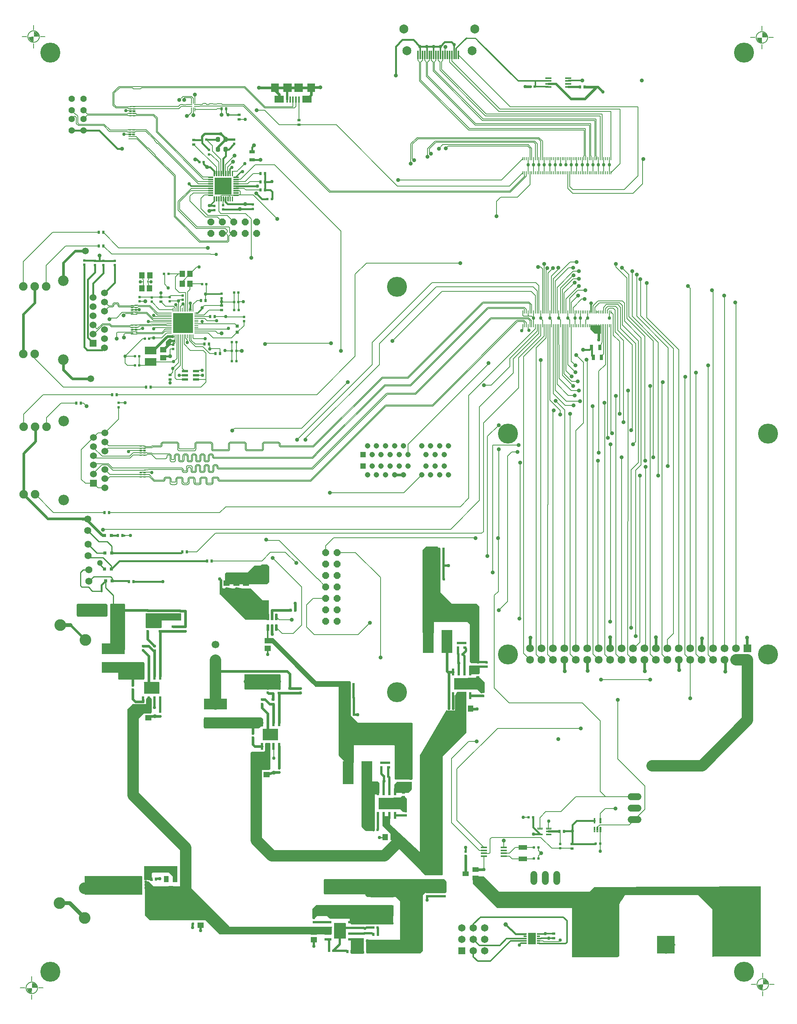
<source format=gbr>
G04 EAGLE Gerber RS-274X export*
G75*
%MOMM*%
%FSLAX34Y34*%
%LPD*%
%INTop Copper*%
%IPPOS*%
%AMOC8*
5,1,8,0,0,1.08239X$1,22.5*%
G01*
%ADD10R,4.000000X4.000000*%
%ADD11R,5.200000X5.200000*%
%ADD12R,1.465300X1.164600*%
%ADD13R,0.560000X0.629100*%
%ADD14R,0.629100X0.560000*%
%ADD15R,2.450000X2.300000*%
%ADD16R,1.164600X1.465300*%
%ADD17R,1.400000X1.000000*%
%ADD18R,1.000000X1.400000*%
%ADD19R,1.200000X0.800000*%
%ADD20C,1.428000*%
%ADD21C,2.590800*%
%ADD22R,1.530000X1.530000*%
%ADD23C,1.530000*%
%ADD24C,1.905000*%
%ADD25C,2.355000*%
%ADD26C,1.524000*%
%ADD27P,1.649562X8X112.500000*%
%ADD28R,1.725000X1.725000*%
%ADD29C,1.725000*%
%ADD30R,0.300000X1.900000*%
%ADD31C,1.995000*%
%ADD32R,1.208000X1.208000*%
%ADD33C,1.208000*%
%ADD34P,1.649562X8X22.500000*%
%ADD35R,2.350000X5.100000*%
%ADD36R,5.100000X2.350000*%
%ADD37R,0.800000X0.800000*%
%ADD38R,0.644000X0.535100*%
%ADD39R,0.535100X0.644000*%
%ADD40C,0.100000*%
%ADD41C,0.018200*%
%ADD42R,3.700000X3.700000*%
%ADD43R,0.900000X0.200000*%
%ADD44R,0.200000X0.900000*%
%ADD45R,1.580000X0.589100*%
%ADD46R,2.613000X3.502000*%
%ADD47R,1.400000X0.600000*%
%ADD48R,0.800000X0.300000*%
%ADD49R,1.750000X2.500000*%
%ADD50R,0.589100X1.580000*%
%ADD51R,3.502000X2.613000*%
%ADD52C,0.150000*%
%ADD53C,0.519400*%
%ADD54R,1.200000X1.400000*%
%ADD55C,4.445000*%
%ADD56R,0.400000X1.350000*%
%ADD57R,1.800000X1.900000*%
%ADD58R,2.100000X1.600000*%
%ADD59R,1.900000X1.900000*%
%ADD60R,1.650000X1.650000*%
%ADD61C,1.650000*%
%ADD62R,0.500000X0.470000*%
%ADD63R,0.550000X0.470000*%
%ADD64R,1.850000X2.700000*%
%ADD65R,0.200000X0.700000*%
%ADD66R,1.450000X0.450000*%
%ADD67R,0.850000X0.200000*%
%ADD68R,0.200000X0.850000*%
%ADD69R,4.400000X4.400000*%
%ADD70R,2.600000X1.700000*%
%ADD71R,0.700000X0.650000*%
%ADD72R,0.800000X1.200000*%
%ADD73R,1.900000X1.100000*%
%ADD74C,1.575000*%
%ADD75C,1.700000*%
%ADD76C,0.152400*%
%ADD77C,0.111759*%
%ADD78C,0.756400*%
%ADD79C,0.508000*%
%ADD80C,0.609600*%
%ADD81C,0.304800*%
%ADD82C,0.127000*%
%ADD83C,0.147000*%
%ADD84C,0.406400*%
%ADD85C,0.254000*%
%ADD86C,0.200000*%
%ADD87C,0.906400*%
%ADD88C,1.016000*%
%ADD89C,0.812800*%
%ADD90C,0.203200*%
%ADD91C,1.500000*%
%ADD92C,1.006400*%
%ADD93C,2.540000*%
%ADD94C,0.127000*%
%ADD95C,0.200000*%
%ADD96C,0.806400*%
%ADD97C,1.300000*%
%ADD98C,1.270000*%

G36*
X1340104Y112283D02*
X1340104Y112283D01*
X1340208Y112296D01*
X1340223Y112303D01*
X1340238Y112305D01*
X1340331Y112356D01*
X1340425Y112402D01*
X1340442Y112416D01*
X1340451Y112420D01*
X1340461Y112432D01*
X1340519Y112481D01*
X1343519Y115481D01*
X1343580Y115566D01*
X1343645Y115649D01*
X1343650Y115664D01*
X1343660Y115677D01*
X1343690Y115778D01*
X1343724Y115878D01*
X1343726Y115900D01*
X1343729Y115909D01*
X1343728Y115925D01*
X1343734Y116000D01*
X1343734Y230782D01*
X1343754Y230812D01*
X1344708Y232281D01*
X1346140Y234483D01*
X1346140Y234484D01*
X1347094Y235952D01*
X1347095Y235952D01*
X1348526Y238155D01*
X1349481Y239623D01*
X1350913Y241826D01*
X1351867Y243294D01*
X1351867Y243295D01*
X1353299Y245497D01*
X1354253Y246966D01*
X1354254Y246966D01*
X1355685Y249168D01*
X1355685Y249169D01*
X1356398Y250266D01*
X1518696Y250266D01*
X1550266Y218696D01*
X1550266Y113000D01*
X1550278Y112925D01*
X1550281Y112850D01*
X1550298Y112807D01*
X1550305Y112762D01*
X1550341Y112695D01*
X1550369Y112625D01*
X1550399Y112590D01*
X1550420Y112549D01*
X1550476Y112498D01*
X1550525Y112440D01*
X1550564Y112417D01*
X1550598Y112386D01*
X1550667Y112355D01*
X1550732Y112316D01*
X1550777Y112307D01*
X1550819Y112288D01*
X1550895Y112282D01*
X1550968Y112266D01*
X1551014Y112272D01*
X1551060Y112268D01*
X1551133Y112287D01*
X1551208Y112296D01*
X1551250Y112316D01*
X1551294Y112327D01*
X1551357Y112368D01*
X1551425Y112402D01*
X1551483Y112450D01*
X1551496Y112459D01*
X1551502Y112467D01*
X1551519Y112481D01*
X1552304Y113266D01*
X1657000Y113266D01*
X1657030Y113271D01*
X1657060Y113268D01*
X1657148Y113290D01*
X1657238Y113305D01*
X1657265Y113320D01*
X1657294Y113327D01*
X1657370Y113377D01*
X1657451Y113420D01*
X1657471Y113443D01*
X1657496Y113459D01*
X1657553Y113531D01*
X1657614Y113598D01*
X1657627Y113626D01*
X1657645Y113649D01*
X1657675Y113735D01*
X1657712Y113819D01*
X1657714Y113849D01*
X1657724Y113878D01*
X1657734Y114000D01*
X1657734Y268900D01*
X1657729Y268932D01*
X1657731Y268964D01*
X1657709Y269050D01*
X1657695Y269138D01*
X1657679Y269167D01*
X1657671Y269198D01*
X1657622Y269272D01*
X1657580Y269351D01*
X1657556Y269373D01*
X1657538Y269400D01*
X1657468Y269454D01*
X1657402Y269514D01*
X1657372Y269527D01*
X1657347Y269547D01*
X1657263Y269576D01*
X1657181Y269612D01*
X1657149Y269614D01*
X1657118Y269625D01*
X1656996Y269634D01*
X1287769Y267507D01*
X1287667Y267490D01*
X1287565Y267477D01*
X1287548Y267469D01*
X1287531Y267466D01*
X1287440Y267417D01*
X1287348Y267371D01*
X1287328Y267355D01*
X1287319Y267350D01*
X1287308Y267338D01*
X1287254Y267292D01*
X1277696Y257734D01*
X1076304Y257734D01*
X1042519Y291519D01*
X1042434Y291580D01*
X1042351Y291645D01*
X1042336Y291650D01*
X1042323Y291660D01*
X1042222Y291690D01*
X1042122Y291724D01*
X1042100Y291726D01*
X1042091Y291729D01*
X1042075Y291728D01*
X1042000Y291734D01*
X1020000Y291734D01*
X1019896Y291717D01*
X1019792Y291704D01*
X1019777Y291697D01*
X1019762Y291695D01*
X1019669Y291644D01*
X1019575Y291598D01*
X1019558Y291584D01*
X1019549Y291580D01*
X1019539Y291568D01*
X1019481Y291519D01*
X1018481Y290519D01*
X1018420Y290434D01*
X1018355Y290351D01*
X1018350Y290336D01*
X1018340Y290323D01*
X1018310Y290222D01*
X1018276Y290122D01*
X1018274Y290100D01*
X1018271Y290091D01*
X1018272Y290075D01*
X1018266Y290000D01*
X1018266Y276000D01*
X1018271Y275971D01*
X1018268Y275944D01*
X1018286Y275874D01*
X1018296Y275792D01*
X1018303Y275777D01*
X1018305Y275762D01*
X1018322Y275732D01*
X1018327Y275710D01*
X1018362Y275656D01*
X1018402Y275575D01*
X1018416Y275558D01*
X1018420Y275549D01*
X1018432Y275539D01*
X1018481Y275481D01*
X1072481Y221481D01*
X1072566Y221420D01*
X1072649Y221355D01*
X1072664Y221350D01*
X1072677Y221340D01*
X1072778Y221310D01*
X1072878Y221276D01*
X1072900Y221274D01*
X1072909Y221271D01*
X1072925Y221272D01*
X1073000Y221266D01*
X1238266Y221266D01*
X1238266Y113000D01*
X1238271Y112970D01*
X1238268Y112940D01*
X1238290Y112852D01*
X1238305Y112762D01*
X1238320Y112735D01*
X1238327Y112706D01*
X1238377Y112630D01*
X1238420Y112549D01*
X1238443Y112529D01*
X1238459Y112504D01*
X1238531Y112447D01*
X1238598Y112386D01*
X1238626Y112373D01*
X1238649Y112355D01*
X1238735Y112325D01*
X1238819Y112288D01*
X1238849Y112286D01*
X1238878Y112276D01*
X1239000Y112266D01*
X1340000Y112266D01*
X1340104Y112283D01*
G37*
G36*
X950064Y294010D02*
X950064Y294010D01*
X950128Y294009D01*
X950203Y294030D01*
X950279Y294041D01*
X950338Y294067D01*
X950400Y294084D01*
X950466Y294125D01*
X950536Y294157D01*
X950585Y294199D01*
X950640Y294232D01*
X950692Y294290D01*
X950750Y294340D01*
X950786Y294394D01*
X950829Y294442D01*
X950862Y294511D01*
X950905Y294576D01*
X950924Y294638D01*
X950952Y294695D01*
X950963Y294765D01*
X950987Y294846D01*
X950988Y294931D01*
X950999Y295000D01*
X950999Y557586D01*
X1003707Y610293D01*
X1003764Y610370D01*
X1003829Y610442D01*
X1003849Y610483D01*
X1003876Y610519D01*
X1003910Y610609D01*
X1003952Y610695D01*
X1003958Y610737D01*
X1003975Y610783D01*
X1003985Y610911D01*
X1003999Y611000D01*
X1003999Y700000D01*
X1003990Y700064D01*
X1003991Y700128D01*
X1003970Y700203D01*
X1003959Y700279D01*
X1003933Y700338D01*
X1003916Y700400D01*
X1003875Y700466D01*
X1003843Y700536D01*
X1003801Y700585D01*
X1003768Y700640D01*
X1003710Y700692D01*
X1003660Y700750D01*
X1003606Y700786D01*
X1003558Y700829D01*
X1003489Y700862D01*
X1003424Y700905D01*
X1003362Y700924D01*
X1003305Y700952D01*
X1003235Y700963D01*
X1003154Y700987D01*
X1003069Y700988D01*
X1003000Y700999D01*
X984000Y700999D01*
X983920Y700988D01*
X983839Y700986D01*
X983781Y700968D01*
X983721Y700959D01*
X983647Y700926D01*
X983570Y700902D01*
X983519Y700868D01*
X983464Y700843D01*
X983402Y700791D01*
X983335Y700746D01*
X983299Y700702D01*
X983250Y700660D01*
X983192Y700571D01*
X983139Y700508D01*
X979003Y693497D01*
X978961Y693394D01*
X978912Y693294D01*
X978908Y693265D01*
X978896Y693236D01*
X978878Y693077D01*
X978865Y692989D01*
X978865Y662196D01*
X978852Y662179D01*
X978787Y662108D01*
X978767Y662067D01*
X978740Y662030D01*
X978706Y661940D01*
X978664Y661854D01*
X978658Y661812D01*
X978641Y661766D01*
X978631Y661639D01*
X978617Y661549D01*
X978617Y660328D01*
X977872Y659584D01*
X971220Y659584D01*
X970407Y660397D01*
X970355Y660435D01*
X970310Y660481D01*
X970243Y660520D01*
X970181Y660566D01*
X970121Y660589D01*
X970065Y660620D01*
X969990Y660638D01*
X969917Y660666D01*
X969853Y660671D01*
X969790Y660685D01*
X969713Y660681D01*
X969636Y660687D01*
X969573Y660674D01*
X969509Y660671D01*
X969436Y660646D01*
X969360Y660630D01*
X969303Y660600D01*
X969242Y660579D01*
X969186Y660537D01*
X969111Y660497D01*
X969050Y660438D01*
X968993Y660397D01*
X968180Y659584D01*
X961528Y659584D01*
X960848Y660263D01*
X960809Y660293D01*
X960776Y660329D01*
X960697Y660377D01*
X960622Y660433D01*
X960577Y660450D01*
X960535Y660475D01*
X960445Y660499D01*
X960359Y660532D01*
X960310Y660536D01*
X960263Y660549D01*
X960170Y660547D01*
X960077Y660554D01*
X960030Y660544D01*
X959981Y660543D01*
X959892Y660515D01*
X959801Y660496D01*
X959758Y660473D01*
X959711Y660459D01*
X959634Y660408D01*
X959552Y660364D01*
X959517Y660330D01*
X959477Y660303D01*
X959425Y660240D01*
X959350Y660167D01*
X959317Y660109D01*
X959281Y660065D01*
X901139Y561508D01*
X901097Y561405D01*
X901048Y561305D01*
X901044Y561277D01*
X901032Y561247D01*
X901014Y561088D01*
X901001Y561000D01*
X901001Y345442D01*
X842879Y398916D01*
X834269Y407526D01*
X834269Y424000D01*
X834254Y424118D01*
X834247Y424237D01*
X834234Y424275D01*
X834229Y424316D01*
X834186Y424426D01*
X834149Y424539D01*
X834127Y424574D01*
X834112Y424611D01*
X834043Y424707D01*
X833979Y424808D01*
X833949Y424836D01*
X833926Y424869D01*
X833834Y424945D01*
X833747Y425026D01*
X833712Y425046D01*
X833681Y425071D01*
X833573Y425122D01*
X833469Y425180D01*
X833429Y425190D01*
X833393Y425207D01*
X833276Y425229D01*
X833161Y425259D01*
X833101Y425263D01*
X833081Y425267D01*
X833060Y425265D01*
X833000Y425269D01*
X819000Y425269D01*
X818882Y425254D01*
X818763Y425247D01*
X818725Y425234D01*
X818684Y425229D01*
X818574Y425186D01*
X818461Y425149D01*
X818426Y425127D01*
X818389Y425112D01*
X818293Y425043D01*
X818192Y424979D01*
X818164Y424949D01*
X818131Y424926D01*
X818056Y424834D01*
X817974Y424747D01*
X817954Y424712D01*
X817929Y424681D01*
X817878Y424573D01*
X817820Y424469D01*
X817810Y424429D01*
X817793Y424393D01*
X817771Y424276D01*
X817741Y424161D01*
X817737Y424101D01*
X817733Y424081D01*
X817735Y424060D01*
X817731Y424000D01*
X817731Y404000D01*
X817743Y403902D01*
X817746Y403803D01*
X817763Y403745D01*
X817771Y403684D01*
X817807Y403592D01*
X817835Y403497D01*
X817865Y403445D01*
X817888Y403389D01*
X817946Y403309D01*
X817996Y403223D01*
X818062Y403148D01*
X818074Y403131D01*
X818084Y403124D01*
X818103Y403103D01*
X838731Y382474D01*
X838731Y369000D01*
X838743Y368902D01*
X838746Y368803D01*
X838763Y368745D01*
X838771Y368684D01*
X838807Y368592D01*
X838835Y368497D01*
X838865Y368445D01*
X838888Y368389D01*
X838946Y368309D01*
X838996Y368223D01*
X839062Y368148D01*
X839074Y368131D01*
X839084Y368124D01*
X839103Y368103D01*
X903001Y304204D01*
X903001Y304000D01*
X903014Y303905D01*
X903016Y303875D01*
X903016Y303865D01*
X903016Y303863D01*
X903019Y303809D01*
X903034Y303766D01*
X903041Y303721D01*
X903080Y303635D01*
X903091Y303594D01*
X903098Y303582D01*
X903112Y303542D01*
X903137Y303508D01*
X903157Y303464D01*
X903208Y303404D01*
X903239Y303354D01*
X903270Y303326D01*
X903293Y303293D01*
X912293Y294293D01*
X912370Y294236D01*
X912442Y294171D01*
X912483Y294151D01*
X912519Y294124D01*
X912609Y294090D01*
X912695Y294048D01*
X912737Y294042D01*
X912783Y294025D01*
X912911Y294015D01*
X913000Y294001D01*
X950000Y294001D01*
X950064Y294010D01*
G37*
G36*
X901164Y120475D02*
X901164Y120475D01*
X901328Y120482D01*
X901388Y120495D01*
X901449Y120501D01*
X901607Y120544D01*
X901768Y120580D01*
X901824Y120603D01*
X901883Y120619D01*
X902031Y120690D01*
X902183Y120753D01*
X902235Y120786D01*
X902290Y120813D01*
X902423Y120908D01*
X902561Y120998D01*
X902619Y121049D01*
X902656Y121075D01*
X902698Y121118D01*
X902796Y121204D01*
X906796Y125204D01*
X906901Y125331D01*
X907013Y125452D01*
X907045Y125503D01*
X907084Y125550D01*
X907166Y125693D01*
X907254Y125831D01*
X907278Y125888D01*
X907308Y125941D01*
X907363Y126096D01*
X907425Y126248D01*
X907438Y126308D01*
X907459Y126365D01*
X907485Y126527D01*
X907520Y126688D01*
X907525Y126765D01*
X907532Y126809D01*
X907531Y126870D01*
X907539Y127000D01*
X907539Y249948D01*
X913500Y255909D01*
X914204Y255204D01*
X914331Y255099D01*
X914452Y254988D01*
X914503Y254955D01*
X914550Y254916D01*
X914693Y254834D01*
X914831Y254746D01*
X914888Y254722D01*
X914941Y254692D01*
X915096Y254637D01*
X915248Y254575D01*
X915308Y254562D01*
X915365Y254541D01*
X915527Y254515D01*
X915688Y254480D01*
X915765Y254475D01*
X915809Y254468D01*
X915870Y254469D01*
X916000Y254461D01*
X957000Y254461D01*
X957035Y254464D01*
X957069Y254462D01*
X957258Y254484D01*
X957449Y254501D01*
X957482Y254510D01*
X957516Y254514D01*
X957699Y254569D01*
X957883Y254619D01*
X957914Y254634D01*
X957947Y254644D01*
X958118Y254731D01*
X958290Y254813D01*
X958318Y254833D01*
X958349Y254848D01*
X958501Y254964D01*
X958656Y255075D01*
X958680Y255100D01*
X958707Y255120D01*
X958836Y255261D01*
X958970Y255397D01*
X958989Y255426D01*
X959013Y255452D01*
X959115Y255613D01*
X959222Y255770D01*
X959236Y255802D01*
X959254Y255831D01*
X959327Y256008D01*
X959404Y256182D01*
X959412Y256216D01*
X959425Y256248D01*
X959465Y256435D01*
X959511Y256620D01*
X959513Y256654D01*
X959520Y256688D01*
X959539Y257000D01*
X959539Y279000D01*
X959525Y279164D01*
X959518Y279328D01*
X959505Y279388D01*
X959499Y279449D01*
X959456Y279607D01*
X959420Y279768D01*
X959397Y279824D01*
X959381Y279883D01*
X959310Y280031D01*
X959247Y280183D01*
X959214Y280235D01*
X959187Y280290D01*
X959092Y280423D01*
X959002Y280561D01*
X958951Y280619D01*
X958925Y280656D01*
X958882Y280698D01*
X958796Y280796D01*
X954796Y284796D01*
X954669Y284901D01*
X954548Y285013D01*
X954497Y285045D01*
X954450Y285084D01*
X954307Y285166D01*
X954169Y285254D01*
X954112Y285278D01*
X954059Y285308D01*
X953904Y285363D01*
X953752Y285425D01*
X953692Y285438D01*
X953635Y285459D01*
X953473Y285485D01*
X953312Y285520D01*
X953235Y285525D01*
X953191Y285532D01*
X953130Y285531D01*
X953000Y285539D01*
X690000Y285539D01*
X689966Y285536D01*
X689931Y285538D01*
X689742Y285516D01*
X689552Y285499D01*
X689518Y285490D01*
X689484Y285486D01*
X689301Y285431D01*
X689117Y285381D01*
X689086Y285366D01*
X689053Y285356D01*
X688882Y285269D01*
X688711Y285187D01*
X688682Y285167D01*
X688651Y285152D01*
X688499Y285036D01*
X688344Y284925D01*
X688320Y284900D01*
X688293Y284880D01*
X688164Y284740D01*
X688030Y284603D01*
X688011Y284574D01*
X687988Y284548D01*
X687885Y284387D01*
X687778Y284230D01*
X687764Y284198D01*
X687746Y284169D01*
X687673Y283992D01*
X687596Y283818D01*
X687588Y283784D01*
X687575Y283752D01*
X687535Y283565D01*
X687489Y283380D01*
X687487Y283346D01*
X687480Y283312D01*
X687461Y283000D01*
X687461Y254000D01*
X687464Y253966D01*
X687462Y253931D01*
X687484Y253742D01*
X687501Y253552D01*
X687510Y253518D01*
X687514Y253484D01*
X687569Y253301D01*
X687619Y253117D01*
X687634Y253086D01*
X687644Y253053D01*
X687731Y252882D01*
X687813Y252711D01*
X687833Y252682D01*
X687848Y252651D01*
X687964Y252499D01*
X688075Y252344D01*
X688100Y252320D01*
X688120Y252293D01*
X688261Y252164D01*
X688397Y252030D01*
X688426Y252011D01*
X688452Y251988D01*
X688613Y251885D01*
X688770Y251778D01*
X688802Y251764D01*
X688831Y251746D01*
X689008Y251673D01*
X689182Y251596D01*
X689216Y251588D01*
X689248Y251575D01*
X689435Y251535D01*
X689620Y251489D01*
X689654Y251487D01*
X689688Y251480D01*
X690000Y251461D01*
X779461Y251461D01*
X779461Y251000D01*
X779475Y250836D01*
X779482Y250672D01*
X779495Y250612D01*
X779501Y250552D01*
X779544Y250393D01*
X779580Y250232D01*
X779603Y250176D01*
X779619Y250117D01*
X779690Y249969D01*
X779753Y249817D01*
X779786Y249765D01*
X779813Y249711D01*
X779908Y249577D01*
X779998Y249439D01*
X780049Y249381D01*
X780075Y249344D01*
X780118Y249302D01*
X780204Y249204D01*
X783204Y246204D01*
X783331Y246099D01*
X783452Y245988D01*
X783503Y245955D01*
X783550Y245916D01*
X783693Y245834D01*
X783831Y245746D01*
X783888Y245722D01*
X783941Y245692D01*
X784096Y245637D01*
X784248Y245575D01*
X784308Y245562D01*
X784365Y245541D01*
X784527Y245515D01*
X784688Y245480D01*
X784765Y245475D01*
X784809Y245468D01*
X784870Y245469D01*
X785000Y245461D01*
X846948Y245461D01*
X856461Y235948D01*
X856461Y150539D01*
X783000Y150539D01*
X782871Y150528D01*
X782740Y150526D01*
X782647Y150508D01*
X782552Y150499D01*
X782426Y150465D01*
X782298Y150440D01*
X782209Y150406D01*
X782117Y150381D01*
X782000Y150325D01*
X781878Y150278D01*
X781797Y150228D01*
X781711Y150187D01*
X781605Y150112D01*
X781494Y150044D01*
X781422Y149981D01*
X781344Y149925D01*
X781254Y149832D01*
X781156Y149746D01*
X781097Y149671D01*
X781030Y149603D01*
X780957Y149495D01*
X780877Y149393D01*
X780832Y149309D01*
X780778Y149230D01*
X780726Y149111D01*
X780664Y148996D01*
X780635Y148905D01*
X780596Y148818D01*
X780565Y148691D01*
X780525Y148568D01*
X780512Y148473D01*
X780489Y148380D01*
X780481Y148251D01*
X780464Y148122D01*
X780468Y148026D01*
X780462Y147931D01*
X780477Y147802D01*
X780482Y147672D01*
X780503Y147579D01*
X780514Y147484D01*
X780551Y147359D01*
X780580Y147232D01*
X780616Y147144D01*
X780644Y147053D01*
X780703Y146937D01*
X780753Y146817D01*
X780805Y146736D01*
X780848Y146651D01*
X780927Y146548D01*
X780998Y146439D01*
X781084Y146341D01*
X781120Y146293D01*
X781153Y146262D01*
X781204Y146204D01*
X781461Y145948D01*
X781461Y123000D01*
X781464Y122966D01*
X781462Y122931D01*
X781484Y122742D01*
X781501Y122552D01*
X781510Y122518D01*
X781514Y122484D01*
X781569Y122301D01*
X781619Y122117D01*
X781634Y122086D01*
X781644Y122053D01*
X781731Y121882D01*
X781813Y121711D01*
X781833Y121682D01*
X781848Y121651D01*
X781964Y121499D01*
X782075Y121344D01*
X782100Y121320D01*
X782120Y121293D01*
X782261Y121164D01*
X782397Y121030D01*
X782426Y121011D01*
X782452Y120988D01*
X782613Y120885D01*
X782770Y120778D01*
X782802Y120764D01*
X782831Y120746D01*
X783008Y120673D01*
X783182Y120596D01*
X783216Y120588D01*
X783248Y120575D01*
X783435Y120535D01*
X783620Y120489D01*
X783654Y120487D01*
X783688Y120480D01*
X784000Y120461D01*
X901000Y120461D01*
X901164Y120475D01*
G37*
G36*
X882035Y506464D02*
X882035Y506464D01*
X882069Y506462D01*
X882258Y506484D01*
X882449Y506501D01*
X882482Y506510D01*
X882516Y506514D01*
X882699Y506569D01*
X882883Y506619D01*
X882914Y506634D01*
X882947Y506644D01*
X883118Y506731D01*
X883290Y506813D01*
X883318Y506833D01*
X883349Y506848D01*
X883501Y506964D01*
X883656Y507075D01*
X883680Y507100D01*
X883707Y507120D01*
X883836Y507261D01*
X883970Y507397D01*
X883989Y507426D01*
X884013Y507452D01*
X884115Y507613D01*
X884222Y507770D01*
X884236Y507802D01*
X884254Y507831D01*
X884327Y508008D01*
X884404Y508182D01*
X884412Y508216D01*
X884425Y508248D01*
X884465Y508435D01*
X884511Y508620D01*
X884513Y508654D01*
X884520Y508688D01*
X884539Y509000D01*
X884539Y630000D01*
X884536Y630035D01*
X884538Y630069D01*
X884516Y630258D01*
X884499Y630449D01*
X884490Y630482D01*
X884486Y630516D01*
X884431Y630699D01*
X884381Y630883D01*
X884366Y630914D01*
X884356Y630947D01*
X884269Y631118D01*
X884187Y631290D01*
X884167Y631318D01*
X884152Y631349D01*
X884036Y631501D01*
X883925Y631656D01*
X883900Y631680D01*
X883880Y631707D01*
X883740Y631836D01*
X883603Y631970D01*
X883574Y631989D01*
X883548Y632013D01*
X883387Y632115D01*
X883230Y632222D01*
X883198Y632236D01*
X883169Y632254D01*
X882992Y632327D01*
X882818Y632404D01*
X882784Y632412D01*
X882752Y632425D01*
X882565Y632465D01*
X882380Y632511D01*
X882346Y632513D01*
X882312Y632520D01*
X882000Y632539D01*
X763052Y632539D01*
X746539Y649052D01*
X746539Y718948D01*
X746796Y719204D01*
X746879Y719304D01*
X746970Y719397D01*
X747023Y719477D01*
X747084Y719550D01*
X747149Y719663D01*
X747222Y719770D01*
X747260Y719858D01*
X747308Y719941D01*
X747351Y720063D01*
X747404Y720182D01*
X747427Y720275D01*
X747459Y720365D01*
X747480Y720494D01*
X747511Y720620D01*
X747516Y720715D01*
X747532Y720809D01*
X747530Y720940D01*
X747538Y721069D01*
X747527Y721164D01*
X747526Y721260D01*
X747501Y721387D01*
X747486Y721516D01*
X747459Y721608D01*
X747440Y721702D01*
X747394Y721823D01*
X747356Y721947D01*
X747313Y722032D01*
X747278Y722122D01*
X747211Y722233D01*
X747152Y722349D01*
X747094Y722425D01*
X747044Y722506D01*
X746958Y722604D01*
X746880Y722707D01*
X746809Y722772D01*
X746746Y722844D01*
X746644Y722924D01*
X746548Y723013D01*
X746468Y723064D01*
X746393Y723123D01*
X746279Y723184D01*
X746169Y723254D01*
X746080Y723291D01*
X745996Y723336D01*
X745872Y723376D01*
X745752Y723425D01*
X745659Y723445D01*
X745634Y723453D01*
X745634Y724000D01*
X745623Y724065D01*
X745621Y724131D01*
X745603Y724174D01*
X745595Y724221D01*
X745561Y724278D01*
X745536Y724338D01*
X745505Y724373D01*
X745480Y724414D01*
X745429Y724456D01*
X745385Y724504D01*
X745343Y724526D01*
X745306Y724555D01*
X745244Y724576D01*
X745185Y724607D01*
X745131Y724615D01*
X745094Y724627D01*
X745054Y724626D01*
X745000Y724634D01*
X671263Y724634D01*
X575448Y820448D01*
X575414Y820473D01*
X575385Y820504D01*
X575322Y820536D01*
X575264Y820577D01*
X575223Y820587D01*
X575185Y820607D01*
X575096Y820620D01*
X575047Y820633D01*
X575026Y820630D01*
X575000Y820634D01*
X563000Y820634D01*
X562935Y820623D01*
X562869Y820621D01*
X562826Y820603D01*
X562779Y820595D01*
X562722Y820561D01*
X562662Y820536D01*
X562627Y820505D01*
X562586Y820480D01*
X562545Y820429D01*
X562496Y820385D01*
X562474Y820343D01*
X562445Y820306D01*
X562424Y820244D01*
X562393Y820185D01*
X562385Y820131D01*
X562373Y820094D01*
X562374Y820054D01*
X562366Y820000D01*
X562366Y810263D01*
X561552Y809448D01*
X561501Y809375D01*
X561445Y809306D01*
X561437Y809284D01*
X561423Y809264D01*
X561401Y809178D01*
X561373Y809094D01*
X561373Y809070D01*
X561368Y809047D01*
X561377Y808958D01*
X561379Y808869D01*
X561388Y808847D01*
X561391Y808824D01*
X561430Y808744D01*
X561464Y808662D01*
X561480Y808644D01*
X561490Y808623D01*
X561555Y808562D01*
X561615Y808496D01*
X561636Y808485D01*
X561653Y808469D01*
X561735Y808434D01*
X561815Y808393D01*
X561841Y808390D01*
X561860Y808381D01*
X561910Y808379D01*
X562000Y808366D01*
X572737Y808366D01*
X668552Y712552D01*
X668586Y712527D01*
X668615Y712496D01*
X668678Y712464D01*
X668736Y712423D01*
X668777Y712413D01*
X668815Y712393D01*
X668904Y712380D01*
X668953Y712368D01*
X668974Y712370D01*
X669000Y712366D01*
X720461Y712366D01*
X720461Y561000D01*
X720475Y560836D01*
X720482Y560672D01*
X720495Y560612D01*
X720501Y560552D01*
X720544Y560393D01*
X720580Y560232D01*
X720603Y560176D01*
X720619Y560117D01*
X720690Y559969D01*
X720753Y559817D01*
X720786Y559765D01*
X720813Y559711D01*
X720908Y559577D01*
X720998Y559439D01*
X721049Y559381D01*
X721075Y559344D01*
X721118Y559302D01*
X721204Y559204D01*
X732461Y547948D01*
X732461Y545000D01*
X732464Y544966D01*
X732462Y544931D01*
X732484Y544742D01*
X732501Y544552D01*
X732510Y544518D01*
X732514Y544484D01*
X732569Y544301D01*
X732619Y544117D01*
X732634Y544086D01*
X732644Y544053D01*
X732731Y543882D01*
X732813Y543711D01*
X732833Y543682D01*
X732848Y543651D01*
X732964Y543499D01*
X733075Y543344D01*
X733100Y543320D01*
X733120Y543293D01*
X733261Y543164D01*
X733397Y543030D01*
X733426Y543011D01*
X733452Y542988D01*
X733613Y542885D01*
X733770Y542778D01*
X733802Y542764D01*
X733831Y542746D01*
X734008Y542673D01*
X734182Y542596D01*
X734216Y542588D01*
X734248Y542575D01*
X734435Y542535D01*
X734620Y542489D01*
X734654Y542487D01*
X734688Y542480D01*
X735000Y542461D01*
X751000Y542461D01*
X751164Y542475D01*
X751328Y542482D01*
X751388Y542495D01*
X751449Y542501D01*
X751607Y542544D01*
X751768Y542580D01*
X751824Y542603D01*
X751883Y542619D01*
X752031Y542690D01*
X752183Y542753D01*
X752235Y542786D01*
X752290Y542813D01*
X752423Y542908D01*
X752561Y542998D01*
X752619Y543049D01*
X752656Y543075D01*
X752698Y543118D01*
X752796Y543204D01*
X753796Y544204D01*
X753901Y544331D01*
X754013Y544452D01*
X754045Y544503D01*
X754084Y544550D01*
X754166Y544693D01*
X754254Y544831D01*
X754278Y544888D01*
X754308Y544941D01*
X754363Y545096D01*
X754425Y545248D01*
X754438Y545308D01*
X754459Y545365D01*
X754485Y545527D01*
X754520Y545688D01*
X754525Y545765D01*
X754532Y545809D01*
X754531Y545870D01*
X754539Y546000D01*
X754539Y582461D01*
X843948Y582461D01*
X844461Y581948D01*
X844461Y509000D01*
X844464Y508966D01*
X844462Y508931D01*
X844484Y508742D01*
X844501Y508552D01*
X844510Y508518D01*
X844514Y508484D01*
X844569Y508301D01*
X844619Y508117D01*
X844634Y508086D01*
X844644Y508053D01*
X844731Y507882D01*
X844813Y507711D01*
X844833Y507682D01*
X844848Y507651D01*
X844964Y507499D01*
X845075Y507344D01*
X845100Y507320D01*
X845120Y507293D01*
X845261Y507164D01*
X845397Y507030D01*
X845426Y507011D01*
X845452Y506988D01*
X845613Y506885D01*
X845770Y506778D01*
X845802Y506764D01*
X845831Y506746D01*
X846008Y506673D01*
X846182Y506596D01*
X846216Y506588D01*
X846248Y506575D01*
X846435Y506535D01*
X846620Y506489D01*
X846654Y506487D01*
X846688Y506480D01*
X847000Y506461D01*
X882000Y506461D01*
X882035Y506464D01*
G37*
G36*
X704064Y163010D02*
X704064Y163010D01*
X704128Y163009D01*
X704203Y163030D01*
X704279Y163041D01*
X704338Y163067D01*
X704400Y163084D01*
X704466Y163125D01*
X704536Y163157D01*
X704585Y163199D01*
X704640Y163232D01*
X704692Y163290D01*
X704750Y163340D01*
X704786Y163394D01*
X704829Y163442D01*
X704862Y163511D01*
X704905Y163576D01*
X704924Y163638D01*
X704952Y163695D01*
X704963Y163765D01*
X704987Y163846D01*
X704988Y163931D01*
X704999Y164000D01*
X704999Y177586D01*
X705707Y178293D01*
X705722Y178315D01*
X705739Y178329D01*
X705742Y178333D01*
X705750Y178340D01*
X705810Y178432D01*
X705876Y178519D01*
X705887Y178549D01*
X705905Y178576D01*
X705937Y178681D01*
X705975Y178783D01*
X705978Y178815D01*
X705987Y178846D01*
X705989Y178955D01*
X705997Y179064D01*
X705991Y179096D01*
X705991Y179128D01*
X705962Y179233D01*
X705940Y179340D01*
X705924Y179369D01*
X705916Y179400D01*
X705858Y179493D01*
X705807Y179589D01*
X705785Y179612D01*
X705768Y179640D01*
X705687Y179713D01*
X705610Y179791D01*
X705582Y179807D01*
X705558Y179829D01*
X705460Y179876D01*
X705365Y179930D01*
X705334Y179938D01*
X705305Y179952D01*
X705215Y179966D01*
X705091Y179995D01*
X705042Y179993D01*
X705000Y179999D01*
X478414Y179999D01*
X389707Y268707D01*
X389630Y268764D01*
X389558Y268829D01*
X389517Y268849D01*
X389481Y268876D01*
X389391Y268910D01*
X389305Y268952D01*
X389263Y268958D01*
X389217Y268975D01*
X389090Y268985D01*
X389000Y268999D01*
X310014Y268999D01*
X299307Y279707D01*
X299230Y279764D01*
X299158Y279829D01*
X299117Y279849D01*
X299081Y279876D01*
X298991Y279910D01*
X298905Y279952D01*
X298863Y279958D01*
X298817Y279975D01*
X298690Y279985D01*
X298600Y279999D01*
X291000Y279999D01*
X290936Y279990D01*
X290872Y279991D01*
X290797Y279970D01*
X290721Y279959D01*
X290662Y279933D01*
X290600Y279916D01*
X290534Y279875D01*
X290464Y279843D01*
X290415Y279801D01*
X290360Y279768D01*
X290308Y279710D01*
X290250Y279660D01*
X290214Y279606D01*
X290171Y279558D01*
X290138Y279489D01*
X290095Y279424D01*
X290076Y279362D01*
X290048Y279305D01*
X290037Y279235D01*
X290013Y279154D01*
X290012Y279069D01*
X290001Y279000D01*
X290001Y206000D01*
X290014Y205905D01*
X290019Y205809D01*
X290034Y205766D01*
X290041Y205721D01*
X290080Y205633D01*
X290112Y205542D01*
X290137Y205508D01*
X290157Y205464D01*
X290240Y205367D01*
X290243Y205362D01*
X290264Y205329D01*
X290275Y205319D01*
X290293Y205293D01*
X301293Y194293D01*
X301370Y194236D01*
X301442Y194171D01*
X301483Y194151D01*
X301519Y194124D01*
X301609Y194090D01*
X301695Y194048D01*
X301737Y194042D01*
X301783Y194025D01*
X301911Y194015D01*
X302000Y194001D01*
X424586Y194001D01*
X455293Y163293D01*
X455370Y163236D01*
X455442Y163171D01*
X455483Y163151D01*
X455519Y163124D01*
X455609Y163090D01*
X455695Y163048D01*
X455737Y163042D01*
X455783Y163025D01*
X455911Y163015D01*
X456000Y163001D01*
X704000Y163001D01*
X704064Y163010D01*
G37*
G36*
X1030164Y763473D02*
X1030164Y763473D01*
X1030260Y763474D01*
X1030387Y763499D01*
X1030516Y763514D01*
X1030608Y763541D01*
X1030702Y763560D01*
X1030823Y763606D01*
X1030947Y763644D01*
X1031032Y763687D01*
X1031122Y763722D01*
X1031233Y763789D01*
X1031349Y763848D01*
X1031425Y763906D01*
X1031506Y763956D01*
X1031604Y764042D01*
X1031707Y764120D01*
X1031772Y764191D01*
X1031844Y764254D01*
X1031924Y764356D01*
X1032013Y764452D01*
X1032064Y764532D01*
X1032123Y764607D01*
X1032184Y764722D01*
X1032254Y764831D01*
X1032291Y764920D01*
X1032336Y765004D01*
X1032376Y765128D01*
X1032425Y765248D01*
X1032445Y765341D01*
X1032475Y765432D01*
X1032493Y765561D01*
X1032520Y765688D01*
X1032528Y765818D01*
X1032536Y765878D01*
X1032535Y765923D01*
X1032539Y766000D01*
X1032539Y890000D01*
X1032525Y890164D01*
X1032518Y890328D01*
X1032505Y890388D01*
X1032499Y890449D01*
X1032456Y890607D01*
X1032420Y890768D01*
X1032397Y890824D01*
X1032381Y890883D01*
X1032310Y891031D01*
X1032247Y891183D01*
X1032214Y891235D01*
X1032187Y891290D01*
X1032092Y891423D01*
X1032002Y891561D01*
X1031951Y891619D01*
X1031925Y891656D01*
X1031882Y891698D01*
X1031796Y891796D01*
X1027796Y895796D01*
X1027669Y895901D01*
X1027548Y896013D01*
X1027497Y896045D01*
X1027450Y896084D01*
X1027307Y896166D01*
X1027169Y896254D01*
X1027112Y896278D01*
X1027059Y896308D01*
X1026904Y896363D01*
X1026752Y896425D01*
X1026692Y896438D01*
X1026635Y896459D01*
X1026473Y896485D01*
X1026312Y896520D01*
X1026235Y896525D01*
X1026191Y896532D01*
X1026130Y896531D01*
X1026000Y896539D01*
X972052Y896539D01*
X946539Y922052D01*
X946539Y1016000D01*
X946525Y1016164D01*
X946518Y1016328D01*
X946505Y1016388D01*
X946499Y1016449D01*
X946456Y1016607D01*
X946420Y1016768D01*
X946397Y1016824D01*
X946381Y1016883D01*
X946310Y1017031D01*
X946247Y1017183D01*
X946214Y1017235D01*
X946187Y1017290D01*
X946092Y1017423D01*
X946002Y1017561D01*
X945951Y1017619D01*
X945925Y1017656D01*
X945882Y1017698D01*
X945796Y1017796D01*
X940796Y1022796D01*
X940669Y1022901D01*
X940548Y1023013D01*
X940497Y1023045D01*
X940450Y1023084D01*
X940307Y1023166D01*
X940169Y1023254D01*
X940112Y1023278D01*
X940059Y1023308D01*
X939904Y1023363D01*
X939752Y1023425D01*
X939692Y1023438D01*
X939635Y1023459D01*
X939473Y1023485D01*
X939312Y1023520D01*
X939235Y1023525D01*
X939191Y1023532D01*
X939130Y1023531D01*
X939000Y1023539D01*
X915000Y1023539D01*
X914836Y1023525D01*
X914672Y1023518D01*
X914612Y1023505D01*
X914552Y1023499D01*
X914393Y1023456D01*
X914232Y1023420D01*
X914176Y1023397D01*
X914117Y1023381D01*
X913969Y1023310D01*
X913817Y1023247D01*
X913765Y1023214D01*
X913711Y1023187D01*
X913577Y1023092D01*
X913439Y1023002D01*
X913381Y1022951D01*
X913344Y1022925D01*
X913302Y1022882D01*
X913204Y1022796D01*
X907204Y1016796D01*
X907099Y1016669D01*
X906988Y1016548D01*
X906955Y1016497D01*
X906916Y1016450D01*
X906834Y1016307D01*
X906746Y1016169D01*
X906722Y1016112D01*
X906692Y1016059D01*
X906637Y1015904D01*
X906575Y1015752D01*
X906562Y1015692D01*
X906541Y1015635D01*
X906515Y1015473D01*
X906480Y1015312D01*
X906475Y1015235D01*
X906468Y1015191D01*
X906469Y1015130D01*
X906461Y1015000D01*
X906461Y834000D01*
X906464Y833966D01*
X906462Y833931D01*
X906484Y833742D01*
X906501Y833552D01*
X906510Y833518D01*
X906514Y833484D01*
X906569Y833301D01*
X906619Y833117D01*
X906634Y833086D01*
X906644Y833053D01*
X906731Y832882D01*
X906813Y832711D01*
X906833Y832682D01*
X906848Y832651D01*
X906964Y832499D01*
X907075Y832344D01*
X907100Y832320D01*
X907120Y832293D01*
X907261Y832164D01*
X907397Y832030D01*
X907426Y832011D01*
X907452Y831988D01*
X907613Y831885D01*
X907770Y831778D01*
X907802Y831764D01*
X907831Y831746D01*
X908008Y831673D01*
X908182Y831596D01*
X908216Y831588D01*
X908248Y831575D01*
X908435Y831535D01*
X908620Y831489D01*
X908654Y831487D01*
X908688Y831480D01*
X909000Y831461D01*
X925948Y831461D01*
X927204Y830204D01*
X927304Y830121D01*
X927397Y830030D01*
X927477Y829977D01*
X927550Y829916D01*
X927663Y829851D01*
X927770Y829778D01*
X927858Y829740D01*
X927941Y829692D01*
X928063Y829649D01*
X928182Y829596D01*
X928275Y829573D01*
X928365Y829541D01*
X928494Y829520D01*
X928620Y829489D01*
X928715Y829484D01*
X928809Y829468D01*
X928940Y829470D01*
X929069Y829462D01*
X929164Y829473D01*
X929260Y829474D01*
X929387Y829499D01*
X929516Y829514D01*
X929608Y829541D01*
X929702Y829560D01*
X929823Y829606D01*
X929947Y829644D01*
X930032Y829687D01*
X930122Y829722D01*
X930233Y829789D01*
X930349Y829848D01*
X930425Y829906D01*
X930506Y829956D01*
X930604Y830042D01*
X930707Y830120D01*
X930772Y830191D01*
X930844Y830254D01*
X930924Y830356D01*
X931013Y830452D01*
X931064Y830532D01*
X931123Y830607D01*
X931184Y830722D01*
X931254Y830831D01*
X931291Y830920D01*
X931336Y831004D01*
X931376Y831128D01*
X931425Y831248D01*
X931445Y831341D01*
X931475Y831432D01*
X931493Y831561D01*
X931503Y831609D01*
X931511Y831640D01*
X931511Y831646D01*
X931520Y831688D01*
X931528Y831818D01*
X931536Y831878D01*
X931535Y831923D01*
X931539Y832000D01*
X931539Y855948D01*
X932052Y856461D01*
X1005948Y856461D01*
X1011461Y850948D01*
X1011461Y769000D01*
X1011475Y768836D01*
X1011482Y768672D01*
X1011495Y768612D01*
X1011501Y768552D01*
X1011544Y768393D01*
X1011580Y768232D01*
X1011603Y768176D01*
X1011619Y768117D01*
X1011690Y767969D01*
X1011753Y767817D01*
X1011786Y767765D01*
X1011813Y767711D01*
X1011908Y767577D01*
X1011998Y767439D01*
X1012049Y767381D01*
X1012075Y767344D01*
X1012118Y767302D01*
X1012204Y767204D01*
X1014204Y765204D01*
X1014331Y765099D01*
X1014452Y764988D01*
X1014503Y764955D01*
X1014550Y764916D01*
X1014693Y764834D01*
X1014831Y764746D01*
X1014888Y764722D01*
X1014941Y764692D01*
X1015096Y764637D01*
X1015248Y764575D01*
X1015308Y764562D01*
X1015365Y764541D01*
X1015527Y764515D01*
X1015688Y764480D01*
X1015765Y764475D01*
X1015809Y764468D01*
X1015870Y764469D01*
X1016000Y764461D01*
X1027948Y764461D01*
X1028204Y764204D01*
X1028304Y764121D01*
X1028397Y764030D01*
X1028477Y763977D01*
X1028550Y763916D01*
X1028663Y763851D01*
X1028770Y763778D01*
X1028858Y763740D01*
X1028941Y763692D01*
X1029063Y763649D01*
X1029182Y763596D01*
X1029275Y763573D01*
X1029365Y763541D01*
X1029494Y763520D01*
X1029620Y763489D01*
X1029715Y763484D01*
X1029809Y763468D01*
X1029940Y763470D01*
X1030069Y763462D01*
X1030164Y763473D01*
G37*
G36*
X840129Y184472D02*
X840129Y184472D01*
X840260Y184474D01*
X840353Y184492D01*
X840449Y184501D01*
X840574Y184535D01*
X840702Y184560D01*
X840791Y184594D01*
X840883Y184619D01*
X841000Y184675D01*
X841122Y184722D01*
X841203Y184772D01*
X841290Y184813D01*
X841395Y184888D01*
X841506Y184956D01*
X841578Y185019D01*
X841656Y185075D01*
X841746Y185168D01*
X841844Y185254D01*
X841903Y185329D01*
X841970Y185397D01*
X842043Y185505D01*
X842123Y185607D01*
X842168Y185691D01*
X842222Y185770D01*
X842274Y185889D01*
X842336Y186004D01*
X842365Y186095D01*
X842404Y186182D01*
X842435Y186309D01*
X842475Y186432D01*
X842488Y186527D01*
X842511Y186620D01*
X842519Y186749D01*
X842536Y186878D01*
X842532Y186974D01*
X842538Y187069D01*
X842523Y187198D01*
X842518Y187328D01*
X842497Y187421D01*
X842486Y187516D01*
X842449Y187641D01*
X842420Y187768D01*
X842384Y187856D01*
X842356Y187947D01*
X842297Y188063D01*
X842247Y188183D01*
X842195Y188264D01*
X842152Y188349D01*
X842073Y188452D01*
X842002Y188561D01*
X841916Y188659D01*
X841880Y188707D01*
X841847Y188738D01*
X841796Y188796D01*
X841539Y189052D01*
X841539Y225000D01*
X841536Y225035D01*
X841538Y225069D01*
X841516Y225258D01*
X841499Y225449D01*
X841490Y225482D01*
X841486Y225516D01*
X841431Y225699D01*
X841381Y225883D01*
X841366Y225914D01*
X841356Y225947D01*
X841269Y226118D01*
X841187Y226290D01*
X841167Y226318D01*
X841152Y226349D01*
X841036Y226501D01*
X840925Y226656D01*
X840900Y226680D01*
X840880Y226707D01*
X840740Y226836D01*
X840603Y226970D01*
X840574Y226989D01*
X840548Y227013D01*
X840387Y227115D01*
X840230Y227222D01*
X840198Y227236D01*
X840169Y227254D01*
X839992Y227327D01*
X839818Y227404D01*
X839784Y227412D01*
X839752Y227425D01*
X839565Y227465D01*
X839380Y227511D01*
X839346Y227513D01*
X839312Y227520D01*
X839000Y227539D01*
X671000Y227539D01*
X670836Y227525D01*
X670672Y227518D01*
X670612Y227505D01*
X670552Y227499D01*
X670393Y227456D01*
X670232Y227420D01*
X670176Y227397D01*
X670117Y227381D01*
X669969Y227310D01*
X669817Y227247D01*
X669765Y227214D01*
X669711Y227187D01*
X669577Y227092D01*
X669439Y227002D01*
X669381Y226951D01*
X669344Y226925D01*
X669302Y226882D01*
X669204Y226796D01*
X662204Y219796D01*
X662099Y219669D01*
X661988Y219548D01*
X661955Y219497D01*
X661916Y219450D01*
X661834Y219307D01*
X661746Y219169D01*
X661722Y219112D01*
X661692Y219059D01*
X661637Y218904D01*
X661575Y218752D01*
X661562Y218692D01*
X661541Y218635D01*
X661515Y218473D01*
X661480Y218312D01*
X661475Y218235D01*
X661468Y218191D01*
X661469Y218130D01*
X661461Y218000D01*
X661461Y200000D01*
X661464Y199966D01*
X661462Y199931D01*
X661484Y199742D01*
X661501Y199552D01*
X661510Y199518D01*
X661514Y199484D01*
X661569Y199301D01*
X661619Y199117D01*
X661634Y199086D01*
X661644Y199053D01*
X661731Y198882D01*
X661813Y198711D01*
X661833Y198682D01*
X661848Y198651D01*
X661964Y198499D01*
X662075Y198344D01*
X662100Y198320D01*
X662120Y198293D01*
X662261Y198164D01*
X662397Y198030D01*
X662426Y198011D01*
X662452Y197988D01*
X662613Y197885D01*
X662770Y197778D01*
X662802Y197764D01*
X662831Y197746D01*
X663008Y197673D01*
X663182Y197596D01*
X663216Y197588D01*
X663248Y197575D01*
X663435Y197535D01*
X663620Y197489D01*
X663654Y197487D01*
X663688Y197480D01*
X664000Y197461D01*
X665000Y197461D01*
X665164Y197475D01*
X665328Y197482D01*
X665388Y197495D01*
X665449Y197501D01*
X665607Y197544D01*
X665768Y197580D01*
X665824Y197603D01*
X665883Y197619D01*
X666031Y197690D01*
X666183Y197753D01*
X666235Y197786D01*
X666290Y197813D01*
X666423Y197908D01*
X666561Y197998D01*
X666619Y198049D01*
X666656Y198075D01*
X666698Y198118D01*
X666796Y198204D01*
X672052Y203461D01*
X694948Y203461D01*
X700204Y198204D01*
X700331Y198099D01*
X700452Y197988D01*
X700503Y197955D01*
X700550Y197916D01*
X700693Y197834D01*
X700831Y197746D01*
X700888Y197722D01*
X700941Y197692D01*
X701096Y197637D01*
X701248Y197575D01*
X701308Y197562D01*
X701365Y197541D01*
X701527Y197515D01*
X701688Y197480D01*
X701765Y197475D01*
X701809Y197468D01*
X701870Y197469D01*
X702000Y197461D01*
X744461Y197461D01*
X744461Y190000D01*
X744475Y189836D01*
X744482Y189672D01*
X744495Y189612D01*
X744501Y189552D01*
X744544Y189393D01*
X744580Y189232D01*
X744603Y189176D01*
X744619Y189117D01*
X744690Y188969D01*
X744753Y188817D01*
X744786Y188765D01*
X744813Y188711D01*
X744908Y188577D01*
X744998Y188439D01*
X745049Y188381D01*
X745075Y188344D01*
X745118Y188302D01*
X745204Y188204D01*
X748204Y185204D01*
X748331Y185099D01*
X748452Y184988D01*
X748503Y184955D01*
X748550Y184916D01*
X748693Y184834D01*
X748831Y184746D01*
X748888Y184722D01*
X748941Y184692D01*
X749096Y184637D01*
X749248Y184575D01*
X749308Y184562D01*
X749365Y184541D01*
X749527Y184515D01*
X749688Y184480D01*
X749765Y184475D01*
X749809Y184468D01*
X749870Y184469D01*
X750000Y184461D01*
X840000Y184461D01*
X840129Y184472D01*
G37*
G36*
X282609Y250480D02*
X282609Y250480D01*
X282636Y250478D01*
X282781Y250500D01*
X282927Y250517D01*
X282953Y250526D01*
X282981Y250530D01*
X283117Y250585D01*
X283256Y250634D01*
X283279Y250649D01*
X283304Y250659D01*
X283425Y250743D01*
X283548Y250823D01*
X283567Y250843D01*
X283590Y250859D01*
X283688Y250968D01*
X283791Y251074D01*
X283805Y251097D01*
X283823Y251118D01*
X283894Y251247D01*
X283969Y251373D01*
X283978Y251399D01*
X283991Y251423D01*
X284031Y251565D01*
X284076Y251705D01*
X284078Y251732D01*
X284085Y251759D01*
X284104Y252003D01*
X284038Y291003D01*
X284035Y291027D01*
X284037Y291052D01*
X284015Y291200D01*
X283997Y291349D01*
X283989Y291372D01*
X283985Y291397D01*
X283930Y291536D01*
X283879Y291677D01*
X283866Y291698D01*
X283856Y291721D01*
X283771Y291843D01*
X283690Y291969D01*
X283672Y291986D01*
X283658Y292007D01*
X283547Y292107D01*
X283439Y292211D01*
X283417Y292224D01*
X283399Y292240D01*
X283268Y292313D01*
X283139Y292389D01*
X283116Y292397D01*
X283094Y292409D01*
X282950Y292450D01*
X282807Y292495D01*
X282782Y292497D01*
X282758Y292504D01*
X282515Y292523D01*
X158000Y292523D01*
X157974Y292520D01*
X157948Y292522D01*
X157801Y292500D01*
X157654Y292483D01*
X157629Y292475D01*
X157603Y292471D01*
X157465Y292416D01*
X157326Y292366D01*
X157304Y292352D01*
X157279Y292342D01*
X157158Y292257D01*
X157033Y292177D01*
X157015Y292158D01*
X156993Y292143D01*
X156894Y292033D01*
X156791Y291926D01*
X156777Y291904D01*
X156760Y291884D01*
X156688Y291754D01*
X156612Y291627D01*
X156604Y291602D01*
X156591Y291579D01*
X156551Y291436D01*
X156506Y291295D01*
X156504Y291269D01*
X156496Y291244D01*
X156477Y291000D01*
X156477Y252000D01*
X156480Y251974D01*
X156478Y251948D01*
X156500Y251801D01*
X156517Y251654D01*
X156525Y251629D01*
X156529Y251603D01*
X156584Y251465D01*
X156634Y251326D01*
X156648Y251304D01*
X156658Y251279D01*
X156743Y251158D01*
X156823Y251033D01*
X156842Y251015D01*
X156857Y250993D01*
X156967Y250894D01*
X157074Y250791D01*
X157096Y250777D01*
X157116Y250760D01*
X157246Y250688D01*
X157373Y250612D01*
X157398Y250604D01*
X157421Y250591D01*
X157564Y250551D01*
X157705Y250506D01*
X157731Y250504D01*
X157756Y250496D01*
X158000Y250477D01*
X282581Y250477D01*
X282609Y250480D01*
G37*
G36*
X564064Y861010D02*
X564064Y861010D01*
X564128Y861009D01*
X564203Y861030D01*
X564279Y861041D01*
X564338Y861067D01*
X564400Y861084D01*
X564466Y861125D01*
X564536Y861157D01*
X564585Y861199D01*
X564640Y861232D01*
X564692Y861290D01*
X564750Y861340D01*
X564786Y861394D01*
X564829Y861442D01*
X564862Y861511D01*
X564905Y861576D01*
X564924Y861638D01*
X564952Y861695D01*
X564963Y861765D01*
X564987Y861846D01*
X564988Y861931D01*
X564999Y862000D01*
X564999Y903000D01*
X564991Y903061D01*
X564991Y903097D01*
X564991Y903099D01*
X564991Y903128D01*
X564970Y903203D01*
X564959Y903279D01*
X564933Y903338D01*
X564916Y903400D01*
X564875Y903466D01*
X564843Y903536D01*
X564801Y903585D01*
X564768Y903640D01*
X564710Y903692D01*
X564660Y903750D01*
X564606Y903786D01*
X564558Y903829D01*
X564489Y903862D01*
X564424Y903905D01*
X564362Y903924D01*
X564305Y903952D01*
X564235Y903963D01*
X564154Y903987D01*
X564069Y903988D01*
X564000Y903999D01*
X551414Y903999D01*
X524707Y930707D01*
X524630Y930764D01*
X524558Y930829D01*
X524517Y930849D01*
X524481Y930876D01*
X524391Y930910D01*
X524305Y930952D01*
X524263Y930958D01*
X524217Y930975D01*
X524090Y930985D01*
X524000Y930999D01*
X457000Y930999D01*
X456936Y930990D01*
X456872Y930991D01*
X456797Y930970D01*
X456721Y930959D01*
X456662Y930933D01*
X456600Y930916D01*
X456534Y930875D01*
X456464Y930843D01*
X456415Y930801D01*
X456360Y930768D01*
X456308Y930710D01*
X456250Y930660D01*
X456214Y930606D01*
X456171Y930558D01*
X456138Y930489D01*
X456095Y930424D01*
X456076Y930362D01*
X456048Y930305D01*
X456037Y930235D01*
X456013Y930154D01*
X456012Y930069D01*
X456001Y930000D01*
X456001Y919000D01*
X456014Y918905D01*
X456019Y918809D01*
X456034Y918766D01*
X456041Y918721D01*
X456080Y918633D01*
X456112Y918542D01*
X456137Y918508D01*
X456157Y918464D01*
X456240Y918367D01*
X456271Y918324D01*
X456275Y918318D01*
X456277Y918316D01*
X456293Y918293D01*
X513293Y861293D01*
X513370Y861236D01*
X513442Y861171D01*
X513483Y861151D01*
X513519Y861124D01*
X513609Y861090D01*
X513695Y861048D01*
X513737Y861042D01*
X513783Y861025D01*
X513911Y861015D01*
X514000Y861001D01*
X564000Y861001D01*
X564064Y861010D01*
G37*
G36*
X798164Y391473D02*
X798164Y391473D01*
X798260Y391474D01*
X798387Y391499D01*
X798516Y391514D01*
X798608Y391541D01*
X798702Y391560D01*
X798823Y391606D01*
X798947Y391644D01*
X799032Y391687D01*
X799122Y391722D01*
X799233Y391789D01*
X799349Y391848D01*
X799425Y391906D01*
X799506Y391956D01*
X799604Y392042D01*
X799707Y392120D01*
X799772Y392191D01*
X799844Y392254D01*
X799924Y392356D01*
X800013Y392452D01*
X800064Y392532D01*
X800123Y392607D01*
X800184Y392722D01*
X800254Y392831D01*
X800291Y392920D01*
X800336Y393004D01*
X800376Y393128D01*
X800425Y393248D01*
X800445Y393341D01*
X800475Y393432D01*
X800493Y393561D01*
X800520Y393688D01*
X800528Y393818D01*
X800536Y393878D01*
X800535Y393923D01*
X800539Y394000D01*
X800539Y473461D01*
X807000Y473461D01*
X807164Y473475D01*
X807328Y473482D01*
X807388Y473495D01*
X807449Y473501D01*
X807607Y473544D01*
X807768Y473580D01*
X807824Y473603D01*
X807883Y473619D01*
X808031Y473690D01*
X808183Y473753D01*
X808235Y473786D01*
X808290Y473813D01*
X808423Y473908D01*
X808561Y473998D01*
X808619Y474049D01*
X808656Y474075D01*
X808698Y474118D01*
X808796Y474204D01*
X809796Y475204D01*
X809901Y475331D01*
X810013Y475452D01*
X810045Y475503D01*
X810084Y475550D01*
X810166Y475693D01*
X810254Y475831D01*
X810278Y475888D01*
X810308Y475941D01*
X810363Y476096D01*
X810425Y476248D01*
X810438Y476308D01*
X810459Y476365D01*
X810485Y476527D01*
X810520Y476688D01*
X810525Y476765D01*
X810532Y476809D01*
X810531Y476870D01*
X810539Y477000D01*
X810539Y498000D01*
X810525Y498164D01*
X810518Y498328D01*
X810505Y498388D01*
X810499Y498449D01*
X810456Y498607D01*
X810420Y498768D01*
X810397Y498824D01*
X810381Y498883D01*
X810310Y499031D01*
X810247Y499183D01*
X810214Y499235D01*
X810187Y499290D01*
X810092Y499423D01*
X810002Y499561D01*
X809951Y499619D01*
X809925Y499656D01*
X809882Y499698D01*
X809796Y499796D01*
X807796Y501796D01*
X807669Y501901D01*
X807548Y502013D01*
X807497Y502045D01*
X807450Y502084D01*
X807307Y502166D01*
X807169Y502254D01*
X807112Y502278D01*
X807059Y502308D01*
X806904Y502363D01*
X806752Y502425D01*
X806692Y502438D01*
X806635Y502459D01*
X806473Y502485D01*
X806312Y502520D01*
X806235Y502525D01*
X806191Y502532D01*
X806130Y502531D01*
X806000Y502539D01*
X775000Y502539D01*
X774836Y502525D01*
X774672Y502518D01*
X774612Y502505D01*
X774552Y502499D01*
X774393Y502456D01*
X774232Y502420D01*
X774176Y502397D01*
X774117Y502381D01*
X773969Y502310D01*
X773817Y502247D01*
X773765Y502214D01*
X773711Y502187D01*
X773577Y502092D01*
X773439Y502002D01*
X773381Y501951D01*
X773344Y501925D01*
X773302Y501882D01*
X773204Y501796D01*
X772204Y500796D01*
X772099Y500669D01*
X771988Y500548D01*
X771955Y500497D01*
X771916Y500450D01*
X771834Y500307D01*
X771746Y500169D01*
X771722Y500112D01*
X771692Y500059D01*
X771637Y499904D01*
X771575Y499752D01*
X771562Y499692D01*
X771541Y499635D01*
X771515Y499473D01*
X771480Y499312D01*
X771475Y499235D01*
X771468Y499191D01*
X771469Y499130D01*
X771461Y499000D01*
X771461Y402000D01*
X771475Y401836D01*
X771482Y401672D01*
X771495Y401612D01*
X771501Y401552D01*
X771544Y401393D01*
X771580Y401232D01*
X771603Y401176D01*
X771619Y401117D01*
X771690Y400969D01*
X771753Y400817D01*
X771786Y400765D01*
X771813Y400711D01*
X771908Y400577D01*
X771998Y400439D01*
X772049Y400381D01*
X772075Y400344D01*
X772118Y400302D01*
X772204Y400204D01*
X779204Y393204D01*
X779331Y393099D01*
X779452Y392988D01*
X779503Y392955D01*
X779550Y392916D01*
X779693Y392834D01*
X779831Y392746D01*
X779888Y392722D01*
X779941Y392692D01*
X780096Y392637D01*
X780248Y392575D01*
X780308Y392562D01*
X780365Y392541D01*
X780527Y392515D01*
X780688Y392480D01*
X780765Y392475D01*
X780809Y392468D01*
X780870Y392469D01*
X781000Y392461D01*
X795948Y392461D01*
X796204Y392204D01*
X796304Y392121D01*
X796397Y392030D01*
X796477Y391977D01*
X796550Y391916D01*
X796663Y391851D01*
X796770Y391778D01*
X796858Y391740D01*
X796941Y391692D01*
X797063Y391649D01*
X797182Y391596D01*
X797275Y391573D01*
X797365Y391541D01*
X797494Y391520D01*
X797620Y391489D01*
X797715Y391484D01*
X797809Y391468D01*
X797940Y391470D01*
X798069Y391462D01*
X798164Y391473D01*
G37*
G36*
X243076Y792959D02*
X243076Y792959D01*
X243152Y792957D01*
X243321Y792979D01*
X243492Y792993D01*
X243566Y793011D01*
X243641Y793021D01*
X243805Y793070D01*
X243971Y793111D01*
X244040Y793141D01*
X244114Y793163D01*
X244267Y793239D01*
X244424Y793306D01*
X244488Y793347D01*
X244557Y793380D01*
X244696Y793479D01*
X244840Y793571D01*
X244897Y793622D01*
X244959Y793666D01*
X245080Y793786D01*
X245208Y793900D01*
X245256Y793959D01*
X245310Y794013D01*
X245411Y794151D01*
X245518Y794284D01*
X245555Y794350D01*
X245600Y794411D01*
X245677Y794564D01*
X245762Y794712D01*
X245788Y794784D01*
X245823Y794852D01*
X245874Y795015D01*
X245933Y795175D01*
X245948Y795250D01*
X245971Y795322D01*
X245983Y795427D01*
X246028Y795659D01*
X246035Y795895D01*
X246047Y796000D01*
X246047Y894000D01*
X246041Y894076D01*
X246043Y894152D01*
X246021Y894321D01*
X246007Y894492D01*
X245989Y894566D01*
X245979Y894641D01*
X245930Y894805D01*
X245889Y894971D01*
X245859Y895040D01*
X245837Y895114D01*
X245761Y895267D01*
X245694Y895424D01*
X245653Y895488D01*
X245620Y895557D01*
X245521Y895696D01*
X245429Y895840D01*
X245378Y895897D01*
X245334Y895959D01*
X245214Y896080D01*
X245100Y896208D01*
X245041Y896256D01*
X244987Y896310D01*
X244849Y896411D01*
X244716Y896518D01*
X244650Y896555D01*
X244589Y896600D01*
X244436Y896677D01*
X244288Y896762D01*
X244216Y896788D01*
X244148Y896823D01*
X243985Y896874D01*
X243825Y896933D01*
X243750Y896948D01*
X243678Y896971D01*
X243573Y896983D01*
X243341Y897028D01*
X243105Y897035D01*
X243000Y897047D01*
X216000Y897047D01*
X215924Y897041D01*
X215848Y897043D01*
X215679Y897021D01*
X215508Y897007D01*
X215434Y896989D01*
X215359Y896979D01*
X215195Y896930D01*
X215029Y896889D01*
X214960Y896859D01*
X214887Y896837D01*
X214733Y896761D01*
X214576Y896694D01*
X214512Y896653D01*
X214443Y896620D01*
X214304Y896521D01*
X214160Y896429D01*
X214103Y896378D01*
X214041Y896334D01*
X213920Y896214D01*
X213792Y896100D01*
X213744Y896041D01*
X213690Y895987D01*
X213589Y895849D01*
X213482Y895716D01*
X213445Y895650D01*
X213400Y895589D01*
X213323Y895436D01*
X213238Y895288D01*
X213212Y895216D01*
X213177Y895148D01*
X213126Y894985D01*
X213067Y894825D01*
X213052Y894750D01*
X213029Y894678D01*
X213017Y894573D01*
X212972Y894341D01*
X212965Y894105D01*
X212953Y894000D01*
X212953Y796000D01*
X212959Y795924D01*
X212957Y795848D01*
X212979Y795679D01*
X212993Y795508D01*
X213011Y795434D01*
X213021Y795359D01*
X213070Y795195D01*
X213111Y795029D01*
X213141Y794960D01*
X213163Y794887D01*
X213239Y794733D01*
X213306Y794576D01*
X213347Y794512D01*
X213380Y794443D01*
X213479Y794304D01*
X213571Y794160D01*
X213622Y794103D01*
X213666Y794041D01*
X213786Y793920D01*
X213900Y793792D01*
X213959Y793744D01*
X214013Y793690D01*
X214151Y793589D01*
X214284Y793482D01*
X214350Y793445D01*
X214411Y793400D01*
X214564Y793323D01*
X214712Y793238D01*
X214784Y793212D01*
X214852Y793177D01*
X215015Y793126D01*
X215175Y793067D01*
X215250Y793052D01*
X215322Y793029D01*
X215427Y793017D01*
X215659Y792972D01*
X215895Y792965D01*
X216000Y792953D01*
X243000Y792953D01*
X243076Y792959D01*
G37*
G36*
X561095Y940014D02*
X561095Y940014D01*
X561191Y940019D01*
X561234Y940034D01*
X561279Y940041D01*
X561367Y940080D01*
X561458Y940112D01*
X561492Y940137D01*
X561536Y940157D01*
X561634Y940240D01*
X561707Y940293D01*
X565707Y944293D01*
X565725Y944318D01*
X565747Y944337D01*
X565782Y944390D01*
X565829Y944442D01*
X565849Y944483D01*
X565876Y944519D01*
X565889Y944553D01*
X565902Y944573D01*
X565918Y944626D01*
X565952Y944695D01*
X565958Y944737D01*
X565975Y944783D01*
X565979Y944824D01*
X565984Y944843D01*
X565985Y944909D01*
X565985Y944911D01*
X565999Y945000D01*
X565999Y979000D01*
X565991Y979061D01*
X565991Y979099D01*
X565984Y979124D01*
X565981Y979191D01*
X565966Y979234D01*
X565959Y979279D01*
X565920Y979367D01*
X565888Y979458D01*
X565863Y979492D01*
X565843Y979536D01*
X565760Y979634D01*
X565707Y979707D01*
X561707Y983707D01*
X561630Y983764D01*
X561558Y983829D01*
X561517Y983849D01*
X561481Y983876D01*
X561391Y983910D01*
X561305Y983952D01*
X561263Y983958D01*
X561217Y983975D01*
X561090Y983985D01*
X561000Y983999D01*
X550000Y983999D01*
X549905Y983986D01*
X549809Y983981D01*
X549766Y983966D01*
X549721Y983959D01*
X549633Y983920D01*
X549542Y983888D01*
X549508Y983863D01*
X549464Y983843D01*
X549367Y983760D01*
X549293Y983707D01*
X546586Y980999D01*
X533000Y980999D01*
X532905Y980986D01*
X532809Y980981D01*
X532766Y980966D01*
X532721Y980959D01*
X532633Y980920D01*
X532542Y980888D01*
X532508Y980863D01*
X532464Y980843D01*
X532367Y980760D01*
X532293Y980707D01*
X517586Y965999D01*
X471000Y965999D01*
X470905Y965986D01*
X470809Y965981D01*
X470766Y965966D01*
X470721Y965959D01*
X470633Y965920D01*
X470542Y965888D01*
X470508Y965863D01*
X470464Y965843D01*
X470367Y965760D01*
X470293Y965707D01*
X468293Y963707D01*
X468236Y963630D01*
X468171Y963558D01*
X468151Y963517D01*
X468124Y963481D01*
X468098Y963412D01*
X468095Y963407D01*
X468090Y963390D01*
X468048Y963305D01*
X468042Y963263D01*
X468025Y963217D01*
X468020Y963163D01*
X468013Y963138D01*
X468012Y963071D01*
X468001Y963000D01*
X468001Y942414D01*
X467293Y941707D01*
X467274Y941681D01*
X467250Y941660D01*
X467190Y941568D01*
X467124Y941481D01*
X467113Y941451D01*
X467095Y941424D01*
X467063Y941319D01*
X467025Y941217D01*
X467022Y941185D01*
X467013Y941154D01*
X467011Y941045D01*
X467003Y940936D01*
X467009Y940904D01*
X467009Y940872D01*
X467038Y940767D01*
X467060Y940660D01*
X467076Y940631D01*
X467084Y940600D01*
X467142Y940507D01*
X467193Y940411D01*
X467215Y940388D01*
X467232Y940360D01*
X467313Y940287D01*
X467390Y940209D01*
X467418Y940193D01*
X467442Y940171D01*
X467540Y940124D01*
X467635Y940070D01*
X467666Y940062D01*
X467695Y940048D01*
X467785Y940034D01*
X467909Y940005D01*
X467958Y940007D01*
X468000Y940001D01*
X561000Y940001D01*
X561095Y940014D01*
G37*
G36*
X542114Y619962D02*
X542114Y619962D01*
X542228Y619961D01*
X542359Y619982D01*
X542492Y619993D01*
X542602Y620020D01*
X542715Y620038D01*
X542842Y620079D01*
X542971Y620111D01*
X543075Y620156D01*
X543184Y620192D01*
X543302Y620254D01*
X543424Y620306D01*
X543520Y620367D01*
X543622Y620420D01*
X543695Y620479D01*
X543840Y620571D01*
X544082Y620787D01*
X544155Y620845D01*
X547262Y623953D01*
X550000Y623953D01*
X550076Y623959D01*
X550152Y623957D01*
X550321Y623979D01*
X550492Y623993D01*
X550566Y624011D01*
X550641Y624021D01*
X550805Y624070D01*
X550971Y624111D01*
X551040Y624141D01*
X551114Y624163D01*
X551267Y624239D01*
X551424Y624306D01*
X551488Y624347D01*
X551557Y624380D01*
X551696Y624479D01*
X551840Y624571D01*
X551897Y624622D01*
X551959Y624666D01*
X552080Y624786D01*
X552208Y624900D01*
X552256Y624959D01*
X552310Y625013D01*
X552411Y625151D01*
X552518Y625284D01*
X552555Y625350D01*
X552600Y625411D01*
X552677Y625564D01*
X552762Y625712D01*
X552788Y625784D01*
X552823Y625852D01*
X552874Y626015D01*
X552933Y626175D01*
X552948Y626250D01*
X552971Y626322D01*
X552983Y626427D01*
X553028Y626659D01*
X553035Y626895D01*
X553047Y627000D01*
X553047Y639000D01*
X553038Y639114D01*
X553039Y639228D01*
X553018Y639359D01*
X553007Y639492D01*
X552980Y639602D01*
X552962Y639715D01*
X552921Y639842D01*
X552889Y639971D01*
X552844Y640075D01*
X552808Y640184D01*
X552746Y640302D01*
X552694Y640424D01*
X552633Y640520D01*
X552580Y640622D01*
X552521Y640695D01*
X552429Y640840D01*
X552213Y641082D01*
X552155Y641155D01*
X550155Y643155D01*
X550068Y643229D01*
X549987Y643310D01*
X549880Y643388D01*
X549779Y643474D01*
X549681Y643533D01*
X549589Y643600D01*
X549470Y643660D01*
X549356Y643729D01*
X549250Y643771D01*
X549148Y643823D01*
X549021Y643863D01*
X548898Y643912D01*
X548787Y643937D01*
X548678Y643971D01*
X548584Y643981D01*
X548417Y644019D01*
X548092Y644037D01*
X548000Y644047D01*
X424000Y644047D01*
X423924Y644041D01*
X423848Y644043D01*
X423679Y644021D01*
X423508Y644007D01*
X423434Y643989D01*
X423359Y643979D01*
X423195Y643930D01*
X423029Y643889D01*
X422960Y643859D01*
X422887Y643837D01*
X422733Y643761D01*
X422576Y643694D01*
X422512Y643653D01*
X422443Y643620D01*
X422304Y643521D01*
X422160Y643429D01*
X422103Y643378D01*
X422041Y643334D01*
X421920Y643214D01*
X421792Y643100D01*
X421744Y643041D01*
X421690Y642987D01*
X421589Y642849D01*
X421482Y642716D01*
X421445Y642650D01*
X421400Y642589D01*
X421323Y642436D01*
X421238Y642288D01*
X421212Y642216D01*
X421177Y642148D01*
X421126Y641985D01*
X421067Y641825D01*
X421052Y641750D01*
X421029Y641678D01*
X421017Y641573D01*
X420972Y641341D01*
X420965Y641105D01*
X420953Y641000D01*
X420953Y623000D01*
X420959Y622924D01*
X420957Y622848D01*
X420979Y622679D01*
X420993Y622508D01*
X421011Y622434D01*
X421021Y622359D01*
X421070Y622195D01*
X421111Y622029D01*
X421141Y621960D01*
X421163Y621887D01*
X421239Y621733D01*
X421306Y621576D01*
X421347Y621512D01*
X421380Y621443D01*
X421479Y621304D01*
X421571Y621160D01*
X421622Y621103D01*
X421666Y621041D01*
X421786Y620920D01*
X421900Y620792D01*
X421959Y620744D01*
X422013Y620690D01*
X422151Y620589D01*
X422284Y620482D01*
X422350Y620445D01*
X422411Y620400D01*
X422564Y620323D01*
X422712Y620238D01*
X422784Y620212D01*
X422852Y620177D01*
X423015Y620126D01*
X423175Y620067D01*
X423250Y620052D01*
X423322Y620029D01*
X423427Y620017D01*
X423659Y619972D01*
X423895Y619965D01*
X424000Y619953D01*
X542000Y619953D01*
X542114Y619962D01*
G37*
G36*
X588076Y705959D02*
X588076Y705959D01*
X588152Y705957D01*
X588321Y705979D01*
X588492Y705993D01*
X588566Y706011D01*
X588641Y706021D01*
X588805Y706070D01*
X588971Y706111D01*
X589040Y706141D01*
X589114Y706163D01*
X589267Y706239D01*
X589424Y706306D01*
X589488Y706347D01*
X589557Y706380D01*
X589696Y706479D01*
X589840Y706571D01*
X589897Y706622D01*
X589959Y706666D01*
X590080Y706786D01*
X590208Y706900D01*
X590256Y706959D01*
X590310Y707013D01*
X590411Y707151D01*
X590518Y707284D01*
X590555Y707350D01*
X590600Y707411D01*
X590677Y707564D01*
X590762Y707712D01*
X590788Y707784D01*
X590823Y707852D01*
X590874Y708015D01*
X590933Y708175D01*
X590948Y708250D01*
X590971Y708322D01*
X590983Y708427D01*
X591028Y708659D01*
X591035Y708895D01*
X591047Y709000D01*
X591047Y737000D01*
X591041Y737076D01*
X591043Y737152D01*
X591021Y737321D01*
X591007Y737492D01*
X590989Y737566D01*
X590979Y737641D01*
X590930Y737805D01*
X590889Y737971D01*
X590859Y738040D01*
X590837Y738114D01*
X590761Y738267D01*
X590694Y738424D01*
X590653Y738488D01*
X590620Y738557D01*
X590521Y738696D01*
X590429Y738840D01*
X590378Y738897D01*
X590334Y738959D01*
X590214Y739080D01*
X590100Y739208D01*
X590041Y739256D01*
X589987Y739310D01*
X589849Y739411D01*
X589716Y739518D01*
X589650Y739555D01*
X589589Y739600D01*
X589436Y739677D01*
X589288Y739762D01*
X589216Y739788D01*
X589148Y739823D01*
X588985Y739874D01*
X588825Y739933D01*
X588750Y739948D01*
X588678Y739971D01*
X588573Y739983D01*
X588341Y740028D01*
X588105Y740035D01*
X588000Y740047D01*
X514000Y740047D01*
X513924Y740041D01*
X513848Y740043D01*
X513679Y740021D01*
X513508Y740007D01*
X513434Y739989D01*
X513359Y739979D01*
X513195Y739930D01*
X513029Y739889D01*
X512960Y739859D01*
X512887Y739837D01*
X512733Y739761D01*
X512576Y739694D01*
X512512Y739653D01*
X512443Y739620D01*
X512304Y739521D01*
X512160Y739429D01*
X512103Y739378D01*
X512041Y739334D01*
X511920Y739214D01*
X511792Y739100D01*
X511744Y739041D01*
X511690Y738987D01*
X511589Y738849D01*
X511482Y738716D01*
X511445Y738650D01*
X511400Y738589D01*
X511323Y738436D01*
X511238Y738288D01*
X511212Y738216D01*
X511177Y738148D01*
X511126Y737985D01*
X511067Y737825D01*
X511052Y737750D01*
X511029Y737678D01*
X511017Y737573D01*
X510972Y737341D01*
X510965Y737105D01*
X510953Y737000D01*
X510953Y709000D01*
X510959Y708924D01*
X510957Y708848D01*
X510979Y708679D01*
X510993Y708508D01*
X511011Y708434D01*
X511021Y708359D01*
X511070Y708195D01*
X511111Y708029D01*
X511141Y707960D01*
X511163Y707887D01*
X511239Y707733D01*
X511306Y707576D01*
X511347Y707512D01*
X511380Y707443D01*
X511479Y707304D01*
X511571Y707160D01*
X511622Y707103D01*
X511666Y707041D01*
X511786Y706920D01*
X511900Y706792D01*
X511959Y706744D01*
X512013Y706690D01*
X512151Y706589D01*
X512284Y706482D01*
X512350Y706445D01*
X512411Y706400D01*
X512564Y706323D01*
X512712Y706238D01*
X512784Y706212D01*
X512852Y706177D01*
X513015Y706126D01*
X513175Y706067D01*
X513250Y706052D01*
X513322Y706029D01*
X513427Y706017D01*
X513659Y705972D01*
X513895Y705965D01*
X514000Y705953D01*
X588000Y705953D01*
X588076Y705959D01*
G37*
G36*
X286076Y727959D02*
X286076Y727959D01*
X286152Y727957D01*
X286321Y727979D01*
X286492Y727993D01*
X286566Y728011D01*
X286641Y728021D01*
X286805Y728070D01*
X286971Y728111D01*
X287040Y728141D01*
X287114Y728163D01*
X287267Y728239D01*
X287424Y728306D01*
X287488Y728347D01*
X287557Y728380D01*
X287696Y728479D01*
X287840Y728571D01*
X287897Y728622D01*
X287959Y728666D01*
X288080Y728786D01*
X288208Y728900D01*
X288256Y728959D01*
X288310Y729013D01*
X288411Y729151D01*
X288518Y729284D01*
X288555Y729350D01*
X288600Y729411D01*
X288677Y729564D01*
X288762Y729712D01*
X288788Y729784D01*
X288823Y729852D01*
X288874Y730015D01*
X288933Y730175D01*
X288948Y730250D01*
X288971Y730322D01*
X288983Y730427D01*
X289028Y730659D01*
X289035Y730895D01*
X289047Y731000D01*
X289047Y764000D01*
X289041Y764076D01*
X289043Y764152D01*
X289021Y764321D01*
X289007Y764492D01*
X288989Y764566D01*
X288979Y764641D01*
X288930Y764805D01*
X288889Y764971D01*
X288859Y765040D01*
X288837Y765114D01*
X288761Y765267D01*
X288694Y765424D01*
X288653Y765488D01*
X288620Y765557D01*
X288521Y765696D01*
X288429Y765840D01*
X288378Y765897D01*
X288334Y765959D01*
X288214Y766080D01*
X288100Y766208D01*
X288041Y766256D01*
X287987Y766310D01*
X287849Y766411D01*
X287716Y766518D01*
X287650Y766555D01*
X287589Y766600D01*
X287436Y766677D01*
X287288Y766762D01*
X287216Y766788D01*
X287148Y766823D01*
X286985Y766874D01*
X286825Y766933D01*
X286750Y766948D01*
X286678Y766971D01*
X286573Y766983D01*
X286341Y767028D01*
X286105Y767035D01*
X286000Y767047D01*
X235000Y767047D01*
X234886Y767038D01*
X234772Y767039D01*
X234641Y767018D01*
X234508Y767007D01*
X234398Y766980D01*
X234285Y766962D01*
X234158Y766921D01*
X234029Y766889D01*
X233925Y766844D01*
X233816Y766808D01*
X233698Y766746D01*
X233576Y766694D01*
X233480Y766633D01*
X233378Y766580D01*
X233305Y766521D01*
X233160Y766429D01*
X232918Y766213D01*
X232845Y766155D01*
X231845Y765155D01*
X231771Y765068D01*
X231690Y764987D01*
X231612Y764880D01*
X231526Y764779D01*
X231467Y764681D01*
X231400Y764589D01*
X231340Y764470D01*
X231271Y764356D01*
X231229Y764250D01*
X231177Y764148D01*
X231137Y764021D01*
X231088Y763898D01*
X231063Y763787D01*
X231029Y763678D01*
X231019Y763584D01*
X230981Y763417D01*
X230963Y763092D01*
X230953Y763000D01*
X230953Y731000D01*
X230959Y730924D01*
X230957Y730848D01*
X230979Y730679D01*
X230993Y730508D01*
X231011Y730434D01*
X231021Y730359D01*
X231070Y730195D01*
X231111Y730029D01*
X231141Y729960D01*
X231163Y729887D01*
X231239Y729733D01*
X231306Y729576D01*
X231347Y729512D01*
X231380Y729443D01*
X231479Y729304D01*
X231571Y729160D01*
X231622Y729103D01*
X231666Y729041D01*
X231786Y728920D01*
X231900Y728792D01*
X231959Y728744D01*
X232013Y728690D01*
X232151Y728589D01*
X232284Y728482D01*
X232350Y728445D01*
X232411Y728400D01*
X232564Y728323D01*
X232712Y728238D01*
X232784Y728212D01*
X232852Y728177D01*
X233015Y728126D01*
X233175Y728067D01*
X233250Y728052D01*
X233322Y728029D01*
X233427Y728017D01*
X233659Y727972D01*
X233895Y727965D01*
X234000Y727953D01*
X286000Y727953D01*
X286076Y727959D01*
G37*
G36*
X566076Y527959D02*
X566076Y527959D01*
X566152Y527957D01*
X566321Y527979D01*
X566492Y527993D01*
X566566Y528011D01*
X566641Y528021D01*
X566805Y528070D01*
X566971Y528111D01*
X567040Y528141D01*
X567114Y528163D01*
X567267Y528239D01*
X567424Y528306D01*
X567488Y528347D01*
X567557Y528380D01*
X567696Y528479D01*
X567840Y528571D01*
X567897Y528622D01*
X567959Y528666D01*
X568080Y528786D01*
X568208Y528900D01*
X568256Y528959D01*
X568310Y529013D01*
X568411Y529151D01*
X568518Y529284D01*
X568555Y529350D01*
X568600Y529411D01*
X568677Y529564D01*
X568762Y529712D01*
X568788Y529784D01*
X568823Y529852D01*
X568874Y530015D01*
X568933Y530175D01*
X568948Y530250D01*
X568971Y530322D01*
X568983Y530427D01*
X569028Y530659D01*
X569035Y530895D01*
X569047Y531000D01*
X569047Y585000D01*
X569041Y585076D01*
X569043Y585152D01*
X569021Y585321D01*
X569007Y585492D01*
X568989Y585566D01*
X568979Y585641D01*
X568930Y585805D01*
X568889Y585971D01*
X568859Y586040D01*
X568837Y586114D01*
X568761Y586267D01*
X568694Y586424D01*
X568653Y586488D01*
X568620Y586557D01*
X568521Y586696D01*
X568429Y586840D01*
X568378Y586897D01*
X568334Y586959D01*
X568214Y587080D01*
X568100Y587208D01*
X568041Y587256D01*
X567987Y587310D01*
X567849Y587411D01*
X567716Y587518D01*
X567650Y587555D01*
X567589Y587600D01*
X567436Y587677D01*
X567288Y587762D01*
X567216Y587788D01*
X567148Y587823D01*
X566985Y587874D01*
X566825Y587933D01*
X566750Y587948D01*
X566678Y587971D01*
X566573Y587983D01*
X566341Y588028D01*
X566105Y588035D01*
X566000Y588047D01*
X560000Y588047D01*
X559924Y588041D01*
X559848Y588043D01*
X559679Y588021D01*
X559508Y588007D01*
X559434Y587989D01*
X559359Y587979D01*
X559195Y587930D01*
X559029Y587889D01*
X558960Y587859D01*
X558887Y587837D01*
X558733Y587761D01*
X558576Y587694D01*
X558512Y587653D01*
X558443Y587620D01*
X558304Y587521D01*
X558160Y587429D01*
X558103Y587378D01*
X558041Y587334D01*
X557920Y587214D01*
X557792Y587100D01*
X557744Y587041D01*
X557690Y586987D01*
X557589Y586849D01*
X557482Y586716D01*
X557445Y586650D01*
X557400Y586589D01*
X557323Y586436D01*
X557238Y586288D01*
X557212Y586216D01*
X557177Y586148D01*
X557126Y585985D01*
X557067Y585825D01*
X557052Y585750D01*
X557029Y585678D01*
X557017Y585573D01*
X556972Y585341D01*
X556965Y585105D01*
X556953Y585000D01*
X556953Y570262D01*
X554738Y568047D01*
X528000Y568047D01*
X527924Y568041D01*
X527848Y568043D01*
X527679Y568021D01*
X527508Y568007D01*
X527434Y567989D01*
X527359Y567979D01*
X527195Y567930D01*
X527029Y567889D01*
X526960Y567859D01*
X526887Y567837D01*
X526733Y567761D01*
X526576Y567694D01*
X526512Y567653D01*
X526443Y567620D01*
X526304Y567521D01*
X526160Y567429D01*
X526103Y567378D01*
X526041Y567334D01*
X525919Y567214D01*
X525792Y567100D01*
X525744Y567041D01*
X525690Y566987D01*
X525589Y566849D01*
X525482Y566716D01*
X525445Y566650D01*
X525400Y566589D01*
X525323Y566436D01*
X525238Y566288D01*
X525212Y566216D01*
X525177Y566148D01*
X525126Y565985D01*
X525067Y565825D01*
X525052Y565750D01*
X525029Y565678D01*
X525017Y565573D01*
X524972Y565341D01*
X524965Y565105D01*
X524953Y565000D01*
X524953Y537000D01*
X524957Y536950D01*
X524957Y536942D01*
X524959Y536925D01*
X524962Y536886D01*
X524961Y536772D01*
X524982Y536641D01*
X524993Y536508D01*
X525020Y536398D01*
X525038Y536285D01*
X525079Y536158D01*
X525111Y536029D01*
X525156Y535925D01*
X525192Y535816D01*
X525254Y535698D01*
X525306Y535576D01*
X525367Y535480D01*
X525420Y535378D01*
X525479Y535305D01*
X525571Y535160D01*
X525787Y534918D01*
X525845Y534845D01*
X531845Y528845D01*
X531932Y528771D01*
X532013Y528690D01*
X532120Y528612D01*
X532221Y528526D01*
X532319Y528467D01*
X532411Y528400D01*
X532530Y528340D01*
X532644Y528271D01*
X532750Y528229D01*
X532852Y528177D01*
X532979Y528137D01*
X533102Y528088D01*
X533213Y528063D01*
X533322Y528029D01*
X533416Y528019D01*
X533584Y527981D01*
X533908Y527963D01*
X534000Y527953D01*
X566000Y527953D01*
X566076Y527959D01*
G37*
G36*
X204076Y867959D02*
X204076Y867959D01*
X204152Y867957D01*
X204321Y867979D01*
X204492Y867993D01*
X204566Y868011D01*
X204641Y868021D01*
X204805Y868070D01*
X204971Y868111D01*
X205040Y868141D01*
X205114Y868163D01*
X205267Y868239D01*
X205424Y868306D01*
X205488Y868347D01*
X205557Y868380D01*
X205696Y868479D01*
X205840Y868571D01*
X205897Y868622D01*
X205959Y868666D01*
X206080Y868786D01*
X206208Y868900D01*
X206256Y868959D01*
X206310Y869013D01*
X206411Y869151D01*
X206518Y869284D01*
X206555Y869350D01*
X206600Y869411D01*
X206677Y869564D01*
X206762Y869712D01*
X206788Y869784D01*
X206823Y869852D01*
X206874Y870015D01*
X206933Y870175D01*
X206948Y870250D01*
X206971Y870322D01*
X206983Y870427D01*
X207028Y870659D01*
X207035Y870895D01*
X207047Y871000D01*
X207047Y893000D01*
X207038Y893114D01*
X207039Y893228D01*
X207018Y893359D01*
X207007Y893492D01*
X206980Y893602D01*
X206962Y893715D01*
X206921Y893842D01*
X206889Y893971D01*
X206844Y894075D01*
X206808Y894184D01*
X206746Y894302D01*
X206694Y894424D01*
X206633Y894520D01*
X206580Y894622D01*
X206521Y894695D01*
X206429Y894840D01*
X206213Y895082D01*
X206155Y895155D01*
X205155Y896155D01*
X205068Y896229D01*
X204987Y896310D01*
X204880Y896388D01*
X204779Y896474D01*
X204681Y896533D01*
X204589Y896600D01*
X204470Y896660D01*
X204356Y896729D01*
X204250Y896771D01*
X204148Y896823D01*
X204021Y896863D01*
X203898Y896912D01*
X203787Y896937D01*
X203678Y896971D01*
X203584Y896981D01*
X203417Y897019D01*
X203092Y897037D01*
X203000Y897047D01*
X142000Y897047D01*
X141924Y897041D01*
X141848Y897043D01*
X141679Y897021D01*
X141508Y897007D01*
X141434Y896989D01*
X141359Y896979D01*
X141195Y896930D01*
X141029Y896889D01*
X140960Y896859D01*
X140887Y896837D01*
X140733Y896761D01*
X140576Y896694D01*
X140512Y896653D01*
X140443Y896620D01*
X140304Y896521D01*
X140160Y896429D01*
X140103Y896378D01*
X140041Y896334D01*
X139920Y896214D01*
X139792Y896100D01*
X139744Y896041D01*
X139690Y895987D01*
X139589Y895849D01*
X139482Y895716D01*
X139445Y895650D01*
X139400Y895589D01*
X139323Y895436D01*
X139238Y895288D01*
X139212Y895216D01*
X139177Y895148D01*
X139126Y894985D01*
X139067Y894825D01*
X139052Y894750D01*
X139029Y894678D01*
X139017Y894573D01*
X138972Y894341D01*
X138965Y894105D01*
X138953Y894000D01*
X138953Y871000D01*
X138959Y870924D01*
X138957Y870848D01*
X138979Y870679D01*
X138993Y870508D01*
X139011Y870434D01*
X139021Y870359D01*
X139070Y870195D01*
X139111Y870029D01*
X139141Y869960D01*
X139163Y869887D01*
X139239Y869733D01*
X139306Y869576D01*
X139347Y869512D01*
X139380Y869443D01*
X139479Y869304D01*
X139571Y869160D01*
X139622Y869103D01*
X139666Y869041D01*
X139786Y868920D01*
X139900Y868792D01*
X139959Y868744D01*
X140013Y868690D01*
X140151Y868589D01*
X140284Y868482D01*
X140350Y868445D01*
X140411Y868400D01*
X140564Y868323D01*
X140712Y868238D01*
X140784Y868212D01*
X140852Y868177D01*
X141015Y868126D01*
X141175Y868067D01*
X141250Y868052D01*
X141322Y868029D01*
X141427Y868017D01*
X141659Y867972D01*
X141895Y867965D01*
X142000Y867953D01*
X204000Y867953D01*
X204076Y867959D01*
G37*
G36*
X327013Y843251D02*
X327013Y843251D01*
X327031Y843254D01*
X327049Y843252D01*
X327151Y843276D01*
X327253Y843295D01*
X327269Y843303D01*
X327286Y843308D01*
X327375Y843363D01*
X327466Y843413D01*
X327478Y843427D01*
X327494Y843436D01*
X327560Y843517D01*
X327630Y843594D01*
X327637Y843611D01*
X327649Y843625D01*
X327685Y843722D01*
X327727Y843818D01*
X327728Y843836D01*
X327735Y843853D01*
X327749Y844000D01*
X327749Y859251D01*
X370000Y859251D01*
X370073Y859263D01*
X370146Y859265D01*
X370192Y859282D01*
X370241Y859290D01*
X370306Y859325D01*
X370374Y859351D01*
X370413Y859382D01*
X370456Y859405D01*
X370506Y859459D01*
X370563Y859506D01*
X370589Y859548D01*
X370623Y859584D01*
X370653Y859650D01*
X370692Y859713D01*
X370703Y859761D01*
X370724Y859806D01*
X370731Y859879D01*
X370748Y859950D01*
X370743Y859999D01*
X370748Y860049D01*
X370731Y860120D01*
X370724Y860193D01*
X370704Y860238D01*
X370692Y860286D01*
X370654Y860349D01*
X370623Y860416D01*
X370584Y860464D01*
X370584Y875000D01*
X370580Y875024D01*
X370582Y875049D01*
X370560Y875144D01*
X370544Y875241D01*
X370533Y875262D01*
X370527Y875286D01*
X370475Y875370D01*
X370429Y875456D01*
X370411Y875473D01*
X370399Y875494D01*
X370323Y875556D01*
X370251Y875623D01*
X370229Y875633D01*
X370210Y875649D01*
X370118Y875683D01*
X370029Y875724D01*
X370005Y875726D01*
X369982Y875735D01*
X369835Y875749D01*
X293000Y875749D01*
X292976Y875745D01*
X292951Y875748D01*
X292856Y875726D01*
X292759Y875710D01*
X292738Y875698D01*
X292714Y875692D01*
X292630Y875641D01*
X292544Y875595D01*
X292527Y875577D01*
X292506Y875564D01*
X292444Y875488D01*
X292377Y875417D01*
X292367Y875394D01*
X292352Y875375D01*
X292317Y875284D01*
X292276Y875194D01*
X292274Y875170D01*
X292265Y875147D01*
X292251Y875000D01*
X292251Y843414D01*
X292256Y843383D01*
X292253Y843353D01*
X292276Y843264D01*
X292290Y843173D01*
X292305Y843146D01*
X292313Y843116D01*
X292362Y843039D01*
X292405Y842958D01*
X292428Y842937D01*
X292445Y842911D01*
X292517Y842854D01*
X292584Y842791D01*
X292612Y842778D01*
X292636Y842759D01*
X292722Y842728D01*
X292806Y842690D01*
X292837Y842687D01*
X292866Y842677D01*
X293013Y842665D01*
X327013Y843251D01*
G37*
G36*
X304026Y283480D02*
X304026Y283480D01*
X304052Y283478D01*
X304199Y283500D01*
X304346Y283517D01*
X304371Y283525D01*
X304397Y283529D01*
X304535Y283584D01*
X304674Y283634D01*
X304696Y283648D01*
X304721Y283658D01*
X304842Y283743D01*
X304967Y283823D01*
X304985Y283842D01*
X305007Y283857D01*
X305106Y283967D01*
X305209Y284074D01*
X305223Y284096D01*
X305240Y284116D01*
X305312Y284246D01*
X305388Y284373D01*
X305396Y284398D01*
X305409Y284421D01*
X305449Y284564D01*
X305494Y284705D01*
X305496Y284731D01*
X305504Y284756D01*
X305523Y285000D01*
X305523Y298369D01*
X306631Y299477D01*
X343369Y299477D01*
X356923Y285923D01*
X357022Y285844D01*
X357116Y285760D01*
X357158Y285736D01*
X357196Y285706D01*
X357310Y285652D01*
X357421Y285591D01*
X357467Y285578D01*
X357511Y285557D01*
X357634Y285531D01*
X357756Y285496D01*
X357817Y285492D01*
X357852Y285484D01*
X357900Y285485D01*
X358000Y285477D01*
X361000Y285477D01*
X361026Y285480D01*
X361052Y285478D01*
X361199Y285500D01*
X361346Y285517D01*
X361371Y285525D01*
X361397Y285529D01*
X361535Y285584D01*
X361674Y285634D01*
X361696Y285648D01*
X361721Y285658D01*
X361842Y285743D01*
X361967Y285823D01*
X361985Y285842D01*
X362007Y285857D01*
X362106Y285967D01*
X362209Y286074D01*
X362223Y286096D01*
X362240Y286116D01*
X362312Y286246D01*
X362388Y286373D01*
X362396Y286398D01*
X362409Y286421D01*
X362449Y286564D01*
X362494Y286705D01*
X362496Y286731D01*
X362504Y286756D01*
X362523Y287000D01*
X362523Y313000D01*
X362520Y313026D01*
X362522Y313052D01*
X362500Y313199D01*
X362483Y313346D01*
X362475Y313371D01*
X362471Y313397D01*
X362416Y313535D01*
X362366Y313674D01*
X362352Y313696D01*
X362342Y313721D01*
X362257Y313842D01*
X362177Y313967D01*
X362158Y313985D01*
X362143Y314007D01*
X362033Y314106D01*
X361926Y314209D01*
X361904Y314223D01*
X361884Y314240D01*
X361754Y314312D01*
X361627Y314388D01*
X361602Y314396D01*
X361579Y314409D01*
X361436Y314449D01*
X361295Y314494D01*
X361269Y314496D01*
X361244Y314504D01*
X361000Y314523D01*
X290000Y314523D01*
X289974Y314520D01*
X289948Y314522D01*
X289801Y314500D01*
X289654Y314483D01*
X289629Y314475D01*
X289603Y314471D01*
X289465Y314416D01*
X289326Y314366D01*
X289304Y314352D01*
X289279Y314342D01*
X289158Y314257D01*
X289033Y314177D01*
X289015Y314158D01*
X288993Y314143D01*
X288894Y314033D01*
X288791Y313926D01*
X288777Y313904D01*
X288760Y313884D01*
X288688Y313754D01*
X288612Y313627D01*
X288604Y313602D01*
X288591Y313579D01*
X288551Y313436D01*
X288506Y313295D01*
X288504Y313269D01*
X288496Y313244D01*
X288477Y313000D01*
X288477Y285000D01*
X288480Y284974D01*
X288478Y284948D01*
X288500Y284801D01*
X288517Y284654D01*
X288525Y284629D01*
X288529Y284603D01*
X288584Y284465D01*
X288634Y284326D01*
X288648Y284304D01*
X288658Y284279D01*
X288743Y284158D01*
X288823Y284033D01*
X288842Y284015D01*
X288857Y283993D01*
X288967Y283894D01*
X289074Y283791D01*
X289096Y283777D01*
X289116Y283760D01*
X289246Y283688D01*
X289373Y283612D01*
X289398Y283604D01*
X289421Y283591D01*
X289564Y283551D01*
X289705Y283506D01*
X289731Y283504D01*
X289756Y283496D01*
X290000Y283477D01*
X304000Y283477D01*
X304026Y283480D01*
G37*
G36*
X270114Y636962D02*
X270114Y636962D01*
X270228Y636961D01*
X270359Y636982D01*
X270492Y636993D01*
X270602Y637020D01*
X270715Y637038D01*
X270842Y637079D01*
X270971Y637111D01*
X271075Y637156D01*
X271184Y637192D01*
X271302Y637254D01*
X271424Y637306D01*
X271520Y637367D01*
X271622Y637420D01*
X271695Y637479D01*
X271840Y637571D01*
X272082Y637787D01*
X272155Y637845D01*
X287262Y652953D01*
X302000Y652953D01*
X302076Y652959D01*
X302152Y652957D01*
X302321Y652979D01*
X302492Y652993D01*
X302566Y653011D01*
X302641Y653021D01*
X302805Y653070D01*
X302971Y653111D01*
X303040Y653141D01*
X303114Y653163D01*
X303267Y653239D01*
X303424Y653306D01*
X303488Y653347D01*
X303557Y653380D01*
X303696Y653479D01*
X303840Y653571D01*
X303897Y653622D01*
X303959Y653666D01*
X304080Y653786D01*
X304208Y653900D01*
X304256Y653959D01*
X304310Y654013D01*
X304411Y654151D01*
X304518Y654284D01*
X304555Y654350D01*
X304600Y654411D01*
X304677Y654564D01*
X304762Y654712D01*
X304788Y654784D01*
X304823Y654852D01*
X304874Y655015D01*
X304933Y655175D01*
X304948Y655250D01*
X304971Y655322D01*
X304983Y655427D01*
X305028Y655659D01*
X305035Y655895D01*
X305047Y656000D01*
X305047Y671000D01*
X305041Y671076D01*
X305043Y671152D01*
X305021Y671321D01*
X305007Y671492D01*
X304989Y671566D01*
X304979Y671641D01*
X304930Y671805D01*
X304889Y671971D01*
X304859Y672040D01*
X304837Y672114D01*
X304761Y672267D01*
X304694Y672424D01*
X304653Y672488D01*
X304620Y672557D01*
X304521Y672696D01*
X304429Y672840D01*
X304378Y672897D01*
X304334Y672959D01*
X304214Y673080D01*
X304100Y673208D01*
X304041Y673256D01*
X303987Y673310D01*
X303849Y673411D01*
X303716Y673518D01*
X303650Y673555D01*
X303589Y673600D01*
X303436Y673677D01*
X303288Y673762D01*
X303216Y673788D01*
X303148Y673823D01*
X302985Y673874D01*
X302825Y673933D01*
X302750Y673948D01*
X302678Y673971D01*
X302573Y673983D01*
X302341Y674028D01*
X302105Y674035D01*
X302000Y674047D01*
X264000Y674047D01*
X263886Y674038D01*
X263772Y674039D01*
X263641Y674018D01*
X263508Y674007D01*
X263398Y673980D01*
X263285Y673962D01*
X263158Y673921D01*
X263029Y673889D01*
X262925Y673844D01*
X262816Y673808D01*
X262698Y673746D01*
X262576Y673694D01*
X262480Y673633D01*
X262378Y673580D01*
X262305Y673521D01*
X262160Y673429D01*
X261918Y673213D01*
X261845Y673155D01*
X251845Y663155D01*
X251771Y663068D01*
X251690Y662987D01*
X251612Y662880D01*
X251526Y662779D01*
X251467Y662681D01*
X251400Y662589D01*
X251340Y662470D01*
X251271Y662356D01*
X251229Y662250D01*
X251177Y662148D01*
X251137Y662021D01*
X251088Y661898D01*
X251063Y661787D01*
X251029Y661678D01*
X251019Y661584D01*
X250981Y661417D01*
X250963Y661092D01*
X250953Y661000D01*
X250953Y640000D01*
X250959Y639924D01*
X250957Y639848D01*
X250979Y639679D01*
X250993Y639508D01*
X251011Y639434D01*
X251021Y639359D01*
X251070Y639195D01*
X251111Y639029D01*
X251141Y638960D01*
X251163Y638887D01*
X251239Y638733D01*
X251306Y638576D01*
X251347Y638512D01*
X251380Y638443D01*
X251479Y638304D01*
X251571Y638160D01*
X251622Y638103D01*
X251666Y638041D01*
X251786Y637920D01*
X251900Y637792D01*
X251959Y637744D01*
X252013Y637690D01*
X252151Y637589D01*
X252284Y637482D01*
X252350Y637445D01*
X252411Y637400D01*
X252564Y637323D01*
X252712Y637238D01*
X252784Y637212D01*
X252852Y637177D01*
X253015Y637126D01*
X253175Y637067D01*
X253250Y637052D01*
X253322Y637029D01*
X253427Y637017D01*
X253659Y636972D01*
X253895Y636965D01*
X254000Y636953D01*
X270000Y636953D01*
X270114Y636962D01*
G37*
G36*
X1038069Y697471D02*
X1038069Y697471D01*
X1038260Y697474D01*
X1038294Y697481D01*
X1038328Y697482D01*
X1038514Y697523D01*
X1038702Y697560D01*
X1038734Y697572D01*
X1038768Y697580D01*
X1038944Y697653D01*
X1039122Y697722D01*
X1039151Y697740D01*
X1039183Y697753D01*
X1039343Y697857D01*
X1039506Y697956D01*
X1039532Y697979D01*
X1039561Y697998D01*
X1039796Y698204D01*
X1040052Y698461D01*
X1042000Y698461D01*
X1042035Y698464D01*
X1042069Y698462D01*
X1042258Y698484D01*
X1042449Y698501D01*
X1042482Y698510D01*
X1042516Y698514D01*
X1042699Y698569D01*
X1042883Y698619D01*
X1042914Y698634D01*
X1042947Y698644D01*
X1043118Y698731D01*
X1043290Y698813D01*
X1043318Y698833D01*
X1043349Y698848D01*
X1043501Y698964D01*
X1043656Y699075D01*
X1043680Y699100D01*
X1043707Y699120D01*
X1043836Y699261D01*
X1043970Y699397D01*
X1043989Y699426D01*
X1044013Y699452D01*
X1044115Y699613D01*
X1044222Y699770D01*
X1044236Y699802D01*
X1044254Y699831D01*
X1044327Y700008D01*
X1044404Y700182D01*
X1044412Y700216D01*
X1044425Y700248D01*
X1044465Y700435D01*
X1044511Y700620D01*
X1044513Y700654D01*
X1044520Y700688D01*
X1044539Y701000D01*
X1044539Y721000D01*
X1044525Y721164D01*
X1044518Y721328D01*
X1044505Y721388D01*
X1044499Y721449D01*
X1044456Y721607D01*
X1044420Y721768D01*
X1044397Y721824D01*
X1044381Y721883D01*
X1044310Y722031D01*
X1044247Y722183D01*
X1044214Y722235D01*
X1044187Y722290D01*
X1044092Y722423D01*
X1044002Y722561D01*
X1043951Y722619D01*
X1043925Y722656D01*
X1043882Y722698D01*
X1043796Y722796D01*
X1034796Y731796D01*
X1034669Y731901D01*
X1034548Y732013D01*
X1034497Y732045D01*
X1034450Y732084D01*
X1034307Y732166D01*
X1034169Y732254D01*
X1034112Y732278D01*
X1034059Y732308D01*
X1033904Y732363D01*
X1033752Y732425D01*
X1033692Y732438D01*
X1033635Y732459D01*
X1033473Y732485D01*
X1033312Y732520D01*
X1033235Y732525D01*
X1033191Y732532D01*
X1033130Y732531D01*
X1033000Y732539D01*
X1009000Y732539D01*
X1008966Y732536D01*
X1008931Y732538D01*
X1008742Y732516D01*
X1008552Y732499D01*
X1008518Y732490D01*
X1008484Y732486D01*
X1008301Y732431D01*
X1008117Y732381D01*
X1008086Y732366D01*
X1008053Y732356D01*
X1007882Y732269D01*
X1007711Y732187D01*
X1007682Y732167D01*
X1007651Y732152D01*
X1007499Y732036D01*
X1007344Y731925D01*
X1007320Y731900D01*
X1007293Y731880D01*
X1007164Y731740D01*
X1007030Y731603D01*
X1007011Y731574D01*
X1006988Y731548D01*
X1006885Y731387D01*
X1006778Y731230D01*
X1006764Y731198D01*
X1006746Y731169D01*
X1006673Y730992D01*
X1006596Y730818D01*
X1006588Y730784D01*
X1006575Y730752D01*
X1006535Y730565D01*
X1006489Y730380D01*
X1006487Y730346D01*
X1006480Y730312D01*
X1006461Y730000D01*
X1006461Y709000D01*
X1006464Y708966D01*
X1006462Y708931D01*
X1006484Y708742D01*
X1006501Y708552D01*
X1006510Y708518D01*
X1006514Y708484D01*
X1006569Y708301D01*
X1006619Y708117D01*
X1006634Y708086D01*
X1006644Y708053D01*
X1006731Y707882D01*
X1006813Y707711D01*
X1006833Y707682D01*
X1006848Y707651D01*
X1006964Y707499D01*
X1007075Y707344D01*
X1007100Y707320D01*
X1007120Y707293D01*
X1007261Y707164D01*
X1007397Y707030D01*
X1007426Y707011D01*
X1007452Y706988D01*
X1007613Y706885D01*
X1007770Y706778D01*
X1007802Y706764D01*
X1007831Y706746D01*
X1008008Y706673D01*
X1008182Y706596D01*
X1008216Y706588D01*
X1008248Y706575D01*
X1008435Y706535D01*
X1008620Y706489D01*
X1008654Y706487D01*
X1008688Y706480D01*
X1009000Y706461D01*
X1027948Y706461D01*
X1036204Y698204D01*
X1036231Y698182D01*
X1036254Y698156D01*
X1036403Y698039D01*
X1036550Y697916D01*
X1036580Y697898D01*
X1036607Y697877D01*
X1036775Y697787D01*
X1036941Y697692D01*
X1036973Y697681D01*
X1037004Y697664D01*
X1037185Y697605D01*
X1037365Y697541D01*
X1037399Y697536D01*
X1037432Y697525D01*
X1037621Y697499D01*
X1037809Y697468D01*
X1037844Y697468D01*
X1037878Y697464D01*
X1038069Y697471D01*
G37*
G36*
X774035Y119464D02*
X774035Y119464D01*
X774069Y119462D01*
X774258Y119484D01*
X774449Y119501D01*
X774482Y119510D01*
X774516Y119514D01*
X774699Y119569D01*
X774883Y119619D01*
X774914Y119634D01*
X774947Y119644D01*
X775118Y119731D01*
X775290Y119813D01*
X775318Y119833D01*
X775349Y119848D01*
X775501Y119964D01*
X775656Y120075D01*
X775680Y120100D01*
X775707Y120120D01*
X775836Y120261D01*
X775970Y120397D01*
X775989Y120426D01*
X776013Y120452D01*
X776115Y120613D01*
X776222Y120770D01*
X776236Y120802D01*
X776254Y120831D01*
X776327Y121008D01*
X776404Y121182D01*
X776412Y121216D01*
X776425Y121248D01*
X776465Y121435D01*
X776511Y121620D01*
X776513Y121654D01*
X776520Y121688D01*
X776539Y122000D01*
X776539Y152000D01*
X776536Y152035D01*
X776538Y152069D01*
X776516Y152258D01*
X776499Y152449D01*
X776490Y152482D01*
X776486Y152516D01*
X776431Y152699D01*
X776381Y152883D01*
X776366Y152914D01*
X776356Y152947D01*
X776269Y153118D01*
X776187Y153290D01*
X776167Y153318D01*
X776152Y153349D01*
X776036Y153501D01*
X775925Y153656D01*
X775900Y153680D01*
X775880Y153707D01*
X775740Y153836D01*
X775603Y153970D01*
X775574Y153989D01*
X775548Y154013D01*
X775387Y154115D01*
X775230Y154222D01*
X775198Y154236D01*
X775169Y154254D01*
X774992Y154327D01*
X774818Y154404D01*
X774784Y154412D01*
X774752Y154425D01*
X774565Y154465D01*
X774380Y154511D01*
X774346Y154513D01*
X774312Y154520D01*
X774000Y154539D01*
X750000Y154539D01*
X749966Y154536D01*
X749931Y154538D01*
X749742Y154516D01*
X749552Y154499D01*
X749518Y154490D01*
X749484Y154486D01*
X749301Y154431D01*
X749117Y154381D01*
X749086Y154366D01*
X749053Y154356D01*
X748882Y154269D01*
X748711Y154187D01*
X748682Y154167D01*
X748651Y154152D01*
X748499Y154036D01*
X748344Y153925D01*
X748320Y153900D01*
X748293Y153880D01*
X748164Y153740D01*
X748030Y153603D01*
X748011Y153574D01*
X747988Y153548D01*
X747885Y153387D01*
X747778Y153230D01*
X747764Y153198D01*
X747746Y153169D01*
X747673Y152992D01*
X747596Y152818D01*
X747588Y152784D01*
X747575Y152752D01*
X747535Y152565D01*
X747489Y152380D01*
X747487Y152346D01*
X747480Y152312D01*
X747461Y152000D01*
X747461Y122000D01*
X747464Y121966D01*
X747462Y121931D01*
X747484Y121742D01*
X747501Y121552D01*
X747510Y121518D01*
X747514Y121484D01*
X747569Y121301D01*
X747619Y121117D01*
X747634Y121086D01*
X747644Y121053D01*
X747731Y120882D01*
X747813Y120711D01*
X747833Y120682D01*
X747848Y120651D01*
X747964Y120499D01*
X748075Y120344D01*
X748100Y120320D01*
X748120Y120293D01*
X748261Y120164D01*
X748397Y120030D01*
X748426Y120011D01*
X748452Y119988D01*
X748613Y119885D01*
X748770Y119778D01*
X748802Y119764D01*
X748831Y119746D01*
X749008Y119673D01*
X749182Y119596D01*
X749216Y119588D01*
X749248Y119575D01*
X749435Y119535D01*
X749620Y119489D01*
X749654Y119487D01*
X749688Y119480D01*
X750000Y119461D01*
X774000Y119461D01*
X774035Y119464D01*
G37*
G36*
X874164Y476475D02*
X874164Y476475D01*
X874328Y476482D01*
X874388Y476495D01*
X874449Y476501D01*
X874607Y476544D01*
X874768Y476580D01*
X874824Y476603D01*
X874883Y476619D01*
X875031Y476690D01*
X875183Y476753D01*
X875235Y476786D01*
X875290Y476813D01*
X875423Y476908D01*
X875561Y476998D01*
X875619Y477049D01*
X875656Y477075D01*
X875698Y477118D01*
X875796Y477204D01*
X881796Y483204D01*
X881901Y483331D01*
X882013Y483452D01*
X882045Y483503D01*
X882084Y483550D01*
X882166Y483693D01*
X882254Y483831D01*
X882278Y483888D01*
X882308Y483941D01*
X882363Y484096D01*
X882425Y484248D01*
X882438Y484308D01*
X882459Y484365D01*
X882485Y484527D01*
X882520Y484688D01*
X882525Y484765D01*
X882532Y484809D01*
X882531Y484870D01*
X882539Y485000D01*
X882539Y499000D01*
X882536Y499035D01*
X882538Y499069D01*
X882516Y499258D01*
X882499Y499449D01*
X882490Y499482D01*
X882486Y499516D01*
X882431Y499699D01*
X882381Y499883D01*
X882366Y499914D01*
X882356Y499947D01*
X882269Y500118D01*
X882187Y500290D01*
X882167Y500318D01*
X882152Y500349D01*
X882036Y500501D01*
X881925Y500656D01*
X881900Y500680D01*
X881880Y500707D01*
X881740Y500836D01*
X881603Y500970D01*
X881574Y500989D01*
X881548Y501013D01*
X881387Y501115D01*
X881230Y501222D01*
X881198Y501236D01*
X881169Y501254D01*
X880992Y501327D01*
X880818Y501404D01*
X880784Y501412D01*
X880752Y501425D01*
X880565Y501465D01*
X880380Y501511D01*
X880346Y501513D01*
X880312Y501520D01*
X880000Y501539D01*
X851000Y501539D01*
X850836Y501525D01*
X850672Y501518D01*
X850612Y501505D01*
X850552Y501499D01*
X850393Y501456D01*
X850232Y501420D01*
X850176Y501397D01*
X850117Y501381D01*
X849969Y501310D01*
X849817Y501247D01*
X849765Y501214D01*
X849711Y501187D01*
X849577Y501092D01*
X849439Y501002D01*
X849381Y500951D01*
X849344Y500925D01*
X849302Y500882D01*
X849204Y500796D01*
X844204Y495796D01*
X844099Y495669D01*
X843988Y495548D01*
X843955Y495497D01*
X843916Y495450D01*
X843834Y495307D01*
X843746Y495169D01*
X843722Y495112D01*
X843692Y495059D01*
X843637Y494904D01*
X843575Y494752D01*
X843562Y494692D01*
X843541Y494635D01*
X843515Y494473D01*
X843480Y494312D01*
X843475Y494235D01*
X843468Y494191D01*
X843469Y494130D01*
X843461Y494000D01*
X843461Y479000D01*
X843464Y478966D01*
X843462Y478931D01*
X843484Y478742D01*
X843501Y478552D01*
X843510Y478518D01*
X843514Y478484D01*
X843569Y478301D01*
X843619Y478117D01*
X843634Y478086D01*
X843644Y478053D01*
X843731Y477882D01*
X843813Y477711D01*
X843833Y477682D01*
X843848Y477651D01*
X843964Y477499D01*
X844075Y477344D01*
X844100Y477320D01*
X844120Y477293D01*
X844261Y477164D01*
X844397Y477030D01*
X844426Y477011D01*
X844452Y476988D01*
X844613Y476885D01*
X844770Y476778D01*
X844802Y476764D01*
X844831Y476746D01*
X845008Y476673D01*
X845182Y476596D01*
X845216Y476588D01*
X845248Y476575D01*
X845435Y476535D01*
X845620Y476489D01*
X845654Y476487D01*
X845688Y476480D01*
X846000Y476461D01*
X874000Y476461D01*
X874164Y476475D01*
G37*
G36*
X735064Y153010D02*
X735064Y153010D01*
X735128Y153009D01*
X735203Y153030D01*
X735279Y153041D01*
X735338Y153067D01*
X735400Y153084D01*
X735466Y153125D01*
X735536Y153157D01*
X735585Y153199D01*
X735640Y153232D01*
X735692Y153290D01*
X735750Y153340D01*
X735786Y153394D01*
X735829Y153442D01*
X735862Y153511D01*
X735905Y153576D01*
X735924Y153638D01*
X735952Y153695D01*
X735963Y153765D01*
X735987Y153846D01*
X735988Y153931D01*
X735999Y154000D01*
X735999Y187000D01*
X735990Y187062D01*
X735991Y187103D01*
X735991Y187104D01*
X735991Y187128D01*
X735970Y187203D01*
X735959Y187279D01*
X735933Y187338D01*
X735916Y187400D01*
X735875Y187466D01*
X735843Y187536D01*
X735801Y187585D01*
X735768Y187640D01*
X735710Y187692D01*
X735660Y187750D01*
X735606Y187786D01*
X735558Y187829D01*
X735489Y187862D01*
X735424Y187905D01*
X735362Y187924D01*
X735305Y187952D01*
X735235Y187963D01*
X735154Y187987D01*
X735069Y187988D01*
X735000Y187999D01*
X711000Y187999D01*
X710936Y187990D01*
X710872Y187991D01*
X710797Y187970D01*
X710721Y187959D01*
X710662Y187933D01*
X710600Y187916D01*
X710534Y187875D01*
X710464Y187843D01*
X710415Y187801D01*
X710360Y187768D01*
X710308Y187710D01*
X710250Y187660D01*
X710214Y187606D01*
X710171Y187558D01*
X710138Y187489D01*
X710095Y187424D01*
X710076Y187362D01*
X710048Y187305D01*
X710037Y187235D01*
X710013Y187154D01*
X710012Y187069D01*
X710001Y187000D01*
X710001Y154000D01*
X710010Y153936D01*
X710009Y153872D01*
X710030Y153797D01*
X710041Y153721D01*
X710067Y153662D01*
X710084Y153600D01*
X710125Y153534D01*
X710157Y153464D01*
X710199Y153415D01*
X710232Y153360D01*
X710290Y153308D01*
X710340Y153250D01*
X710394Y153214D01*
X710442Y153171D01*
X710511Y153138D01*
X710576Y153095D01*
X710638Y153076D01*
X710695Y153048D01*
X710765Y153037D01*
X710846Y153013D01*
X710931Y153012D01*
X711000Y153001D01*
X735000Y153001D01*
X735064Y153010D01*
G37*
G36*
X869035Y434464D02*
X869035Y434464D01*
X869069Y434462D01*
X869258Y434484D01*
X869449Y434501D01*
X869482Y434510D01*
X869516Y434514D01*
X869699Y434569D01*
X869883Y434619D01*
X869914Y434634D01*
X869947Y434644D01*
X870118Y434731D01*
X870290Y434813D01*
X870318Y434833D01*
X870349Y434848D01*
X870501Y434964D01*
X870656Y435075D01*
X870680Y435100D01*
X870707Y435120D01*
X870836Y435261D01*
X870970Y435397D01*
X870989Y435426D01*
X871013Y435452D01*
X871115Y435613D01*
X871222Y435770D01*
X871236Y435802D01*
X871254Y435831D01*
X871327Y436008D01*
X871404Y436182D01*
X871412Y436216D01*
X871425Y436248D01*
X871465Y436435D01*
X871511Y436620D01*
X871513Y436654D01*
X871520Y436688D01*
X871539Y437000D01*
X871539Y463000D01*
X871525Y463164D01*
X871518Y463328D01*
X871505Y463388D01*
X871499Y463449D01*
X871456Y463607D01*
X871420Y463768D01*
X871397Y463824D01*
X871381Y463883D01*
X871310Y464031D01*
X871247Y464183D01*
X871214Y464235D01*
X871187Y464290D01*
X871092Y464423D01*
X871002Y464561D01*
X870951Y464619D01*
X870925Y464656D01*
X870882Y464698D01*
X870796Y464796D01*
X866796Y468796D01*
X866669Y468901D01*
X866548Y469013D01*
X866497Y469045D01*
X866450Y469084D01*
X866307Y469166D01*
X866169Y469254D01*
X866112Y469278D01*
X866059Y469308D01*
X865904Y469363D01*
X865752Y469425D01*
X865692Y469438D01*
X865635Y469459D01*
X865473Y469485D01*
X865312Y469520D01*
X865235Y469525D01*
X865191Y469532D01*
X865130Y469531D01*
X865000Y469539D01*
X862000Y469539D01*
X861836Y469525D01*
X861672Y469518D01*
X861612Y469505D01*
X861552Y469499D01*
X861393Y469456D01*
X861232Y469420D01*
X861176Y469397D01*
X861117Y469381D01*
X860969Y469310D01*
X860817Y469247D01*
X860765Y469214D01*
X860711Y469187D01*
X860577Y469092D01*
X860439Y469002D01*
X860381Y468951D01*
X860344Y468925D01*
X860302Y468882D01*
X860204Y468796D01*
X857948Y466539D01*
X843000Y466539D01*
X842966Y466536D01*
X842931Y466538D01*
X842742Y466516D01*
X842552Y466499D01*
X842518Y466490D01*
X842484Y466486D01*
X842301Y466431D01*
X842117Y466381D01*
X842086Y466366D01*
X842053Y466356D01*
X841882Y466269D01*
X841711Y466187D01*
X841682Y466167D01*
X841651Y466152D01*
X841499Y466036D01*
X841344Y465925D01*
X841320Y465900D01*
X841293Y465880D01*
X841164Y465740D01*
X841030Y465603D01*
X841011Y465574D01*
X840988Y465548D01*
X840885Y465387D01*
X840778Y465230D01*
X840764Y465198D01*
X840746Y465169D01*
X840673Y464992D01*
X840596Y464818D01*
X840588Y464784D01*
X840575Y464752D01*
X840535Y464565D01*
X840489Y464380D01*
X840487Y464346D01*
X840480Y464312D01*
X840461Y464000D01*
X840461Y444000D01*
X840475Y443836D01*
X840482Y443672D01*
X840495Y443612D01*
X840501Y443552D01*
X840544Y443393D01*
X840580Y443232D01*
X840603Y443176D01*
X840619Y443117D01*
X840690Y442969D01*
X840753Y442817D01*
X840786Y442765D01*
X840813Y442711D01*
X840908Y442577D01*
X840998Y442439D01*
X841049Y442381D01*
X841075Y442344D01*
X841118Y442302D01*
X841204Y442204D01*
X842204Y441204D01*
X842331Y441099D01*
X842452Y440988D01*
X842503Y440955D01*
X842550Y440916D01*
X842693Y440834D01*
X842831Y440746D01*
X842888Y440722D01*
X842941Y440692D01*
X843096Y440637D01*
X843248Y440575D01*
X843308Y440562D01*
X843365Y440541D01*
X843527Y440515D01*
X843688Y440480D01*
X843765Y440475D01*
X843809Y440468D01*
X843870Y440469D01*
X844000Y440461D01*
X856948Y440461D01*
X862204Y435204D01*
X862331Y435099D01*
X862452Y434988D01*
X862503Y434955D01*
X862550Y434916D01*
X862693Y434834D01*
X862831Y434746D01*
X862888Y434722D01*
X862941Y434692D01*
X863096Y434637D01*
X863248Y434575D01*
X863308Y434562D01*
X863365Y434541D01*
X863527Y434515D01*
X863688Y434480D01*
X863765Y434475D01*
X863809Y434468D01*
X863870Y434469D01*
X864000Y434461D01*
X869000Y434461D01*
X869035Y434464D01*
G37*
G36*
X321064Y698010D02*
X321064Y698010D01*
X321128Y698009D01*
X321203Y698030D01*
X321279Y698041D01*
X321338Y698067D01*
X321400Y698084D01*
X321466Y698125D01*
X321536Y698157D01*
X321585Y698199D01*
X321640Y698232D01*
X321692Y698290D01*
X321750Y698340D01*
X321786Y698394D01*
X321829Y698442D01*
X321862Y698511D01*
X321905Y698576D01*
X321924Y698638D01*
X321952Y698695D01*
X321963Y698765D01*
X321987Y698846D01*
X321988Y698931D01*
X321999Y699000D01*
X321999Y722000D01*
X321990Y722062D01*
X321991Y722111D01*
X321991Y722128D01*
X321970Y722203D01*
X321959Y722279D01*
X321933Y722338D01*
X321916Y722400D01*
X321875Y722466D01*
X321843Y722536D01*
X321801Y722585D01*
X321768Y722640D01*
X321710Y722692D01*
X321660Y722750D01*
X321606Y722786D01*
X321558Y722829D01*
X321489Y722862D01*
X321424Y722905D01*
X321362Y722924D01*
X321305Y722952D01*
X321235Y722963D01*
X321154Y722987D01*
X321069Y722988D01*
X321000Y722999D01*
X289000Y722999D01*
X288968Y722995D01*
X288936Y722997D01*
X288829Y722975D01*
X288721Y722959D01*
X288691Y722946D01*
X288660Y722940D01*
X288563Y722888D01*
X288464Y722843D01*
X288439Y722822D01*
X288411Y722807D01*
X288333Y722731D01*
X288250Y722660D01*
X288232Y722633D01*
X288209Y722610D01*
X288155Y722515D01*
X288095Y722424D01*
X288086Y722393D01*
X288070Y722365D01*
X288045Y722258D01*
X288013Y722154D01*
X288012Y722122D01*
X288005Y722091D01*
X288010Y721981D01*
X288009Y721872D01*
X288018Y721841D01*
X288019Y721809D01*
X288055Y721706D01*
X288084Y721600D01*
X288101Y721573D01*
X288112Y721542D01*
X288165Y721469D01*
X288232Y721360D01*
X288247Y721347D01*
X288250Y721343D01*
X288272Y721323D01*
X288293Y721293D01*
X289001Y720586D01*
X289001Y699000D01*
X289010Y698936D01*
X289009Y698872D01*
X289030Y698797D01*
X289041Y698721D01*
X289067Y698662D01*
X289084Y698600D01*
X289125Y698534D01*
X289157Y698464D01*
X289199Y698415D01*
X289232Y698360D01*
X289290Y698308D01*
X289340Y698250D01*
X289394Y698214D01*
X289442Y698171D01*
X289511Y698138D01*
X289576Y698095D01*
X289638Y698076D01*
X289695Y698048D01*
X289765Y698037D01*
X289846Y698013D01*
X289931Y698012D01*
X290000Y698001D01*
X321000Y698001D01*
X321064Y698010D01*
G37*
G36*
X1031035Y740464D02*
X1031035Y740464D01*
X1031069Y740462D01*
X1031258Y740484D01*
X1031449Y740501D01*
X1031482Y740510D01*
X1031516Y740514D01*
X1031699Y740569D01*
X1031883Y740619D01*
X1031914Y740634D01*
X1031947Y740644D01*
X1032118Y740731D01*
X1032290Y740813D01*
X1032318Y740833D01*
X1032349Y740848D01*
X1032501Y740964D01*
X1032656Y741075D01*
X1032680Y741100D01*
X1032707Y741120D01*
X1032836Y741261D01*
X1032970Y741397D01*
X1032989Y741426D01*
X1033013Y741452D01*
X1033115Y741613D01*
X1033222Y741770D01*
X1033236Y741802D01*
X1033254Y741831D01*
X1033327Y742008D01*
X1033404Y742182D01*
X1033412Y742216D01*
X1033425Y742248D01*
X1033465Y742435D01*
X1033511Y742620D01*
X1033513Y742654D01*
X1033520Y742688D01*
X1033539Y743000D01*
X1033539Y757000D01*
X1033536Y757035D01*
X1033538Y757069D01*
X1033516Y757258D01*
X1033499Y757449D01*
X1033490Y757482D01*
X1033486Y757516D01*
X1033431Y757699D01*
X1033381Y757883D01*
X1033366Y757914D01*
X1033356Y757947D01*
X1033269Y758118D01*
X1033187Y758290D01*
X1033167Y758318D01*
X1033152Y758349D01*
X1033036Y758501D01*
X1032925Y758656D01*
X1032900Y758680D01*
X1032880Y758707D01*
X1032740Y758836D01*
X1032603Y758970D01*
X1032574Y758989D01*
X1032548Y759013D01*
X1032387Y759115D01*
X1032230Y759222D01*
X1032198Y759236D01*
X1032169Y759254D01*
X1031992Y759327D01*
X1031818Y759404D01*
X1031784Y759412D01*
X1031752Y759425D01*
X1031565Y759465D01*
X1031380Y759511D01*
X1031346Y759513D01*
X1031312Y759520D01*
X1031000Y759539D01*
X1012000Y759539D01*
X1011966Y759536D01*
X1011931Y759538D01*
X1011742Y759516D01*
X1011552Y759499D01*
X1011518Y759490D01*
X1011484Y759486D01*
X1011301Y759431D01*
X1011117Y759381D01*
X1011086Y759366D01*
X1011053Y759356D01*
X1010882Y759269D01*
X1010711Y759187D01*
X1010682Y759167D01*
X1010651Y759152D01*
X1010499Y759036D01*
X1010344Y758925D01*
X1010320Y758900D01*
X1010293Y758880D01*
X1010164Y758740D01*
X1010030Y758603D01*
X1010011Y758574D01*
X1009988Y758548D01*
X1009885Y758387D01*
X1009778Y758230D01*
X1009764Y758198D01*
X1009746Y758169D01*
X1009673Y757992D01*
X1009596Y757818D01*
X1009588Y757784D01*
X1009575Y757752D01*
X1009535Y757565D01*
X1009489Y757380D01*
X1009487Y757346D01*
X1009480Y757312D01*
X1009461Y757000D01*
X1009461Y743000D01*
X1009464Y742966D01*
X1009462Y742931D01*
X1009484Y742742D01*
X1009501Y742552D01*
X1009510Y742518D01*
X1009514Y742484D01*
X1009569Y742301D01*
X1009619Y742117D01*
X1009634Y742086D01*
X1009644Y742053D01*
X1009731Y741882D01*
X1009813Y741711D01*
X1009833Y741682D01*
X1009848Y741651D01*
X1009964Y741499D01*
X1010075Y741344D01*
X1010100Y741320D01*
X1010120Y741293D01*
X1010261Y741164D01*
X1010397Y741030D01*
X1010426Y741011D01*
X1010452Y740988D01*
X1010613Y740885D01*
X1010770Y740778D01*
X1010802Y740764D01*
X1010831Y740746D01*
X1011008Y740673D01*
X1011182Y740596D01*
X1011216Y740588D01*
X1011248Y740575D01*
X1011435Y740535D01*
X1011620Y740489D01*
X1011654Y740487D01*
X1011688Y740480D01*
X1012000Y740461D01*
X1031000Y740461D01*
X1031035Y740464D01*
G37*
G36*
X1302004Y1496255D02*
X1302004Y1496255D01*
X1302029Y1496252D01*
X1302124Y1496275D01*
X1302221Y1496290D01*
X1302242Y1496302D01*
X1302266Y1496308D01*
X1302350Y1496359D01*
X1302436Y1496405D01*
X1302453Y1496423D01*
X1302474Y1496436D01*
X1302536Y1496512D01*
X1302603Y1496584D01*
X1302613Y1496606D01*
X1302629Y1496625D01*
X1302663Y1496716D01*
X1302704Y1496806D01*
X1302706Y1496830D01*
X1302715Y1496853D01*
X1302729Y1497000D01*
X1302729Y1514000D01*
X1302725Y1514024D01*
X1302728Y1514049D01*
X1302706Y1514144D01*
X1302690Y1514241D01*
X1302678Y1514262D01*
X1302672Y1514286D01*
X1302621Y1514370D01*
X1302575Y1514456D01*
X1302557Y1514473D01*
X1302544Y1514494D01*
X1302468Y1514556D01*
X1302397Y1514623D01*
X1302374Y1514633D01*
X1302355Y1514649D01*
X1302264Y1514683D01*
X1302174Y1514724D01*
X1302150Y1514726D01*
X1302127Y1514735D01*
X1301980Y1514749D01*
X1280020Y1514749D01*
X1279996Y1514745D01*
X1279971Y1514748D01*
X1279876Y1514726D01*
X1279779Y1514710D01*
X1279758Y1514698D01*
X1279734Y1514692D01*
X1279650Y1514641D01*
X1279564Y1514595D01*
X1279547Y1514577D01*
X1279526Y1514564D01*
X1279464Y1514488D01*
X1279397Y1514417D01*
X1279387Y1514394D01*
X1279371Y1514375D01*
X1279337Y1514284D01*
X1279296Y1514194D01*
X1279294Y1514170D01*
X1279285Y1514147D01*
X1279271Y1514000D01*
X1279271Y1509405D01*
X1279265Y1509390D01*
X1279262Y1509357D01*
X1279257Y1509341D01*
X1279258Y1509316D01*
X1279251Y1509243D01*
X1279251Y1507000D01*
X1279267Y1506904D01*
X1279276Y1506807D01*
X1279286Y1506784D01*
X1279290Y1506759D01*
X1279336Y1506673D01*
X1279377Y1506584D01*
X1279398Y1506559D01*
X1279405Y1506544D01*
X1279424Y1506527D01*
X1279470Y1506470D01*
X1289470Y1496470D01*
X1289550Y1496413D01*
X1289625Y1496352D01*
X1289648Y1496343D01*
X1289669Y1496328D01*
X1289762Y1496300D01*
X1289853Y1496265D01*
X1289886Y1496262D01*
X1289902Y1496257D01*
X1289927Y1496258D01*
X1290000Y1496251D01*
X1301980Y1496251D01*
X1302004Y1496255D01*
G37*
G36*
X1448064Y119810D02*
X1448064Y119810D01*
X1448128Y119809D01*
X1448203Y119830D01*
X1448279Y119841D01*
X1448338Y119867D01*
X1448400Y119884D01*
X1448466Y119925D01*
X1448536Y119957D01*
X1448585Y119999D01*
X1448640Y120032D01*
X1448692Y120090D01*
X1448750Y120140D01*
X1448786Y120194D01*
X1448829Y120242D01*
X1448862Y120311D01*
X1448905Y120376D01*
X1448924Y120438D01*
X1448952Y120495D01*
X1448962Y120565D01*
X1448987Y120646D01*
X1448988Y120731D01*
X1448999Y120800D01*
X1448999Y137701D01*
X1466500Y137701D01*
X1466564Y137710D01*
X1466628Y137709D01*
X1466703Y137730D01*
X1466779Y137741D01*
X1466838Y137767D01*
X1466900Y137784D01*
X1466966Y137825D01*
X1467036Y137857D01*
X1467085Y137899D01*
X1467140Y137932D01*
X1467192Y137990D01*
X1467250Y138040D01*
X1467286Y138094D01*
X1467329Y138142D01*
X1467362Y138211D01*
X1467405Y138276D01*
X1467424Y138338D01*
X1467452Y138395D01*
X1467463Y138465D01*
X1467487Y138546D01*
X1467488Y138631D01*
X1467499Y138700D01*
X1467499Y140700D01*
X1467490Y140764D01*
X1467491Y140828D01*
X1467470Y140903D01*
X1467459Y140979D01*
X1467433Y141038D01*
X1467416Y141100D01*
X1467375Y141166D01*
X1467343Y141236D01*
X1467301Y141285D01*
X1467268Y141340D01*
X1467210Y141392D01*
X1467160Y141450D01*
X1467106Y141486D01*
X1467058Y141529D01*
X1466989Y141562D01*
X1466924Y141605D01*
X1466862Y141624D01*
X1466805Y141652D01*
X1466735Y141662D01*
X1466654Y141687D01*
X1466569Y141688D01*
X1466500Y141699D01*
X1448999Y141699D01*
X1448999Y157800D01*
X1448990Y157861D01*
X1448991Y157900D01*
X1448991Y157901D01*
X1448991Y157928D01*
X1448970Y158003D01*
X1448959Y158079D01*
X1448933Y158138D01*
X1448916Y158200D01*
X1448875Y158266D01*
X1448843Y158336D01*
X1448801Y158385D01*
X1448768Y158440D01*
X1448710Y158492D01*
X1448660Y158550D01*
X1448606Y158586D01*
X1448558Y158629D01*
X1448489Y158662D01*
X1448424Y158705D01*
X1448362Y158724D01*
X1448305Y158752D01*
X1448235Y158763D01*
X1448154Y158787D01*
X1448069Y158788D01*
X1448000Y158799D01*
X1446000Y158799D01*
X1445936Y158790D01*
X1445872Y158791D01*
X1445797Y158770D01*
X1445721Y158759D01*
X1445662Y158733D01*
X1445600Y158716D01*
X1445534Y158675D01*
X1445464Y158643D01*
X1445415Y158601D01*
X1445360Y158568D01*
X1445308Y158510D01*
X1445250Y158460D01*
X1445214Y158406D01*
X1445171Y158358D01*
X1445138Y158289D01*
X1445095Y158224D01*
X1445076Y158162D01*
X1445048Y158105D01*
X1445038Y158035D01*
X1445013Y157954D01*
X1445012Y157869D01*
X1445001Y157800D01*
X1445001Y141699D01*
X1428500Y141699D01*
X1428436Y141690D01*
X1428372Y141691D01*
X1428297Y141670D01*
X1428221Y141659D01*
X1428162Y141633D01*
X1428100Y141616D01*
X1428034Y141575D01*
X1427964Y141543D01*
X1427915Y141501D01*
X1427860Y141468D01*
X1427808Y141410D01*
X1427750Y141360D01*
X1427714Y141306D01*
X1427671Y141258D01*
X1427638Y141189D01*
X1427595Y141124D01*
X1427576Y141062D01*
X1427548Y141005D01*
X1427537Y140935D01*
X1427513Y140854D01*
X1427512Y140769D01*
X1427501Y140700D01*
X1427501Y138700D01*
X1427510Y138636D01*
X1427509Y138572D01*
X1427530Y138497D01*
X1427541Y138421D01*
X1427567Y138362D01*
X1427584Y138300D01*
X1427625Y138234D01*
X1427657Y138164D01*
X1427699Y138115D01*
X1427732Y138060D01*
X1427790Y138008D01*
X1427840Y137950D01*
X1427894Y137914D01*
X1427942Y137871D01*
X1428011Y137838D01*
X1428076Y137795D01*
X1428138Y137776D01*
X1428195Y137748D01*
X1428265Y137738D01*
X1428346Y137713D01*
X1428431Y137712D01*
X1428500Y137701D01*
X1445001Y137701D01*
X1445001Y120800D01*
X1445010Y120736D01*
X1445009Y120672D01*
X1445030Y120597D01*
X1445041Y120521D01*
X1445067Y120462D01*
X1445084Y120400D01*
X1445125Y120334D01*
X1445157Y120264D01*
X1445199Y120215D01*
X1445232Y120160D01*
X1445290Y120108D01*
X1445340Y120050D01*
X1445394Y120014D01*
X1445442Y119971D01*
X1445511Y119938D01*
X1445576Y119895D01*
X1445638Y119876D01*
X1445695Y119848D01*
X1445765Y119837D01*
X1445846Y119813D01*
X1445931Y119812D01*
X1446000Y119801D01*
X1448000Y119801D01*
X1448064Y119810D01*
G37*
G36*
X465064Y1807010D02*
X465064Y1807010D01*
X465128Y1807009D01*
X465203Y1807030D01*
X465279Y1807041D01*
X465338Y1807067D01*
X465400Y1807084D01*
X465466Y1807125D01*
X465536Y1807157D01*
X465585Y1807199D01*
X465640Y1807232D01*
X465692Y1807290D01*
X465750Y1807340D01*
X465786Y1807394D01*
X465829Y1807442D01*
X465862Y1807511D01*
X465905Y1807576D01*
X465924Y1807638D01*
X465952Y1807695D01*
X465962Y1807765D01*
X465987Y1807846D01*
X465988Y1807931D01*
X465999Y1808000D01*
X465999Y1822001D01*
X480000Y1822001D01*
X480064Y1822010D01*
X480128Y1822009D01*
X480203Y1822030D01*
X480279Y1822041D01*
X480338Y1822067D01*
X480400Y1822084D01*
X480466Y1822125D01*
X480536Y1822157D01*
X480585Y1822199D01*
X480640Y1822232D01*
X480692Y1822290D01*
X480750Y1822340D01*
X480786Y1822394D01*
X480829Y1822442D01*
X480862Y1822511D01*
X480905Y1822576D01*
X480924Y1822638D01*
X480952Y1822695D01*
X480963Y1822765D01*
X480987Y1822846D01*
X480988Y1822931D01*
X480999Y1823000D01*
X480999Y1825000D01*
X480990Y1825062D01*
X480991Y1825115D01*
X480991Y1825116D01*
X480991Y1825128D01*
X480970Y1825203D01*
X480959Y1825279D01*
X480933Y1825338D01*
X480916Y1825400D01*
X480875Y1825466D01*
X480843Y1825536D01*
X480801Y1825585D01*
X480768Y1825640D01*
X480710Y1825692D01*
X480660Y1825750D01*
X480606Y1825786D01*
X480558Y1825829D01*
X480489Y1825862D01*
X480424Y1825905D01*
X480362Y1825924D01*
X480305Y1825952D01*
X480235Y1825962D01*
X480154Y1825987D01*
X480069Y1825988D01*
X480000Y1825999D01*
X465999Y1825999D01*
X465999Y1841000D01*
X465990Y1841062D01*
X465991Y1841103D01*
X465991Y1841104D01*
X465991Y1841128D01*
X465970Y1841203D01*
X465959Y1841279D01*
X465933Y1841338D01*
X465916Y1841400D01*
X465875Y1841466D01*
X465843Y1841536D01*
X465801Y1841585D01*
X465768Y1841640D01*
X465710Y1841692D01*
X465660Y1841750D01*
X465606Y1841786D01*
X465558Y1841829D01*
X465489Y1841862D01*
X465424Y1841905D01*
X465362Y1841924D01*
X465305Y1841952D01*
X465235Y1841963D01*
X465154Y1841987D01*
X465069Y1841988D01*
X465000Y1841999D01*
X463000Y1841999D01*
X462936Y1841990D01*
X462872Y1841991D01*
X462797Y1841970D01*
X462721Y1841959D01*
X462662Y1841933D01*
X462600Y1841916D01*
X462534Y1841875D01*
X462464Y1841843D01*
X462415Y1841801D01*
X462360Y1841768D01*
X462308Y1841710D01*
X462250Y1841660D01*
X462214Y1841606D01*
X462171Y1841558D01*
X462138Y1841489D01*
X462095Y1841424D01*
X462076Y1841362D01*
X462048Y1841305D01*
X462038Y1841235D01*
X462013Y1841154D01*
X462012Y1841069D01*
X462001Y1841000D01*
X462001Y1825999D01*
X447000Y1825999D01*
X446936Y1825990D01*
X446872Y1825991D01*
X446797Y1825970D01*
X446721Y1825959D01*
X446662Y1825933D01*
X446600Y1825916D01*
X446534Y1825875D01*
X446464Y1825843D01*
X446415Y1825801D01*
X446360Y1825768D01*
X446308Y1825710D01*
X446250Y1825660D01*
X446214Y1825606D01*
X446171Y1825558D01*
X446138Y1825489D01*
X446095Y1825424D01*
X446076Y1825362D01*
X446048Y1825305D01*
X446037Y1825235D01*
X446013Y1825154D01*
X446012Y1825069D01*
X446001Y1825000D01*
X446001Y1823000D01*
X446010Y1822936D01*
X446009Y1822872D01*
X446030Y1822797D01*
X446041Y1822721D01*
X446067Y1822662D01*
X446084Y1822600D01*
X446125Y1822534D01*
X446157Y1822464D01*
X446199Y1822415D01*
X446232Y1822360D01*
X446290Y1822308D01*
X446340Y1822250D01*
X446394Y1822214D01*
X446442Y1822171D01*
X446511Y1822138D01*
X446576Y1822095D01*
X446638Y1822076D01*
X446695Y1822048D01*
X446765Y1822038D01*
X446846Y1822013D01*
X446931Y1822012D01*
X447000Y1822001D01*
X462001Y1822001D01*
X462001Y1808000D01*
X462010Y1807936D01*
X462009Y1807872D01*
X462030Y1807797D01*
X462041Y1807721D01*
X462067Y1807662D01*
X462084Y1807600D01*
X462125Y1807534D01*
X462157Y1807464D01*
X462199Y1807415D01*
X462232Y1807360D01*
X462290Y1807308D01*
X462340Y1807250D01*
X462394Y1807214D01*
X462442Y1807171D01*
X462511Y1807138D01*
X462576Y1807095D01*
X462638Y1807076D01*
X462695Y1807048D01*
X462765Y1807037D01*
X462846Y1807013D01*
X462931Y1807012D01*
X463000Y1807001D01*
X465000Y1807001D01*
X465064Y1807010D01*
G37*
G36*
X346378Y1470010D02*
X346378Y1470010D01*
X346442Y1470009D01*
X346517Y1470030D01*
X346594Y1470041D01*
X346652Y1470067D01*
X346714Y1470084D01*
X346780Y1470125D01*
X346851Y1470157D01*
X346899Y1470199D01*
X346954Y1470232D01*
X347006Y1470290D01*
X347065Y1470340D01*
X347100Y1470394D01*
X347143Y1470442D01*
X347146Y1470447D01*
X352600Y1470447D01*
X352663Y1470456D01*
X352728Y1470455D01*
X352802Y1470476D01*
X352879Y1470487D01*
X352937Y1470513D01*
X352999Y1470530D01*
X353065Y1470571D01*
X353136Y1470603D01*
X353185Y1470644D01*
X353239Y1470678D01*
X353291Y1470736D01*
X353350Y1470786D01*
X353385Y1470840D01*
X353428Y1470888D01*
X353462Y1470957D01*
X353505Y1471022D01*
X353523Y1471084D01*
X353551Y1471141D01*
X353562Y1471211D01*
X353580Y1471270D01*
X353603Y1471276D01*
X353679Y1471287D01*
X353738Y1471313D01*
X353800Y1471330D01*
X353866Y1471371D01*
X353936Y1471403D01*
X353985Y1471445D01*
X354040Y1471479D01*
X354092Y1471536D01*
X354150Y1471586D01*
X354186Y1471640D01*
X354229Y1471688D01*
X354262Y1471757D01*
X354305Y1471822D01*
X354324Y1471884D01*
X354352Y1471942D01*
X354363Y1472011D01*
X354387Y1472092D01*
X354388Y1472177D01*
X354399Y1472246D01*
X354399Y1477187D01*
X356455Y1477187D01*
X356588Y1477206D01*
X356721Y1477223D01*
X356728Y1477226D01*
X356734Y1477227D01*
X356856Y1477282D01*
X356980Y1477336D01*
X356985Y1477340D01*
X356991Y1477343D01*
X357092Y1477429D01*
X357197Y1477516D01*
X357200Y1477522D01*
X357206Y1477526D01*
X357279Y1477638D01*
X357354Y1477750D01*
X357356Y1477756D01*
X357360Y1477762D01*
X357442Y1478032D01*
X357443Y1478039D01*
X357444Y1478045D01*
X357989Y1481859D01*
X357989Y1481994D01*
X357991Y1482128D01*
X357989Y1482134D01*
X357989Y1482141D01*
X357952Y1482269D01*
X357916Y1482400D01*
X357912Y1482405D01*
X357911Y1482412D01*
X357839Y1482524D01*
X357768Y1482640D01*
X357763Y1482644D01*
X357759Y1482650D01*
X357659Y1482738D01*
X357558Y1482829D01*
X357553Y1482832D01*
X357548Y1482836D01*
X357425Y1482893D01*
X357305Y1482952D01*
X357298Y1482953D01*
X357292Y1482956D01*
X357014Y1482999D01*
X357006Y1482998D01*
X357000Y1482999D01*
X342000Y1482999D01*
X341905Y1482986D01*
X341809Y1482981D01*
X341766Y1482966D01*
X341721Y1482959D01*
X341633Y1482920D01*
X341542Y1482888D01*
X341508Y1482863D01*
X341464Y1482843D01*
X341367Y1482760D01*
X341293Y1482707D01*
X337293Y1478707D01*
X337263Y1478666D01*
X337250Y1478655D01*
X337227Y1478620D01*
X337171Y1478558D01*
X337151Y1478517D01*
X337124Y1478481D01*
X337108Y1478438D01*
X337095Y1478419D01*
X337081Y1478371D01*
X337048Y1478305D01*
X337042Y1478263D01*
X337025Y1478217D01*
X337022Y1478178D01*
X337013Y1478149D01*
X337012Y1478070D01*
X337001Y1478000D01*
X337001Y1471000D01*
X337010Y1470936D01*
X337009Y1470872D01*
X337030Y1470797D01*
X337041Y1470721D01*
X337067Y1470662D01*
X337084Y1470600D01*
X337125Y1470534D01*
X337157Y1470464D01*
X337199Y1470415D01*
X337232Y1470360D01*
X337290Y1470308D01*
X337340Y1470250D01*
X337394Y1470214D01*
X337442Y1470171D01*
X337511Y1470138D01*
X337576Y1470095D01*
X337638Y1470076D01*
X337695Y1470048D01*
X337765Y1470037D01*
X337846Y1470013D01*
X337931Y1470012D01*
X338000Y1470001D01*
X346315Y1470001D01*
X346378Y1470010D01*
G37*
G36*
X1150364Y141010D02*
X1150364Y141010D01*
X1150428Y141009D01*
X1150503Y141030D01*
X1150579Y141041D01*
X1150638Y141067D01*
X1150700Y141084D01*
X1150766Y141125D01*
X1150836Y141157D01*
X1150885Y141199D01*
X1150940Y141232D01*
X1150992Y141290D01*
X1151050Y141340D01*
X1151086Y141394D01*
X1151129Y141442D01*
X1151162Y141511D01*
X1151205Y141576D01*
X1151224Y141638D01*
X1151252Y141695D01*
X1151262Y141765D01*
X1151287Y141846D01*
X1151288Y141931D01*
X1151299Y142000D01*
X1151299Y151101D01*
X1157000Y151101D01*
X1157064Y151110D01*
X1157128Y151109D01*
X1157203Y151130D01*
X1157279Y151141D01*
X1157338Y151167D01*
X1157400Y151184D01*
X1157466Y151225D01*
X1157536Y151257D01*
X1157585Y151299D01*
X1157640Y151332D01*
X1157692Y151390D01*
X1157750Y151440D01*
X1157786Y151494D01*
X1157829Y151542D01*
X1157862Y151611D01*
X1157905Y151676D01*
X1157924Y151738D01*
X1157952Y151795D01*
X1157963Y151865D01*
X1157987Y151946D01*
X1157988Y152031D01*
X1157999Y152100D01*
X1157999Y154100D01*
X1157990Y154164D01*
X1157991Y154228D01*
X1157970Y154303D01*
X1157959Y154379D01*
X1157933Y154438D01*
X1157916Y154500D01*
X1157875Y154566D01*
X1157843Y154636D01*
X1157801Y154685D01*
X1157768Y154740D01*
X1157710Y154792D01*
X1157660Y154850D01*
X1157606Y154886D01*
X1157558Y154929D01*
X1157489Y154962D01*
X1157424Y155005D01*
X1157362Y155024D01*
X1157305Y155052D01*
X1157235Y155062D01*
X1157154Y155087D01*
X1157069Y155088D01*
X1157000Y155099D01*
X1151299Y155099D01*
X1151299Y164000D01*
X1151290Y164062D01*
X1151291Y164111D01*
X1151291Y164112D01*
X1151291Y164128D01*
X1151270Y164203D01*
X1151259Y164279D01*
X1151233Y164338D01*
X1151216Y164400D01*
X1151175Y164466D01*
X1151143Y164536D01*
X1151101Y164585D01*
X1151068Y164640D01*
X1151010Y164692D01*
X1150960Y164750D01*
X1150906Y164786D01*
X1150858Y164829D01*
X1150789Y164862D01*
X1150724Y164905D01*
X1150662Y164924D01*
X1150605Y164952D01*
X1150535Y164963D01*
X1150454Y164987D01*
X1150369Y164988D01*
X1150300Y164999D01*
X1148300Y164999D01*
X1148236Y164990D01*
X1148172Y164991D01*
X1148097Y164970D01*
X1148021Y164959D01*
X1147962Y164933D01*
X1147900Y164916D01*
X1147834Y164875D01*
X1147764Y164843D01*
X1147715Y164801D01*
X1147660Y164768D01*
X1147608Y164710D01*
X1147550Y164660D01*
X1147514Y164606D01*
X1147471Y164558D01*
X1147438Y164489D01*
X1147395Y164424D01*
X1147376Y164362D01*
X1147348Y164305D01*
X1147338Y164235D01*
X1147313Y164154D01*
X1147312Y164069D01*
X1147301Y164000D01*
X1147301Y154100D01*
X1147310Y154036D01*
X1147309Y153972D01*
X1147330Y153898D01*
X1147341Y153821D01*
X1147367Y153762D01*
X1147384Y153700D01*
X1147425Y153634D01*
X1147457Y153564D01*
X1147499Y153515D01*
X1147532Y153460D01*
X1147590Y153409D01*
X1147640Y153350D01*
X1147694Y153314D01*
X1147742Y153271D01*
X1147811Y153238D01*
X1147876Y153195D01*
X1147938Y153176D01*
X1147995Y153148D01*
X1148065Y153138D01*
X1148146Y153113D01*
X1148231Y153112D01*
X1148300Y153101D01*
X1149301Y153101D01*
X1149301Y153099D01*
X1148300Y153099D01*
X1148236Y153090D01*
X1148172Y153091D01*
X1148097Y153070D01*
X1148021Y153059D01*
X1147962Y153033D01*
X1147900Y153016D01*
X1147834Y152975D01*
X1147764Y152943D01*
X1147715Y152901D01*
X1147660Y152868D01*
X1147608Y152810D01*
X1147550Y152760D01*
X1147514Y152706D01*
X1147471Y152658D01*
X1147438Y152589D01*
X1147395Y152524D01*
X1147376Y152462D01*
X1147348Y152404D01*
X1147338Y152335D01*
X1147313Y152254D01*
X1147312Y152169D01*
X1147301Y152100D01*
X1147301Y142000D01*
X1147310Y141936D01*
X1147309Y141872D01*
X1147330Y141797D01*
X1147341Y141721D01*
X1147367Y141662D01*
X1147384Y141600D01*
X1147425Y141534D01*
X1147457Y141464D01*
X1147499Y141415D01*
X1147532Y141360D01*
X1147590Y141308D01*
X1147640Y141250D01*
X1147694Y141214D01*
X1147742Y141171D01*
X1147811Y141138D01*
X1147876Y141095D01*
X1147938Y141076D01*
X1147995Y141048D01*
X1148065Y141037D01*
X1148146Y141013D01*
X1148231Y141012D01*
X1148300Y141001D01*
X1150300Y141001D01*
X1150364Y141010D01*
G37*
G36*
X396064Y1518010D02*
X396064Y1518010D01*
X396128Y1518009D01*
X396203Y1518030D01*
X396279Y1518041D01*
X396338Y1518067D01*
X396400Y1518084D01*
X396466Y1518125D01*
X396536Y1518157D01*
X396585Y1518199D01*
X396640Y1518232D01*
X396692Y1518290D01*
X396750Y1518340D01*
X396786Y1518394D01*
X396829Y1518442D01*
X396862Y1518511D01*
X396905Y1518576D01*
X396924Y1518638D01*
X396952Y1518695D01*
X396963Y1518765D01*
X396987Y1518846D01*
X396988Y1518931D01*
X396999Y1519000D01*
X396999Y1521000D01*
X396990Y1521063D01*
X396991Y1521126D01*
X396991Y1521128D01*
X396970Y1521203D01*
X396959Y1521279D01*
X396933Y1521338D01*
X396916Y1521400D01*
X396875Y1521466D01*
X396843Y1521536D01*
X396801Y1521585D01*
X396768Y1521640D01*
X396710Y1521692D01*
X396660Y1521750D01*
X396606Y1521786D01*
X396558Y1521829D01*
X396489Y1521862D01*
X396424Y1521905D01*
X396362Y1521924D01*
X396305Y1521952D01*
X396235Y1521962D01*
X396154Y1521987D01*
X396069Y1521988D01*
X396000Y1521999D01*
X376000Y1521999D01*
X375936Y1521990D01*
X375872Y1521991D01*
X375798Y1521970D01*
X375721Y1521959D01*
X375662Y1521933D01*
X375600Y1521916D01*
X375534Y1521875D01*
X375464Y1521843D01*
X375415Y1521801D01*
X375360Y1521768D01*
X375309Y1521710D01*
X375250Y1521660D01*
X375214Y1521606D01*
X375171Y1521558D01*
X375138Y1521489D01*
X375095Y1521424D01*
X375076Y1521362D01*
X375048Y1521305D01*
X375038Y1521235D01*
X375013Y1521154D01*
X375012Y1521069D01*
X375001Y1521000D01*
X375001Y1519000D01*
X375010Y1518936D01*
X375009Y1518872D01*
X375030Y1518797D01*
X375041Y1518721D01*
X375067Y1518662D01*
X375084Y1518600D01*
X375125Y1518534D01*
X375157Y1518464D01*
X375199Y1518415D01*
X375232Y1518360D01*
X375290Y1518308D01*
X375340Y1518250D01*
X375394Y1518214D01*
X375442Y1518171D01*
X375511Y1518138D01*
X375576Y1518095D01*
X375638Y1518076D01*
X375696Y1518048D01*
X375765Y1518038D01*
X375846Y1518013D01*
X375931Y1518012D01*
X376000Y1518001D01*
X396000Y1518001D01*
X396064Y1518010D01*
G37*
G36*
X374064Y1518010D02*
X374064Y1518010D01*
X374128Y1518009D01*
X374202Y1518030D01*
X374279Y1518041D01*
X374338Y1518067D01*
X374400Y1518084D01*
X374466Y1518125D01*
X374536Y1518157D01*
X374585Y1518199D01*
X374640Y1518232D01*
X374691Y1518290D01*
X374750Y1518340D01*
X374786Y1518394D01*
X374829Y1518442D01*
X374862Y1518511D01*
X374905Y1518576D01*
X374924Y1518638D01*
X374952Y1518695D01*
X374962Y1518765D01*
X374987Y1518846D01*
X374988Y1518931D01*
X374999Y1519000D01*
X374999Y1521000D01*
X374990Y1521063D01*
X374991Y1521126D01*
X374991Y1521128D01*
X374970Y1521203D01*
X374959Y1521279D01*
X374933Y1521338D01*
X374916Y1521400D01*
X374875Y1521466D01*
X374843Y1521536D01*
X374801Y1521585D01*
X374768Y1521640D01*
X374710Y1521692D01*
X374660Y1521750D01*
X374606Y1521786D01*
X374558Y1521829D01*
X374489Y1521862D01*
X374424Y1521905D01*
X374362Y1521924D01*
X374304Y1521952D01*
X374235Y1521962D01*
X374154Y1521987D01*
X374069Y1521988D01*
X374000Y1521999D01*
X354000Y1521999D01*
X353936Y1521990D01*
X353872Y1521991D01*
X353797Y1521970D01*
X353721Y1521959D01*
X353662Y1521933D01*
X353600Y1521916D01*
X353534Y1521875D01*
X353464Y1521843D01*
X353415Y1521801D01*
X353360Y1521768D01*
X353308Y1521710D01*
X353250Y1521660D01*
X353214Y1521606D01*
X353171Y1521558D01*
X353138Y1521489D01*
X353095Y1521424D01*
X353076Y1521362D01*
X353048Y1521305D01*
X353037Y1521235D01*
X353013Y1521154D01*
X353012Y1521069D01*
X353001Y1521000D01*
X353001Y1519000D01*
X353010Y1518936D01*
X353009Y1518872D01*
X353030Y1518797D01*
X353041Y1518721D01*
X353067Y1518662D01*
X353084Y1518600D01*
X353125Y1518534D01*
X353157Y1518464D01*
X353199Y1518415D01*
X353232Y1518360D01*
X353290Y1518308D01*
X353340Y1518250D01*
X353394Y1518214D01*
X353442Y1518171D01*
X353511Y1518138D01*
X353576Y1518095D01*
X353638Y1518076D01*
X353695Y1518048D01*
X353765Y1518038D01*
X353846Y1518013D01*
X353931Y1518012D01*
X354000Y1518001D01*
X374000Y1518001D01*
X374064Y1518010D01*
G37*
%LPC*%
G36*
X347314Y1473245D02*
X347314Y1473245D01*
X347314Y1474981D01*
X347487Y1475627D01*
X347821Y1476206D01*
X348294Y1476679D01*
X348874Y1477014D01*
X349520Y1477187D01*
X351601Y1477187D01*
X351601Y1473245D01*
X347314Y1473245D01*
G37*
%LPD*%
%LPC*%
G36*
X463999Y1823999D02*
X463999Y1823999D01*
X463999Y1824001D01*
X464001Y1824001D01*
X464001Y1823999D01*
X463999Y1823999D01*
G37*
%LPD*%
%LPC*%
G36*
X1446999Y139699D02*
X1446999Y139699D01*
X1446999Y139701D01*
X1447001Y139701D01*
X1447001Y139699D01*
X1446999Y139699D01*
G37*
%LPD*%
D10*
X1447000Y139700D03*
D11*
X1576500Y139700D03*
X1317500Y139700D03*
X1265500Y139700D03*
X1628500Y139700D03*
D12*
X562500Y814954D03*
X562500Y797446D03*
D13*
X995846Y784500D03*
X986154Y784500D03*
X830646Y513500D03*
X820954Y513500D03*
D14*
X985000Y809246D03*
X985000Y799554D03*
X815000Y543446D03*
X815000Y533754D03*
X1049000Y766646D03*
X1049000Y756954D03*
X880000Y508446D03*
X880000Y498754D03*
D13*
X943554Y981500D03*
X953246Y981500D03*
X744754Y650500D03*
X754446Y650500D03*
X943954Y950500D03*
X953646Y950500D03*
D14*
X232000Y1332854D03*
X232000Y1342546D03*
D13*
X1291154Y364500D03*
X1300846Y364500D03*
X943354Y1018500D03*
X953046Y1018500D03*
X744554Y686500D03*
X754246Y686500D03*
D15*
X553700Y893500D03*
X553700Y955500D03*
D13*
X743754Y718500D03*
X753446Y718500D03*
D12*
X514500Y925046D03*
X514500Y942554D03*
X493000Y924846D03*
X493000Y942354D03*
X471000Y925046D03*
X471000Y942554D03*
D14*
X1002000Y336854D03*
X1002000Y346546D03*
D13*
X1151646Y423000D03*
X1141954Y423000D03*
X1155646Y2045000D03*
X1145954Y2045000D03*
D14*
X1212000Y353854D03*
X1212000Y363546D03*
D16*
X300754Y1626000D03*
X283246Y1626000D03*
X300554Y1597000D03*
X283046Y1597000D03*
D13*
X493246Y1435600D03*
X483554Y1435600D03*
X493146Y1458000D03*
X483454Y1458000D03*
X492946Y1477500D03*
X483254Y1477500D03*
X488054Y1587500D03*
X497746Y1587500D03*
X488554Y1548500D03*
X498246Y1548500D03*
X488054Y1566500D03*
X497746Y1566500D03*
X426446Y1927000D03*
X416754Y1927000D03*
D16*
X995646Y663500D03*
X1013154Y663500D03*
D14*
X488400Y1917554D03*
X488400Y1927246D03*
D12*
X665000Y167954D03*
X665000Y150446D03*
D13*
X698954Y126000D03*
X708646Y126000D03*
D14*
X665500Y199446D03*
X665500Y189754D03*
X396500Y196446D03*
X396500Y186754D03*
D12*
X414000Y200554D03*
X414000Y183046D03*
D14*
X779000Y165554D03*
X779000Y175246D03*
D13*
X806646Y178000D03*
X796954Y178000D03*
D16*
X841154Y378500D03*
X823646Y378500D03*
D13*
X784246Y123000D03*
X774554Y123000D03*
D14*
X956000Y257246D03*
X956000Y247554D03*
X936000Y257046D03*
X936000Y247354D03*
X917000Y256846D03*
X917000Y247154D03*
D13*
X426646Y1606000D03*
X416954Y1606000D03*
X342446Y1629000D03*
X332754Y1629000D03*
D14*
X155500Y1649054D03*
X155500Y1658746D03*
X1041000Y691754D03*
X1041000Y701446D03*
X869000Y426854D03*
X869000Y436546D03*
D13*
X964854Y664000D03*
X974546Y664000D03*
X797354Y395000D03*
X807046Y395000D03*
D17*
X1023900Y288000D03*
X1023900Y307000D03*
X1001900Y297500D03*
D18*
X356900Y285500D03*
X337900Y285500D03*
X347400Y263500D03*
D19*
X921000Y279200D03*
X921000Y297200D03*
D20*
X153600Y2017600D03*
X153600Y1992600D03*
X153600Y1972600D03*
X153600Y1947600D03*
X127400Y2017600D03*
X127400Y1992600D03*
X127400Y1972600D03*
X127400Y1947600D03*
D21*
X156800Y265220D03*
X100920Y232200D03*
X156800Y199180D03*
D22*
X175040Y1475400D03*
D23*
X175040Y1495720D03*
X175040Y1516040D03*
X175040Y1536360D03*
X175040Y1556680D03*
X175040Y1577000D03*
X200440Y1465240D03*
X200440Y1485560D03*
X200440Y1505880D03*
X200440Y1546520D03*
X200440Y1566840D03*
X200440Y1587160D03*
D24*
X45500Y1451016D03*
X20100Y1451016D03*
X70900Y1601384D03*
X45500Y1601384D03*
X20100Y1601384D03*
D25*
X109000Y1438316D03*
X109000Y1614084D03*
D26*
X1369280Y417400D02*
X1384520Y417400D01*
X1384520Y442800D02*
X1369280Y442800D01*
X1369280Y468200D02*
X1384520Y468200D01*
D27*
X717100Y857900D03*
X691700Y857900D03*
X717100Y883300D03*
X691700Y883300D03*
X717100Y908700D03*
X691700Y908700D03*
X717100Y934100D03*
X691700Y934100D03*
X717100Y959500D03*
X691700Y959500D03*
X717100Y984900D03*
X691700Y984900D03*
X717100Y1010300D03*
X691700Y1010300D03*
D22*
X175640Y1163900D03*
D23*
X175640Y1184220D03*
X175640Y1204540D03*
X175640Y1224860D03*
X175640Y1245180D03*
X175640Y1265500D03*
X201040Y1153740D03*
X201040Y1174060D03*
X201040Y1194380D03*
X201040Y1235020D03*
X201040Y1255340D03*
X201040Y1275660D03*
D24*
X46100Y1139516D03*
X20700Y1139516D03*
X71500Y1289884D03*
X46100Y1289884D03*
X20700Y1289884D03*
D25*
X109600Y1126816D03*
X109600Y1302584D03*
D28*
X1628200Y797500D03*
D29*
X1628200Y772100D03*
X1602800Y797500D03*
X1602800Y772100D03*
X1577400Y797500D03*
X1577400Y772100D03*
X1552000Y797500D03*
X1552000Y772100D03*
X1526600Y797500D03*
X1526600Y772100D03*
X1501200Y797500D03*
X1501200Y772100D03*
X1475800Y797500D03*
X1475800Y772100D03*
X1450400Y797500D03*
X1450400Y772100D03*
X1425000Y797500D03*
X1425000Y772100D03*
X1399600Y797500D03*
X1399600Y772100D03*
X1374200Y797500D03*
X1374200Y772100D03*
X1348800Y797500D03*
X1348800Y772100D03*
X1323400Y797500D03*
X1323400Y772100D03*
X1298000Y797500D03*
X1298000Y772100D03*
X1272600Y797500D03*
X1272600Y772100D03*
X1247200Y797500D03*
X1247200Y772100D03*
X1221800Y797500D03*
X1221800Y772100D03*
X1196400Y797500D03*
X1196400Y772100D03*
X1171000Y797500D03*
X1171000Y772100D03*
X1145600Y797500D03*
X1145600Y772100D03*
D30*
X896400Y2115000D03*
X901400Y2115000D03*
X906400Y2115000D03*
X911400Y2115000D03*
X916400Y2115000D03*
X921400Y2115000D03*
X926400Y2115000D03*
X931400Y2115000D03*
X936400Y2115000D03*
X941400Y2115000D03*
X946400Y2115000D03*
X951400Y2115000D03*
X956400Y2115000D03*
X961400Y2115000D03*
X966400Y2115000D03*
X971400Y2115000D03*
X976400Y2115000D03*
X981400Y2115000D03*
X986400Y2115000D03*
D31*
X871400Y2124000D03*
X1016400Y2124000D03*
X1022400Y2173000D03*
X865400Y2173000D03*
D32*
X774500Y1227500D03*
D33*
X784500Y1247500D03*
X794500Y1227500D03*
X804500Y1247500D03*
X814500Y1227500D03*
X824500Y1247500D03*
X834500Y1227500D03*
X844500Y1247500D03*
X854500Y1227500D03*
X864500Y1247500D03*
X874500Y1227500D03*
X904500Y1247500D03*
X914500Y1227500D03*
X924500Y1247500D03*
X934500Y1227500D03*
X944500Y1247500D03*
X954500Y1227500D03*
X964500Y1247500D03*
D32*
X774500Y1202500D03*
D33*
X784500Y1182500D03*
X794500Y1202500D03*
X804500Y1182500D03*
X814500Y1202500D03*
X824500Y1182500D03*
X834500Y1202500D03*
X844500Y1182500D03*
X854500Y1202500D03*
X864500Y1182500D03*
X874500Y1202500D03*
X904500Y1182500D03*
X914500Y1202500D03*
X924500Y1182500D03*
X934500Y1202500D03*
X944500Y1182500D03*
X954500Y1202500D03*
X964500Y1182500D03*
D34*
X436900Y1718600D03*
X436900Y1744000D03*
X462300Y1718600D03*
X462300Y1744000D03*
X487700Y1718600D03*
X487700Y1744000D03*
X513100Y1718600D03*
X513100Y1744000D03*
X538500Y1718600D03*
X538500Y1744000D03*
D35*
X960750Y812700D03*
X919250Y812700D03*
X782750Y521700D03*
X741250Y521700D03*
D36*
X816400Y215350D03*
X816400Y256850D03*
D37*
X200600Y973700D03*
X215600Y973700D03*
X201600Y1009500D03*
X216600Y1009500D03*
D38*
X1000300Y809275D03*
X1000300Y799125D03*
X831300Y543775D03*
X831300Y533625D03*
X1029700Y756725D03*
X1029700Y766875D03*
X1029500Y733325D03*
X1029500Y743475D03*
X862500Y498825D03*
X862500Y508975D03*
X864500Y467325D03*
X864500Y477475D03*
D39*
X623475Y882500D03*
X613325Y882500D03*
X438275Y991900D03*
X428125Y991900D03*
X383075Y1011500D03*
X372925Y1011500D03*
D38*
X1238500Y353525D03*
X1238500Y363675D03*
D39*
X1210725Y391500D03*
X1220875Y391500D03*
X556575Y1851700D03*
X546425Y1851700D03*
X556675Y1833500D03*
X546525Y1833500D03*
X556475Y1815500D03*
X546325Y1815500D03*
D38*
X632500Y1959925D03*
X632500Y1970075D03*
D39*
X460125Y1995500D03*
X470275Y1995500D03*
D38*
X398500Y1926275D03*
X398500Y1916125D03*
X499500Y1982075D03*
X499500Y1971925D03*
D39*
X314675Y285500D03*
X304525Y285500D03*
X807175Y162500D03*
X797025Y162500D03*
X773925Y148500D03*
X784075Y148500D03*
X739325Y124500D03*
X749475Y124500D03*
X198075Y1691000D03*
X187925Y1691000D03*
X200525Y1099000D03*
X210675Y1099000D03*
X217725Y1361000D03*
X227875Y1361000D03*
X137925Y1342000D03*
X148075Y1342000D03*
X1256125Y2044000D03*
X1266275Y2044000D03*
D38*
X1198000Y154025D03*
X1198000Y164175D03*
D40*
X291100Y1227500D02*
X286450Y1227500D01*
X291100Y1227500D02*
X291100Y1226500D01*
X286450Y1226500D01*
X286450Y1227500D01*
X286450Y1227450D02*
X291100Y1227450D01*
X291100Y1232500D02*
X286450Y1232500D01*
X291100Y1232500D02*
X291100Y1231500D01*
X286450Y1231500D01*
X286450Y1232500D01*
X286450Y1232450D02*
X291100Y1232450D01*
X291100Y1238500D02*
X286450Y1238500D01*
X291100Y1238500D02*
X291100Y1235500D01*
X286450Y1235500D01*
X286450Y1238500D01*
X286450Y1236450D02*
X291100Y1236450D01*
X291100Y1237400D02*
X286450Y1237400D01*
X286450Y1238350D02*
X291100Y1238350D01*
X291100Y1242500D02*
X286450Y1242500D01*
X291100Y1242500D02*
X291100Y1241500D01*
X286450Y1241500D01*
X286450Y1242500D01*
X286450Y1242450D02*
X291100Y1242450D01*
X291100Y1247500D02*
X286450Y1247500D01*
X291100Y1247500D02*
X291100Y1246500D01*
X286450Y1246500D01*
X286450Y1247500D01*
X286450Y1247450D02*
X291100Y1247450D01*
X282750Y1247500D02*
X278100Y1247500D01*
X282750Y1247500D02*
X282750Y1246500D01*
X278100Y1246500D01*
X278100Y1247500D01*
X278100Y1247450D02*
X282750Y1247450D01*
X282750Y1242500D02*
X278100Y1242500D01*
X282750Y1242500D02*
X282750Y1241500D01*
X278100Y1241500D01*
X278100Y1242500D01*
X278100Y1242450D02*
X282750Y1242450D01*
X282750Y1238500D02*
X278100Y1238500D01*
X282750Y1238500D02*
X282750Y1235500D01*
X278100Y1235500D01*
X278100Y1238500D01*
X278100Y1236450D02*
X282750Y1236450D01*
X282750Y1237400D02*
X278100Y1237400D01*
X278100Y1238350D02*
X282750Y1238350D01*
X282750Y1232500D02*
X278100Y1232500D01*
X282750Y1232500D02*
X282750Y1231500D01*
X278100Y1231500D01*
X278100Y1232500D01*
X278100Y1232450D02*
X282750Y1232450D01*
X282750Y1227500D02*
X278100Y1227500D01*
X282750Y1227500D02*
X282750Y1226500D01*
X278100Y1226500D01*
X278100Y1227500D01*
X278100Y1227450D02*
X282750Y1227450D01*
X1180750Y386500D02*
X1191650Y386500D01*
X1191650Y383500D01*
X1180750Y383500D01*
X1180750Y386500D01*
X1180750Y384450D02*
X1191650Y384450D01*
X1191650Y385400D02*
X1180750Y385400D01*
X1180750Y386350D02*
X1191650Y386350D01*
X1191650Y393000D02*
X1180750Y393000D01*
X1191650Y393000D02*
X1191650Y390000D01*
X1180750Y390000D01*
X1180750Y393000D01*
X1180750Y390950D02*
X1191650Y390950D01*
X1191650Y391900D02*
X1180750Y391900D01*
X1180750Y392850D02*
X1191650Y392850D01*
X1191650Y399500D02*
X1180750Y399500D01*
X1191650Y399500D02*
X1191650Y396500D01*
X1180750Y396500D01*
X1180750Y399500D01*
X1180750Y397450D02*
X1191650Y397450D01*
X1191650Y398400D02*
X1180750Y398400D01*
X1180750Y399350D02*
X1191650Y399350D01*
X1172450Y399500D02*
X1161550Y399500D01*
X1172450Y399500D02*
X1172450Y396500D01*
X1161550Y396500D01*
X1161550Y399500D01*
X1161550Y397450D02*
X1172450Y397450D01*
X1172450Y398400D02*
X1161550Y398400D01*
X1161550Y399350D02*
X1172450Y399350D01*
X1172450Y386500D02*
X1161550Y386500D01*
X1172450Y386500D02*
X1172450Y383500D01*
X1161550Y383500D01*
X1161550Y386500D01*
X1161550Y384450D02*
X1172450Y384450D01*
X1172450Y385400D02*
X1161550Y385400D01*
X1161550Y386350D02*
X1172450Y386350D01*
X259750Y2000000D02*
X255100Y2000000D01*
X255100Y2001000D01*
X259750Y2001000D01*
X259750Y2000000D01*
X259750Y2000950D02*
X255100Y2000950D01*
X255100Y1995000D02*
X259750Y1995000D01*
X255100Y1995000D02*
X255100Y1996000D01*
X259750Y1996000D01*
X259750Y1995000D01*
X259750Y1995950D02*
X255100Y1995950D01*
X255100Y1989000D02*
X259750Y1989000D01*
X255100Y1989000D02*
X255100Y1992000D01*
X259750Y1992000D01*
X259750Y1989000D01*
X259750Y1989950D02*
X255100Y1989950D01*
X255100Y1990900D02*
X259750Y1990900D01*
X259750Y1991850D02*
X255100Y1991850D01*
X255100Y1985000D02*
X259750Y1985000D01*
X255100Y1985000D02*
X255100Y1986000D01*
X259750Y1986000D01*
X259750Y1985000D01*
X259750Y1985950D02*
X255100Y1985950D01*
X255100Y1980000D02*
X259750Y1980000D01*
X255100Y1980000D02*
X255100Y1981000D01*
X259750Y1981000D01*
X259750Y1980000D01*
X259750Y1980950D02*
X255100Y1980950D01*
X263450Y1980000D02*
X268100Y1980000D01*
X263450Y1980000D02*
X263450Y1981000D01*
X268100Y1981000D01*
X268100Y1980000D01*
X268100Y1980950D02*
X263450Y1980950D01*
X263450Y1985000D02*
X268100Y1985000D01*
X263450Y1985000D02*
X263450Y1986000D01*
X268100Y1986000D01*
X268100Y1985000D01*
X268100Y1985950D02*
X263450Y1985950D01*
X263450Y1989000D02*
X268100Y1989000D01*
X263450Y1989000D02*
X263450Y1992000D01*
X268100Y1992000D01*
X268100Y1989000D01*
X268100Y1989950D02*
X263450Y1989950D01*
X263450Y1990900D02*
X268100Y1990900D01*
X268100Y1991850D02*
X263450Y1991850D01*
X263450Y1995000D02*
X268100Y1995000D01*
X263450Y1995000D02*
X263450Y1996000D01*
X268100Y1996000D01*
X268100Y1995000D01*
X268100Y1995950D02*
X263450Y1995950D01*
X263450Y2000000D02*
X268100Y2000000D01*
X263450Y2000000D02*
X263450Y2001000D01*
X268100Y2001000D01*
X268100Y2000000D01*
X268100Y2000950D02*
X263450Y2000950D01*
D41*
X441259Y1845209D02*
X441259Y1842791D01*
X430441Y1842791D01*
X430441Y1845209D01*
X441259Y1845209D01*
X441259Y1842964D02*
X430441Y1842964D01*
X430441Y1843137D02*
X441259Y1843137D01*
X441259Y1843310D02*
X430441Y1843310D01*
X430441Y1843483D02*
X441259Y1843483D01*
X441259Y1843656D02*
X430441Y1843656D01*
X430441Y1843829D02*
X441259Y1843829D01*
X441259Y1844002D02*
X430441Y1844002D01*
X430441Y1844175D02*
X441259Y1844175D01*
X441259Y1844348D02*
X430441Y1844348D01*
X430441Y1844521D02*
X441259Y1844521D01*
X441259Y1844694D02*
X430441Y1844694D01*
X430441Y1844867D02*
X441259Y1844867D01*
X441259Y1845040D02*
X430441Y1845040D01*
X441259Y1840209D02*
X441259Y1837791D01*
X430441Y1837791D01*
X430441Y1840209D01*
X441259Y1840209D01*
X441259Y1837964D02*
X430441Y1837964D01*
X430441Y1838137D02*
X441259Y1838137D01*
X441259Y1838310D02*
X430441Y1838310D01*
X430441Y1838483D02*
X441259Y1838483D01*
X441259Y1838656D02*
X430441Y1838656D01*
X430441Y1838829D02*
X441259Y1838829D01*
X441259Y1839002D02*
X430441Y1839002D01*
X430441Y1839175D02*
X441259Y1839175D01*
X441259Y1839348D02*
X430441Y1839348D01*
X430441Y1839521D02*
X441259Y1839521D01*
X441259Y1839694D02*
X430441Y1839694D01*
X430441Y1839867D02*
X441259Y1839867D01*
X441259Y1840040D02*
X430441Y1840040D01*
X441259Y1835209D02*
X441259Y1832791D01*
X430441Y1832791D01*
X430441Y1835209D01*
X441259Y1835209D01*
X441259Y1832964D02*
X430441Y1832964D01*
X430441Y1833137D02*
X441259Y1833137D01*
X441259Y1833310D02*
X430441Y1833310D01*
X430441Y1833483D02*
X441259Y1833483D01*
X441259Y1833656D02*
X430441Y1833656D01*
X430441Y1833829D02*
X441259Y1833829D01*
X441259Y1834002D02*
X430441Y1834002D01*
X430441Y1834175D02*
X441259Y1834175D01*
X441259Y1834348D02*
X430441Y1834348D01*
X430441Y1834521D02*
X441259Y1834521D01*
X441259Y1834694D02*
X430441Y1834694D01*
X430441Y1834867D02*
X441259Y1834867D01*
X441259Y1835040D02*
X430441Y1835040D01*
X441259Y1830209D02*
X441259Y1827791D01*
X430441Y1827791D01*
X430441Y1830209D01*
X441259Y1830209D01*
X441259Y1827964D02*
X430441Y1827964D01*
X430441Y1828137D02*
X441259Y1828137D01*
X441259Y1828310D02*
X430441Y1828310D01*
X430441Y1828483D02*
X441259Y1828483D01*
X441259Y1828656D02*
X430441Y1828656D01*
X430441Y1828829D02*
X441259Y1828829D01*
X441259Y1829002D02*
X430441Y1829002D01*
X430441Y1829175D02*
X441259Y1829175D01*
X441259Y1829348D02*
X430441Y1829348D01*
X430441Y1829521D02*
X441259Y1829521D01*
X441259Y1829694D02*
X430441Y1829694D01*
X430441Y1829867D02*
X441259Y1829867D01*
X441259Y1830040D02*
X430441Y1830040D01*
X441259Y1825209D02*
X441259Y1822791D01*
X430441Y1822791D01*
X430441Y1825209D01*
X441259Y1825209D01*
X441259Y1822964D02*
X430441Y1822964D01*
X430441Y1823137D02*
X441259Y1823137D01*
X441259Y1823310D02*
X430441Y1823310D01*
X430441Y1823483D02*
X441259Y1823483D01*
X441259Y1823656D02*
X430441Y1823656D01*
X430441Y1823829D02*
X441259Y1823829D01*
X441259Y1824002D02*
X430441Y1824002D01*
X430441Y1824175D02*
X441259Y1824175D01*
X441259Y1824348D02*
X430441Y1824348D01*
X430441Y1824521D02*
X441259Y1824521D01*
X441259Y1824694D02*
X430441Y1824694D01*
X430441Y1824867D02*
X441259Y1824867D01*
X441259Y1825040D02*
X430441Y1825040D01*
X441259Y1820209D02*
X441259Y1817791D01*
X430441Y1817791D01*
X430441Y1820209D01*
X441259Y1820209D01*
X441259Y1817964D02*
X430441Y1817964D01*
X430441Y1818137D02*
X441259Y1818137D01*
X441259Y1818310D02*
X430441Y1818310D01*
X430441Y1818483D02*
X441259Y1818483D01*
X441259Y1818656D02*
X430441Y1818656D01*
X430441Y1818829D02*
X441259Y1818829D01*
X441259Y1819002D02*
X430441Y1819002D01*
X430441Y1819175D02*
X441259Y1819175D01*
X441259Y1819348D02*
X430441Y1819348D01*
X430441Y1819521D02*
X441259Y1819521D01*
X441259Y1819694D02*
X430441Y1819694D01*
X430441Y1819867D02*
X441259Y1819867D01*
X441259Y1820040D02*
X430441Y1820040D01*
X441259Y1815209D02*
X441259Y1812791D01*
X430441Y1812791D01*
X430441Y1815209D01*
X441259Y1815209D01*
X441259Y1812964D02*
X430441Y1812964D01*
X430441Y1813137D02*
X441259Y1813137D01*
X441259Y1813310D02*
X430441Y1813310D01*
X430441Y1813483D02*
X441259Y1813483D01*
X441259Y1813656D02*
X430441Y1813656D01*
X430441Y1813829D02*
X441259Y1813829D01*
X441259Y1814002D02*
X430441Y1814002D01*
X430441Y1814175D02*
X441259Y1814175D01*
X441259Y1814348D02*
X430441Y1814348D01*
X430441Y1814521D02*
X441259Y1814521D01*
X441259Y1814694D02*
X430441Y1814694D01*
X430441Y1814867D02*
X441259Y1814867D01*
X441259Y1815040D02*
X430441Y1815040D01*
X441259Y1810209D02*
X441259Y1807791D01*
X430441Y1807791D01*
X430441Y1810209D01*
X441259Y1810209D01*
X441259Y1807964D02*
X430441Y1807964D01*
X430441Y1808137D02*
X441259Y1808137D01*
X441259Y1808310D02*
X430441Y1808310D01*
X430441Y1808483D02*
X441259Y1808483D01*
X441259Y1808656D02*
X430441Y1808656D01*
X430441Y1808829D02*
X441259Y1808829D01*
X441259Y1809002D02*
X430441Y1809002D01*
X430441Y1809175D02*
X441259Y1809175D01*
X441259Y1809348D02*
X430441Y1809348D01*
X430441Y1809521D02*
X441259Y1809521D01*
X441259Y1809694D02*
X430441Y1809694D01*
X430441Y1809867D02*
X441259Y1809867D01*
X441259Y1810040D02*
X430441Y1810040D01*
X441259Y1805209D02*
X441259Y1802791D01*
X430441Y1802791D01*
X430441Y1805209D01*
X441259Y1805209D01*
X441259Y1802964D02*
X430441Y1802964D01*
X430441Y1803137D02*
X441259Y1803137D01*
X441259Y1803310D02*
X430441Y1803310D01*
X430441Y1803483D02*
X441259Y1803483D01*
X441259Y1803656D02*
X430441Y1803656D01*
X430441Y1803829D02*
X441259Y1803829D01*
X441259Y1804002D02*
X430441Y1804002D01*
X430441Y1804175D02*
X441259Y1804175D01*
X441259Y1804348D02*
X430441Y1804348D01*
X430441Y1804521D02*
X441259Y1804521D01*
X441259Y1804694D02*
X430441Y1804694D01*
X430441Y1804867D02*
X441259Y1804867D01*
X441259Y1805040D02*
X430441Y1805040D01*
X442791Y1801259D02*
X445209Y1801259D01*
X445209Y1790441D01*
X442791Y1790441D01*
X442791Y1801259D01*
X442791Y1790614D02*
X445209Y1790614D01*
X445209Y1790787D02*
X442791Y1790787D01*
X442791Y1790960D02*
X445209Y1790960D01*
X445209Y1791133D02*
X442791Y1791133D01*
X442791Y1791306D02*
X445209Y1791306D01*
X445209Y1791479D02*
X442791Y1791479D01*
X442791Y1791652D02*
X445209Y1791652D01*
X445209Y1791825D02*
X442791Y1791825D01*
X442791Y1791998D02*
X445209Y1791998D01*
X445209Y1792171D02*
X442791Y1792171D01*
X442791Y1792344D02*
X445209Y1792344D01*
X445209Y1792517D02*
X442791Y1792517D01*
X442791Y1792690D02*
X445209Y1792690D01*
X445209Y1792863D02*
X442791Y1792863D01*
X442791Y1793036D02*
X445209Y1793036D01*
X445209Y1793209D02*
X442791Y1793209D01*
X442791Y1793382D02*
X445209Y1793382D01*
X445209Y1793555D02*
X442791Y1793555D01*
X442791Y1793728D02*
X445209Y1793728D01*
X445209Y1793901D02*
X442791Y1793901D01*
X442791Y1794074D02*
X445209Y1794074D01*
X445209Y1794247D02*
X442791Y1794247D01*
X442791Y1794420D02*
X445209Y1794420D01*
X445209Y1794593D02*
X442791Y1794593D01*
X442791Y1794766D02*
X445209Y1794766D01*
X445209Y1794939D02*
X442791Y1794939D01*
X442791Y1795112D02*
X445209Y1795112D01*
X445209Y1795285D02*
X442791Y1795285D01*
X442791Y1795458D02*
X445209Y1795458D01*
X445209Y1795631D02*
X442791Y1795631D01*
X442791Y1795804D02*
X445209Y1795804D01*
X445209Y1795977D02*
X442791Y1795977D01*
X442791Y1796150D02*
X445209Y1796150D01*
X445209Y1796323D02*
X442791Y1796323D01*
X442791Y1796496D02*
X445209Y1796496D01*
X445209Y1796669D02*
X442791Y1796669D01*
X442791Y1796842D02*
X445209Y1796842D01*
X445209Y1797015D02*
X442791Y1797015D01*
X442791Y1797188D02*
X445209Y1797188D01*
X445209Y1797361D02*
X442791Y1797361D01*
X442791Y1797534D02*
X445209Y1797534D01*
X445209Y1797707D02*
X442791Y1797707D01*
X442791Y1797880D02*
X445209Y1797880D01*
X445209Y1798053D02*
X442791Y1798053D01*
X442791Y1798226D02*
X445209Y1798226D01*
X445209Y1798399D02*
X442791Y1798399D01*
X442791Y1798572D02*
X445209Y1798572D01*
X445209Y1798745D02*
X442791Y1798745D01*
X442791Y1798918D02*
X445209Y1798918D01*
X445209Y1799091D02*
X442791Y1799091D01*
X442791Y1799264D02*
X445209Y1799264D01*
X445209Y1799437D02*
X442791Y1799437D01*
X442791Y1799610D02*
X445209Y1799610D01*
X445209Y1799783D02*
X442791Y1799783D01*
X442791Y1799956D02*
X445209Y1799956D01*
X445209Y1800129D02*
X442791Y1800129D01*
X442791Y1800302D02*
X445209Y1800302D01*
X445209Y1800475D02*
X442791Y1800475D01*
X442791Y1800648D02*
X445209Y1800648D01*
X445209Y1800821D02*
X442791Y1800821D01*
X442791Y1800994D02*
X445209Y1800994D01*
X445209Y1801167D02*
X442791Y1801167D01*
X447791Y1801259D02*
X450209Y1801259D01*
X450209Y1790441D01*
X447791Y1790441D01*
X447791Y1801259D01*
X447791Y1790614D02*
X450209Y1790614D01*
X450209Y1790787D02*
X447791Y1790787D01*
X447791Y1790960D02*
X450209Y1790960D01*
X450209Y1791133D02*
X447791Y1791133D01*
X447791Y1791306D02*
X450209Y1791306D01*
X450209Y1791479D02*
X447791Y1791479D01*
X447791Y1791652D02*
X450209Y1791652D01*
X450209Y1791825D02*
X447791Y1791825D01*
X447791Y1791998D02*
X450209Y1791998D01*
X450209Y1792171D02*
X447791Y1792171D01*
X447791Y1792344D02*
X450209Y1792344D01*
X450209Y1792517D02*
X447791Y1792517D01*
X447791Y1792690D02*
X450209Y1792690D01*
X450209Y1792863D02*
X447791Y1792863D01*
X447791Y1793036D02*
X450209Y1793036D01*
X450209Y1793209D02*
X447791Y1793209D01*
X447791Y1793382D02*
X450209Y1793382D01*
X450209Y1793555D02*
X447791Y1793555D01*
X447791Y1793728D02*
X450209Y1793728D01*
X450209Y1793901D02*
X447791Y1793901D01*
X447791Y1794074D02*
X450209Y1794074D01*
X450209Y1794247D02*
X447791Y1794247D01*
X447791Y1794420D02*
X450209Y1794420D01*
X450209Y1794593D02*
X447791Y1794593D01*
X447791Y1794766D02*
X450209Y1794766D01*
X450209Y1794939D02*
X447791Y1794939D01*
X447791Y1795112D02*
X450209Y1795112D01*
X450209Y1795285D02*
X447791Y1795285D01*
X447791Y1795458D02*
X450209Y1795458D01*
X450209Y1795631D02*
X447791Y1795631D01*
X447791Y1795804D02*
X450209Y1795804D01*
X450209Y1795977D02*
X447791Y1795977D01*
X447791Y1796150D02*
X450209Y1796150D01*
X450209Y1796323D02*
X447791Y1796323D01*
X447791Y1796496D02*
X450209Y1796496D01*
X450209Y1796669D02*
X447791Y1796669D01*
X447791Y1796842D02*
X450209Y1796842D01*
X450209Y1797015D02*
X447791Y1797015D01*
X447791Y1797188D02*
X450209Y1797188D01*
X450209Y1797361D02*
X447791Y1797361D01*
X447791Y1797534D02*
X450209Y1797534D01*
X450209Y1797707D02*
X447791Y1797707D01*
X447791Y1797880D02*
X450209Y1797880D01*
X450209Y1798053D02*
X447791Y1798053D01*
X447791Y1798226D02*
X450209Y1798226D01*
X450209Y1798399D02*
X447791Y1798399D01*
X447791Y1798572D02*
X450209Y1798572D01*
X450209Y1798745D02*
X447791Y1798745D01*
X447791Y1798918D02*
X450209Y1798918D01*
X450209Y1799091D02*
X447791Y1799091D01*
X447791Y1799264D02*
X450209Y1799264D01*
X450209Y1799437D02*
X447791Y1799437D01*
X447791Y1799610D02*
X450209Y1799610D01*
X450209Y1799783D02*
X447791Y1799783D01*
X447791Y1799956D02*
X450209Y1799956D01*
X450209Y1800129D02*
X447791Y1800129D01*
X447791Y1800302D02*
X450209Y1800302D01*
X450209Y1800475D02*
X447791Y1800475D01*
X447791Y1800648D02*
X450209Y1800648D01*
X450209Y1800821D02*
X447791Y1800821D01*
X447791Y1800994D02*
X450209Y1800994D01*
X450209Y1801167D02*
X447791Y1801167D01*
X452791Y1801259D02*
X455209Y1801259D01*
X455209Y1790441D01*
X452791Y1790441D01*
X452791Y1801259D01*
X452791Y1790614D02*
X455209Y1790614D01*
X455209Y1790787D02*
X452791Y1790787D01*
X452791Y1790960D02*
X455209Y1790960D01*
X455209Y1791133D02*
X452791Y1791133D01*
X452791Y1791306D02*
X455209Y1791306D01*
X455209Y1791479D02*
X452791Y1791479D01*
X452791Y1791652D02*
X455209Y1791652D01*
X455209Y1791825D02*
X452791Y1791825D01*
X452791Y1791998D02*
X455209Y1791998D01*
X455209Y1792171D02*
X452791Y1792171D01*
X452791Y1792344D02*
X455209Y1792344D01*
X455209Y1792517D02*
X452791Y1792517D01*
X452791Y1792690D02*
X455209Y1792690D01*
X455209Y1792863D02*
X452791Y1792863D01*
X452791Y1793036D02*
X455209Y1793036D01*
X455209Y1793209D02*
X452791Y1793209D01*
X452791Y1793382D02*
X455209Y1793382D01*
X455209Y1793555D02*
X452791Y1793555D01*
X452791Y1793728D02*
X455209Y1793728D01*
X455209Y1793901D02*
X452791Y1793901D01*
X452791Y1794074D02*
X455209Y1794074D01*
X455209Y1794247D02*
X452791Y1794247D01*
X452791Y1794420D02*
X455209Y1794420D01*
X455209Y1794593D02*
X452791Y1794593D01*
X452791Y1794766D02*
X455209Y1794766D01*
X455209Y1794939D02*
X452791Y1794939D01*
X452791Y1795112D02*
X455209Y1795112D01*
X455209Y1795285D02*
X452791Y1795285D01*
X452791Y1795458D02*
X455209Y1795458D01*
X455209Y1795631D02*
X452791Y1795631D01*
X452791Y1795804D02*
X455209Y1795804D01*
X455209Y1795977D02*
X452791Y1795977D01*
X452791Y1796150D02*
X455209Y1796150D01*
X455209Y1796323D02*
X452791Y1796323D01*
X452791Y1796496D02*
X455209Y1796496D01*
X455209Y1796669D02*
X452791Y1796669D01*
X452791Y1796842D02*
X455209Y1796842D01*
X455209Y1797015D02*
X452791Y1797015D01*
X452791Y1797188D02*
X455209Y1797188D01*
X455209Y1797361D02*
X452791Y1797361D01*
X452791Y1797534D02*
X455209Y1797534D01*
X455209Y1797707D02*
X452791Y1797707D01*
X452791Y1797880D02*
X455209Y1797880D01*
X455209Y1798053D02*
X452791Y1798053D01*
X452791Y1798226D02*
X455209Y1798226D01*
X455209Y1798399D02*
X452791Y1798399D01*
X452791Y1798572D02*
X455209Y1798572D01*
X455209Y1798745D02*
X452791Y1798745D01*
X452791Y1798918D02*
X455209Y1798918D01*
X455209Y1799091D02*
X452791Y1799091D01*
X452791Y1799264D02*
X455209Y1799264D01*
X455209Y1799437D02*
X452791Y1799437D01*
X452791Y1799610D02*
X455209Y1799610D01*
X455209Y1799783D02*
X452791Y1799783D01*
X452791Y1799956D02*
X455209Y1799956D01*
X455209Y1800129D02*
X452791Y1800129D01*
X452791Y1800302D02*
X455209Y1800302D01*
X455209Y1800475D02*
X452791Y1800475D01*
X452791Y1800648D02*
X455209Y1800648D01*
X455209Y1800821D02*
X452791Y1800821D01*
X452791Y1800994D02*
X455209Y1800994D01*
X455209Y1801167D02*
X452791Y1801167D01*
X457791Y1801259D02*
X460209Y1801259D01*
X460209Y1790441D01*
X457791Y1790441D01*
X457791Y1801259D01*
X457791Y1790614D02*
X460209Y1790614D01*
X460209Y1790787D02*
X457791Y1790787D01*
X457791Y1790960D02*
X460209Y1790960D01*
X460209Y1791133D02*
X457791Y1791133D01*
X457791Y1791306D02*
X460209Y1791306D01*
X460209Y1791479D02*
X457791Y1791479D01*
X457791Y1791652D02*
X460209Y1791652D01*
X460209Y1791825D02*
X457791Y1791825D01*
X457791Y1791998D02*
X460209Y1791998D01*
X460209Y1792171D02*
X457791Y1792171D01*
X457791Y1792344D02*
X460209Y1792344D01*
X460209Y1792517D02*
X457791Y1792517D01*
X457791Y1792690D02*
X460209Y1792690D01*
X460209Y1792863D02*
X457791Y1792863D01*
X457791Y1793036D02*
X460209Y1793036D01*
X460209Y1793209D02*
X457791Y1793209D01*
X457791Y1793382D02*
X460209Y1793382D01*
X460209Y1793555D02*
X457791Y1793555D01*
X457791Y1793728D02*
X460209Y1793728D01*
X460209Y1793901D02*
X457791Y1793901D01*
X457791Y1794074D02*
X460209Y1794074D01*
X460209Y1794247D02*
X457791Y1794247D01*
X457791Y1794420D02*
X460209Y1794420D01*
X460209Y1794593D02*
X457791Y1794593D01*
X457791Y1794766D02*
X460209Y1794766D01*
X460209Y1794939D02*
X457791Y1794939D01*
X457791Y1795112D02*
X460209Y1795112D01*
X460209Y1795285D02*
X457791Y1795285D01*
X457791Y1795458D02*
X460209Y1795458D01*
X460209Y1795631D02*
X457791Y1795631D01*
X457791Y1795804D02*
X460209Y1795804D01*
X460209Y1795977D02*
X457791Y1795977D01*
X457791Y1796150D02*
X460209Y1796150D01*
X460209Y1796323D02*
X457791Y1796323D01*
X457791Y1796496D02*
X460209Y1796496D01*
X460209Y1796669D02*
X457791Y1796669D01*
X457791Y1796842D02*
X460209Y1796842D01*
X460209Y1797015D02*
X457791Y1797015D01*
X457791Y1797188D02*
X460209Y1797188D01*
X460209Y1797361D02*
X457791Y1797361D01*
X457791Y1797534D02*
X460209Y1797534D01*
X460209Y1797707D02*
X457791Y1797707D01*
X457791Y1797880D02*
X460209Y1797880D01*
X460209Y1798053D02*
X457791Y1798053D01*
X457791Y1798226D02*
X460209Y1798226D01*
X460209Y1798399D02*
X457791Y1798399D01*
X457791Y1798572D02*
X460209Y1798572D01*
X460209Y1798745D02*
X457791Y1798745D01*
X457791Y1798918D02*
X460209Y1798918D01*
X460209Y1799091D02*
X457791Y1799091D01*
X457791Y1799264D02*
X460209Y1799264D01*
X460209Y1799437D02*
X457791Y1799437D01*
X457791Y1799610D02*
X460209Y1799610D01*
X460209Y1799783D02*
X457791Y1799783D01*
X457791Y1799956D02*
X460209Y1799956D01*
X460209Y1800129D02*
X457791Y1800129D01*
X457791Y1800302D02*
X460209Y1800302D01*
X460209Y1800475D02*
X457791Y1800475D01*
X457791Y1800648D02*
X460209Y1800648D01*
X460209Y1800821D02*
X457791Y1800821D01*
X457791Y1800994D02*
X460209Y1800994D01*
X460209Y1801167D02*
X457791Y1801167D01*
X462791Y1801259D02*
X465209Y1801259D01*
X465209Y1790441D01*
X462791Y1790441D01*
X462791Y1801259D01*
X462791Y1790614D02*
X465209Y1790614D01*
X465209Y1790787D02*
X462791Y1790787D01*
X462791Y1790960D02*
X465209Y1790960D01*
X465209Y1791133D02*
X462791Y1791133D01*
X462791Y1791306D02*
X465209Y1791306D01*
X465209Y1791479D02*
X462791Y1791479D01*
X462791Y1791652D02*
X465209Y1791652D01*
X465209Y1791825D02*
X462791Y1791825D01*
X462791Y1791998D02*
X465209Y1791998D01*
X465209Y1792171D02*
X462791Y1792171D01*
X462791Y1792344D02*
X465209Y1792344D01*
X465209Y1792517D02*
X462791Y1792517D01*
X462791Y1792690D02*
X465209Y1792690D01*
X465209Y1792863D02*
X462791Y1792863D01*
X462791Y1793036D02*
X465209Y1793036D01*
X465209Y1793209D02*
X462791Y1793209D01*
X462791Y1793382D02*
X465209Y1793382D01*
X465209Y1793555D02*
X462791Y1793555D01*
X462791Y1793728D02*
X465209Y1793728D01*
X465209Y1793901D02*
X462791Y1793901D01*
X462791Y1794074D02*
X465209Y1794074D01*
X465209Y1794247D02*
X462791Y1794247D01*
X462791Y1794420D02*
X465209Y1794420D01*
X465209Y1794593D02*
X462791Y1794593D01*
X462791Y1794766D02*
X465209Y1794766D01*
X465209Y1794939D02*
X462791Y1794939D01*
X462791Y1795112D02*
X465209Y1795112D01*
X465209Y1795285D02*
X462791Y1795285D01*
X462791Y1795458D02*
X465209Y1795458D01*
X465209Y1795631D02*
X462791Y1795631D01*
X462791Y1795804D02*
X465209Y1795804D01*
X465209Y1795977D02*
X462791Y1795977D01*
X462791Y1796150D02*
X465209Y1796150D01*
X465209Y1796323D02*
X462791Y1796323D01*
X462791Y1796496D02*
X465209Y1796496D01*
X465209Y1796669D02*
X462791Y1796669D01*
X462791Y1796842D02*
X465209Y1796842D01*
X465209Y1797015D02*
X462791Y1797015D01*
X462791Y1797188D02*
X465209Y1797188D01*
X465209Y1797361D02*
X462791Y1797361D01*
X462791Y1797534D02*
X465209Y1797534D01*
X465209Y1797707D02*
X462791Y1797707D01*
X462791Y1797880D02*
X465209Y1797880D01*
X465209Y1798053D02*
X462791Y1798053D01*
X462791Y1798226D02*
X465209Y1798226D01*
X465209Y1798399D02*
X462791Y1798399D01*
X462791Y1798572D02*
X465209Y1798572D01*
X465209Y1798745D02*
X462791Y1798745D01*
X462791Y1798918D02*
X465209Y1798918D01*
X465209Y1799091D02*
X462791Y1799091D01*
X462791Y1799264D02*
X465209Y1799264D01*
X465209Y1799437D02*
X462791Y1799437D01*
X462791Y1799610D02*
X465209Y1799610D01*
X465209Y1799783D02*
X462791Y1799783D01*
X462791Y1799956D02*
X465209Y1799956D01*
X465209Y1800129D02*
X462791Y1800129D01*
X462791Y1800302D02*
X465209Y1800302D01*
X465209Y1800475D02*
X462791Y1800475D01*
X462791Y1800648D02*
X465209Y1800648D01*
X465209Y1800821D02*
X462791Y1800821D01*
X462791Y1800994D02*
X465209Y1800994D01*
X465209Y1801167D02*
X462791Y1801167D01*
X467791Y1801259D02*
X470209Y1801259D01*
X470209Y1790441D01*
X467791Y1790441D01*
X467791Y1801259D01*
X467791Y1790614D02*
X470209Y1790614D01*
X470209Y1790787D02*
X467791Y1790787D01*
X467791Y1790960D02*
X470209Y1790960D01*
X470209Y1791133D02*
X467791Y1791133D01*
X467791Y1791306D02*
X470209Y1791306D01*
X470209Y1791479D02*
X467791Y1791479D01*
X467791Y1791652D02*
X470209Y1791652D01*
X470209Y1791825D02*
X467791Y1791825D01*
X467791Y1791998D02*
X470209Y1791998D01*
X470209Y1792171D02*
X467791Y1792171D01*
X467791Y1792344D02*
X470209Y1792344D01*
X470209Y1792517D02*
X467791Y1792517D01*
X467791Y1792690D02*
X470209Y1792690D01*
X470209Y1792863D02*
X467791Y1792863D01*
X467791Y1793036D02*
X470209Y1793036D01*
X470209Y1793209D02*
X467791Y1793209D01*
X467791Y1793382D02*
X470209Y1793382D01*
X470209Y1793555D02*
X467791Y1793555D01*
X467791Y1793728D02*
X470209Y1793728D01*
X470209Y1793901D02*
X467791Y1793901D01*
X467791Y1794074D02*
X470209Y1794074D01*
X470209Y1794247D02*
X467791Y1794247D01*
X467791Y1794420D02*
X470209Y1794420D01*
X470209Y1794593D02*
X467791Y1794593D01*
X467791Y1794766D02*
X470209Y1794766D01*
X470209Y1794939D02*
X467791Y1794939D01*
X467791Y1795112D02*
X470209Y1795112D01*
X470209Y1795285D02*
X467791Y1795285D01*
X467791Y1795458D02*
X470209Y1795458D01*
X470209Y1795631D02*
X467791Y1795631D01*
X467791Y1795804D02*
X470209Y1795804D01*
X470209Y1795977D02*
X467791Y1795977D01*
X467791Y1796150D02*
X470209Y1796150D01*
X470209Y1796323D02*
X467791Y1796323D01*
X467791Y1796496D02*
X470209Y1796496D01*
X470209Y1796669D02*
X467791Y1796669D01*
X467791Y1796842D02*
X470209Y1796842D01*
X470209Y1797015D02*
X467791Y1797015D01*
X467791Y1797188D02*
X470209Y1797188D01*
X470209Y1797361D02*
X467791Y1797361D01*
X467791Y1797534D02*
X470209Y1797534D01*
X470209Y1797707D02*
X467791Y1797707D01*
X467791Y1797880D02*
X470209Y1797880D01*
X470209Y1798053D02*
X467791Y1798053D01*
X467791Y1798226D02*
X470209Y1798226D01*
X470209Y1798399D02*
X467791Y1798399D01*
X467791Y1798572D02*
X470209Y1798572D01*
X470209Y1798745D02*
X467791Y1798745D01*
X467791Y1798918D02*
X470209Y1798918D01*
X470209Y1799091D02*
X467791Y1799091D01*
X467791Y1799264D02*
X470209Y1799264D01*
X470209Y1799437D02*
X467791Y1799437D01*
X467791Y1799610D02*
X470209Y1799610D01*
X470209Y1799783D02*
X467791Y1799783D01*
X467791Y1799956D02*
X470209Y1799956D01*
X470209Y1800129D02*
X467791Y1800129D01*
X467791Y1800302D02*
X470209Y1800302D01*
X470209Y1800475D02*
X467791Y1800475D01*
X467791Y1800648D02*
X470209Y1800648D01*
X470209Y1800821D02*
X467791Y1800821D01*
X467791Y1800994D02*
X470209Y1800994D01*
X470209Y1801167D02*
X467791Y1801167D01*
X472791Y1801259D02*
X475209Y1801259D01*
X475209Y1790441D01*
X472791Y1790441D01*
X472791Y1801259D01*
X472791Y1790614D02*
X475209Y1790614D01*
X475209Y1790787D02*
X472791Y1790787D01*
X472791Y1790960D02*
X475209Y1790960D01*
X475209Y1791133D02*
X472791Y1791133D01*
X472791Y1791306D02*
X475209Y1791306D01*
X475209Y1791479D02*
X472791Y1791479D01*
X472791Y1791652D02*
X475209Y1791652D01*
X475209Y1791825D02*
X472791Y1791825D01*
X472791Y1791998D02*
X475209Y1791998D01*
X475209Y1792171D02*
X472791Y1792171D01*
X472791Y1792344D02*
X475209Y1792344D01*
X475209Y1792517D02*
X472791Y1792517D01*
X472791Y1792690D02*
X475209Y1792690D01*
X475209Y1792863D02*
X472791Y1792863D01*
X472791Y1793036D02*
X475209Y1793036D01*
X475209Y1793209D02*
X472791Y1793209D01*
X472791Y1793382D02*
X475209Y1793382D01*
X475209Y1793555D02*
X472791Y1793555D01*
X472791Y1793728D02*
X475209Y1793728D01*
X475209Y1793901D02*
X472791Y1793901D01*
X472791Y1794074D02*
X475209Y1794074D01*
X475209Y1794247D02*
X472791Y1794247D01*
X472791Y1794420D02*
X475209Y1794420D01*
X475209Y1794593D02*
X472791Y1794593D01*
X472791Y1794766D02*
X475209Y1794766D01*
X475209Y1794939D02*
X472791Y1794939D01*
X472791Y1795112D02*
X475209Y1795112D01*
X475209Y1795285D02*
X472791Y1795285D01*
X472791Y1795458D02*
X475209Y1795458D01*
X475209Y1795631D02*
X472791Y1795631D01*
X472791Y1795804D02*
X475209Y1795804D01*
X475209Y1795977D02*
X472791Y1795977D01*
X472791Y1796150D02*
X475209Y1796150D01*
X475209Y1796323D02*
X472791Y1796323D01*
X472791Y1796496D02*
X475209Y1796496D01*
X475209Y1796669D02*
X472791Y1796669D01*
X472791Y1796842D02*
X475209Y1796842D01*
X475209Y1797015D02*
X472791Y1797015D01*
X472791Y1797188D02*
X475209Y1797188D01*
X475209Y1797361D02*
X472791Y1797361D01*
X472791Y1797534D02*
X475209Y1797534D01*
X475209Y1797707D02*
X472791Y1797707D01*
X472791Y1797880D02*
X475209Y1797880D01*
X475209Y1798053D02*
X472791Y1798053D01*
X472791Y1798226D02*
X475209Y1798226D01*
X475209Y1798399D02*
X472791Y1798399D01*
X472791Y1798572D02*
X475209Y1798572D01*
X475209Y1798745D02*
X472791Y1798745D01*
X472791Y1798918D02*
X475209Y1798918D01*
X475209Y1799091D02*
X472791Y1799091D01*
X472791Y1799264D02*
X475209Y1799264D01*
X475209Y1799437D02*
X472791Y1799437D01*
X472791Y1799610D02*
X475209Y1799610D01*
X475209Y1799783D02*
X472791Y1799783D01*
X472791Y1799956D02*
X475209Y1799956D01*
X475209Y1800129D02*
X472791Y1800129D01*
X472791Y1800302D02*
X475209Y1800302D01*
X475209Y1800475D02*
X472791Y1800475D01*
X472791Y1800648D02*
X475209Y1800648D01*
X475209Y1800821D02*
X472791Y1800821D01*
X472791Y1800994D02*
X475209Y1800994D01*
X475209Y1801167D02*
X472791Y1801167D01*
X477791Y1801259D02*
X480209Y1801259D01*
X480209Y1790441D01*
X477791Y1790441D01*
X477791Y1801259D01*
X477791Y1790614D02*
X480209Y1790614D01*
X480209Y1790787D02*
X477791Y1790787D01*
X477791Y1790960D02*
X480209Y1790960D01*
X480209Y1791133D02*
X477791Y1791133D01*
X477791Y1791306D02*
X480209Y1791306D01*
X480209Y1791479D02*
X477791Y1791479D01*
X477791Y1791652D02*
X480209Y1791652D01*
X480209Y1791825D02*
X477791Y1791825D01*
X477791Y1791998D02*
X480209Y1791998D01*
X480209Y1792171D02*
X477791Y1792171D01*
X477791Y1792344D02*
X480209Y1792344D01*
X480209Y1792517D02*
X477791Y1792517D01*
X477791Y1792690D02*
X480209Y1792690D01*
X480209Y1792863D02*
X477791Y1792863D01*
X477791Y1793036D02*
X480209Y1793036D01*
X480209Y1793209D02*
X477791Y1793209D01*
X477791Y1793382D02*
X480209Y1793382D01*
X480209Y1793555D02*
X477791Y1793555D01*
X477791Y1793728D02*
X480209Y1793728D01*
X480209Y1793901D02*
X477791Y1793901D01*
X477791Y1794074D02*
X480209Y1794074D01*
X480209Y1794247D02*
X477791Y1794247D01*
X477791Y1794420D02*
X480209Y1794420D01*
X480209Y1794593D02*
X477791Y1794593D01*
X477791Y1794766D02*
X480209Y1794766D01*
X480209Y1794939D02*
X477791Y1794939D01*
X477791Y1795112D02*
X480209Y1795112D01*
X480209Y1795285D02*
X477791Y1795285D01*
X477791Y1795458D02*
X480209Y1795458D01*
X480209Y1795631D02*
X477791Y1795631D01*
X477791Y1795804D02*
X480209Y1795804D01*
X480209Y1795977D02*
X477791Y1795977D01*
X477791Y1796150D02*
X480209Y1796150D01*
X480209Y1796323D02*
X477791Y1796323D01*
X477791Y1796496D02*
X480209Y1796496D01*
X480209Y1796669D02*
X477791Y1796669D01*
X477791Y1796842D02*
X480209Y1796842D01*
X480209Y1797015D02*
X477791Y1797015D01*
X477791Y1797188D02*
X480209Y1797188D01*
X480209Y1797361D02*
X477791Y1797361D01*
X477791Y1797534D02*
X480209Y1797534D01*
X480209Y1797707D02*
X477791Y1797707D01*
X477791Y1797880D02*
X480209Y1797880D01*
X480209Y1798053D02*
X477791Y1798053D01*
X477791Y1798226D02*
X480209Y1798226D01*
X480209Y1798399D02*
X477791Y1798399D01*
X477791Y1798572D02*
X480209Y1798572D01*
X480209Y1798745D02*
X477791Y1798745D01*
X477791Y1798918D02*
X480209Y1798918D01*
X480209Y1799091D02*
X477791Y1799091D01*
X477791Y1799264D02*
X480209Y1799264D01*
X480209Y1799437D02*
X477791Y1799437D01*
X477791Y1799610D02*
X480209Y1799610D01*
X480209Y1799783D02*
X477791Y1799783D01*
X477791Y1799956D02*
X480209Y1799956D01*
X480209Y1800129D02*
X477791Y1800129D01*
X477791Y1800302D02*
X480209Y1800302D01*
X480209Y1800475D02*
X477791Y1800475D01*
X477791Y1800648D02*
X480209Y1800648D01*
X480209Y1800821D02*
X477791Y1800821D01*
X477791Y1800994D02*
X480209Y1800994D01*
X480209Y1801167D02*
X477791Y1801167D01*
X482791Y1801259D02*
X485209Y1801259D01*
X485209Y1790441D01*
X482791Y1790441D01*
X482791Y1801259D01*
X482791Y1790614D02*
X485209Y1790614D01*
X485209Y1790787D02*
X482791Y1790787D01*
X482791Y1790960D02*
X485209Y1790960D01*
X485209Y1791133D02*
X482791Y1791133D01*
X482791Y1791306D02*
X485209Y1791306D01*
X485209Y1791479D02*
X482791Y1791479D01*
X482791Y1791652D02*
X485209Y1791652D01*
X485209Y1791825D02*
X482791Y1791825D01*
X482791Y1791998D02*
X485209Y1791998D01*
X485209Y1792171D02*
X482791Y1792171D01*
X482791Y1792344D02*
X485209Y1792344D01*
X485209Y1792517D02*
X482791Y1792517D01*
X482791Y1792690D02*
X485209Y1792690D01*
X485209Y1792863D02*
X482791Y1792863D01*
X482791Y1793036D02*
X485209Y1793036D01*
X485209Y1793209D02*
X482791Y1793209D01*
X482791Y1793382D02*
X485209Y1793382D01*
X485209Y1793555D02*
X482791Y1793555D01*
X482791Y1793728D02*
X485209Y1793728D01*
X485209Y1793901D02*
X482791Y1793901D01*
X482791Y1794074D02*
X485209Y1794074D01*
X485209Y1794247D02*
X482791Y1794247D01*
X482791Y1794420D02*
X485209Y1794420D01*
X485209Y1794593D02*
X482791Y1794593D01*
X482791Y1794766D02*
X485209Y1794766D01*
X485209Y1794939D02*
X482791Y1794939D01*
X482791Y1795112D02*
X485209Y1795112D01*
X485209Y1795285D02*
X482791Y1795285D01*
X482791Y1795458D02*
X485209Y1795458D01*
X485209Y1795631D02*
X482791Y1795631D01*
X482791Y1795804D02*
X485209Y1795804D01*
X485209Y1795977D02*
X482791Y1795977D01*
X482791Y1796150D02*
X485209Y1796150D01*
X485209Y1796323D02*
X482791Y1796323D01*
X482791Y1796496D02*
X485209Y1796496D01*
X485209Y1796669D02*
X482791Y1796669D01*
X482791Y1796842D02*
X485209Y1796842D01*
X485209Y1797015D02*
X482791Y1797015D01*
X482791Y1797188D02*
X485209Y1797188D01*
X485209Y1797361D02*
X482791Y1797361D01*
X482791Y1797534D02*
X485209Y1797534D01*
X485209Y1797707D02*
X482791Y1797707D01*
X482791Y1797880D02*
X485209Y1797880D01*
X485209Y1798053D02*
X482791Y1798053D01*
X482791Y1798226D02*
X485209Y1798226D01*
X485209Y1798399D02*
X482791Y1798399D01*
X482791Y1798572D02*
X485209Y1798572D01*
X485209Y1798745D02*
X482791Y1798745D01*
X482791Y1798918D02*
X485209Y1798918D01*
X485209Y1799091D02*
X482791Y1799091D01*
X482791Y1799264D02*
X485209Y1799264D01*
X485209Y1799437D02*
X482791Y1799437D01*
X482791Y1799610D02*
X485209Y1799610D01*
X485209Y1799783D02*
X482791Y1799783D01*
X482791Y1799956D02*
X485209Y1799956D01*
X485209Y1800129D02*
X482791Y1800129D01*
X482791Y1800302D02*
X485209Y1800302D01*
X485209Y1800475D02*
X482791Y1800475D01*
X482791Y1800648D02*
X485209Y1800648D01*
X485209Y1800821D02*
X482791Y1800821D01*
X482791Y1800994D02*
X485209Y1800994D01*
X485209Y1801167D02*
X482791Y1801167D01*
X486741Y1802791D02*
X486741Y1805209D01*
X497559Y1805209D01*
X497559Y1802791D01*
X486741Y1802791D01*
X486741Y1802964D02*
X497559Y1802964D01*
X497559Y1803137D02*
X486741Y1803137D01*
X486741Y1803310D02*
X497559Y1803310D01*
X497559Y1803483D02*
X486741Y1803483D01*
X486741Y1803656D02*
X497559Y1803656D01*
X497559Y1803829D02*
X486741Y1803829D01*
X486741Y1804002D02*
X497559Y1804002D01*
X497559Y1804175D02*
X486741Y1804175D01*
X486741Y1804348D02*
X497559Y1804348D01*
X497559Y1804521D02*
X486741Y1804521D01*
X486741Y1804694D02*
X497559Y1804694D01*
X497559Y1804867D02*
X486741Y1804867D01*
X486741Y1805040D02*
X497559Y1805040D01*
X486741Y1807791D02*
X486741Y1810209D01*
X497559Y1810209D01*
X497559Y1807791D01*
X486741Y1807791D01*
X486741Y1807964D02*
X497559Y1807964D01*
X497559Y1808137D02*
X486741Y1808137D01*
X486741Y1808310D02*
X497559Y1808310D01*
X497559Y1808483D02*
X486741Y1808483D01*
X486741Y1808656D02*
X497559Y1808656D01*
X497559Y1808829D02*
X486741Y1808829D01*
X486741Y1809002D02*
X497559Y1809002D01*
X497559Y1809175D02*
X486741Y1809175D01*
X486741Y1809348D02*
X497559Y1809348D01*
X497559Y1809521D02*
X486741Y1809521D01*
X486741Y1809694D02*
X497559Y1809694D01*
X497559Y1809867D02*
X486741Y1809867D01*
X486741Y1810040D02*
X497559Y1810040D01*
X486741Y1812791D02*
X486741Y1815209D01*
X497559Y1815209D01*
X497559Y1812791D01*
X486741Y1812791D01*
X486741Y1812964D02*
X497559Y1812964D01*
X497559Y1813137D02*
X486741Y1813137D01*
X486741Y1813310D02*
X497559Y1813310D01*
X497559Y1813483D02*
X486741Y1813483D01*
X486741Y1813656D02*
X497559Y1813656D01*
X497559Y1813829D02*
X486741Y1813829D01*
X486741Y1814002D02*
X497559Y1814002D01*
X497559Y1814175D02*
X486741Y1814175D01*
X486741Y1814348D02*
X497559Y1814348D01*
X497559Y1814521D02*
X486741Y1814521D01*
X486741Y1814694D02*
X497559Y1814694D01*
X497559Y1814867D02*
X486741Y1814867D01*
X486741Y1815040D02*
X497559Y1815040D01*
X486741Y1817791D02*
X486741Y1820209D01*
X497559Y1820209D01*
X497559Y1817791D01*
X486741Y1817791D01*
X486741Y1817964D02*
X497559Y1817964D01*
X497559Y1818137D02*
X486741Y1818137D01*
X486741Y1818310D02*
X497559Y1818310D01*
X497559Y1818483D02*
X486741Y1818483D01*
X486741Y1818656D02*
X497559Y1818656D01*
X497559Y1818829D02*
X486741Y1818829D01*
X486741Y1819002D02*
X497559Y1819002D01*
X497559Y1819175D02*
X486741Y1819175D01*
X486741Y1819348D02*
X497559Y1819348D01*
X497559Y1819521D02*
X486741Y1819521D01*
X486741Y1819694D02*
X497559Y1819694D01*
X497559Y1819867D02*
X486741Y1819867D01*
X486741Y1820040D02*
X497559Y1820040D01*
X486741Y1822791D02*
X486741Y1825209D01*
X497559Y1825209D01*
X497559Y1822791D01*
X486741Y1822791D01*
X486741Y1822964D02*
X497559Y1822964D01*
X497559Y1823137D02*
X486741Y1823137D01*
X486741Y1823310D02*
X497559Y1823310D01*
X497559Y1823483D02*
X486741Y1823483D01*
X486741Y1823656D02*
X497559Y1823656D01*
X497559Y1823829D02*
X486741Y1823829D01*
X486741Y1824002D02*
X497559Y1824002D01*
X497559Y1824175D02*
X486741Y1824175D01*
X486741Y1824348D02*
X497559Y1824348D01*
X497559Y1824521D02*
X486741Y1824521D01*
X486741Y1824694D02*
X497559Y1824694D01*
X497559Y1824867D02*
X486741Y1824867D01*
X486741Y1825040D02*
X497559Y1825040D01*
X486741Y1827791D02*
X486741Y1830209D01*
X497559Y1830209D01*
X497559Y1827791D01*
X486741Y1827791D01*
X486741Y1827964D02*
X497559Y1827964D01*
X497559Y1828137D02*
X486741Y1828137D01*
X486741Y1828310D02*
X497559Y1828310D01*
X497559Y1828483D02*
X486741Y1828483D01*
X486741Y1828656D02*
X497559Y1828656D01*
X497559Y1828829D02*
X486741Y1828829D01*
X486741Y1829002D02*
X497559Y1829002D01*
X497559Y1829175D02*
X486741Y1829175D01*
X486741Y1829348D02*
X497559Y1829348D01*
X497559Y1829521D02*
X486741Y1829521D01*
X486741Y1829694D02*
X497559Y1829694D01*
X497559Y1829867D02*
X486741Y1829867D01*
X486741Y1830040D02*
X497559Y1830040D01*
X486741Y1832791D02*
X486741Y1835209D01*
X497559Y1835209D01*
X497559Y1832791D01*
X486741Y1832791D01*
X486741Y1832964D02*
X497559Y1832964D01*
X497559Y1833137D02*
X486741Y1833137D01*
X486741Y1833310D02*
X497559Y1833310D01*
X497559Y1833483D02*
X486741Y1833483D01*
X486741Y1833656D02*
X497559Y1833656D01*
X497559Y1833829D02*
X486741Y1833829D01*
X486741Y1834002D02*
X497559Y1834002D01*
X497559Y1834175D02*
X486741Y1834175D01*
X486741Y1834348D02*
X497559Y1834348D01*
X497559Y1834521D02*
X486741Y1834521D01*
X486741Y1834694D02*
X497559Y1834694D01*
X497559Y1834867D02*
X486741Y1834867D01*
X486741Y1835040D02*
X497559Y1835040D01*
X486741Y1837791D02*
X486741Y1840209D01*
X497559Y1840209D01*
X497559Y1837791D01*
X486741Y1837791D01*
X486741Y1837964D02*
X497559Y1837964D01*
X497559Y1838137D02*
X486741Y1838137D01*
X486741Y1838310D02*
X497559Y1838310D01*
X497559Y1838483D02*
X486741Y1838483D01*
X486741Y1838656D02*
X497559Y1838656D01*
X497559Y1838829D02*
X486741Y1838829D01*
X486741Y1839002D02*
X497559Y1839002D01*
X497559Y1839175D02*
X486741Y1839175D01*
X486741Y1839348D02*
X497559Y1839348D01*
X497559Y1839521D02*
X486741Y1839521D01*
X486741Y1839694D02*
X497559Y1839694D01*
X497559Y1839867D02*
X486741Y1839867D01*
X486741Y1840040D02*
X497559Y1840040D01*
X486741Y1842791D02*
X486741Y1845209D01*
X497559Y1845209D01*
X497559Y1842791D01*
X486741Y1842791D01*
X486741Y1842964D02*
X497559Y1842964D01*
X497559Y1843137D02*
X486741Y1843137D01*
X486741Y1843310D02*
X497559Y1843310D01*
X497559Y1843483D02*
X486741Y1843483D01*
X486741Y1843656D02*
X497559Y1843656D01*
X497559Y1843829D02*
X486741Y1843829D01*
X486741Y1844002D02*
X497559Y1844002D01*
X497559Y1844175D02*
X486741Y1844175D01*
X486741Y1844348D02*
X497559Y1844348D01*
X497559Y1844521D02*
X486741Y1844521D01*
X486741Y1844694D02*
X497559Y1844694D01*
X497559Y1844867D02*
X486741Y1844867D01*
X486741Y1845040D02*
X497559Y1845040D01*
X485209Y1846741D02*
X482791Y1846741D01*
X482791Y1857559D01*
X485209Y1857559D01*
X485209Y1846741D01*
X485209Y1846914D02*
X482791Y1846914D01*
X482791Y1847087D02*
X485209Y1847087D01*
X485209Y1847260D02*
X482791Y1847260D01*
X482791Y1847433D02*
X485209Y1847433D01*
X485209Y1847606D02*
X482791Y1847606D01*
X482791Y1847779D02*
X485209Y1847779D01*
X485209Y1847952D02*
X482791Y1847952D01*
X482791Y1848125D02*
X485209Y1848125D01*
X485209Y1848298D02*
X482791Y1848298D01*
X482791Y1848471D02*
X485209Y1848471D01*
X485209Y1848644D02*
X482791Y1848644D01*
X482791Y1848817D02*
X485209Y1848817D01*
X485209Y1848990D02*
X482791Y1848990D01*
X482791Y1849163D02*
X485209Y1849163D01*
X485209Y1849336D02*
X482791Y1849336D01*
X482791Y1849509D02*
X485209Y1849509D01*
X485209Y1849682D02*
X482791Y1849682D01*
X482791Y1849855D02*
X485209Y1849855D01*
X485209Y1850028D02*
X482791Y1850028D01*
X482791Y1850201D02*
X485209Y1850201D01*
X485209Y1850374D02*
X482791Y1850374D01*
X482791Y1850547D02*
X485209Y1850547D01*
X485209Y1850720D02*
X482791Y1850720D01*
X482791Y1850893D02*
X485209Y1850893D01*
X485209Y1851066D02*
X482791Y1851066D01*
X482791Y1851239D02*
X485209Y1851239D01*
X485209Y1851412D02*
X482791Y1851412D01*
X482791Y1851585D02*
X485209Y1851585D01*
X485209Y1851758D02*
X482791Y1851758D01*
X482791Y1851931D02*
X485209Y1851931D01*
X485209Y1852104D02*
X482791Y1852104D01*
X482791Y1852277D02*
X485209Y1852277D01*
X485209Y1852450D02*
X482791Y1852450D01*
X482791Y1852623D02*
X485209Y1852623D01*
X485209Y1852796D02*
X482791Y1852796D01*
X482791Y1852969D02*
X485209Y1852969D01*
X485209Y1853142D02*
X482791Y1853142D01*
X482791Y1853315D02*
X485209Y1853315D01*
X485209Y1853488D02*
X482791Y1853488D01*
X482791Y1853661D02*
X485209Y1853661D01*
X485209Y1853834D02*
X482791Y1853834D01*
X482791Y1854007D02*
X485209Y1854007D01*
X485209Y1854180D02*
X482791Y1854180D01*
X482791Y1854353D02*
X485209Y1854353D01*
X485209Y1854526D02*
X482791Y1854526D01*
X482791Y1854699D02*
X485209Y1854699D01*
X485209Y1854872D02*
X482791Y1854872D01*
X482791Y1855045D02*
X485209Y1855045D01*
X485209Y1855218D02*
X482791Y1855218D01*
X482791Y1855391D02*
X485209Y1855391D01*
X485209Y1855564D02*
X482791Y1855564D01*
X482791Y1855737D02*
X485209Y1855737D01*
X485209Y1855910D02*
X482791Y1855910D01*
X482791Y1856083D02*
X485209Y1856083D01*
X485209Y1856256D02*
X482791Y1856256D01*
X482791Y1856429D02*
X485209Y1856429D01*
X485209Y1856602D02*
X482791Y1856602D01*
X482791Y1856775D02*
X485209Y1856775D01*
X485209Y1856948D02*
X482791Y1856948D01*
X482791Y1857121D02*
X485209Y1857121D01*
X485209Y1857294D02*
X482791Y1857294D01*
X482791Y1857467D02*
X485209Y1857467D01*
X480209Y1846741D02*
X477791Y1846741D01*
X477791Y1857559D01*
X480209Y1857559D01*
X480209Y1846741D01*
X480209Y1846914D02*
X477791Y1846914D01*
X477791Y1847087D02*
X480209Y1847087D01*
X480209Y1847260D02*
X477791Y1847260D01*
X477791Y1847433D02*
X480209Y1847433D01*
X480209Y1847606D02*
X477791Y1847606D01*
X477791Y1847779D02*
X480209Y1847779D01*
X480209Y1847952D02*
X477791Y1847952D01*
X477791Y1848125D02*
X480209Y1848125D01*
X480209Y1848298D02*
X477791Y1848298D01*
X477791Y1848471D02*
X480209Y1848471D01*
X480209Y1848644D02*
X477791Y1848644D01*
X477791Y1848817D02*
X480209Y1848817D01*
X480209Y1848990D02*
X477791Y1848990D01*
X477791Y1849163D02*
X480209Y1849163D01*
X480209Y1849336D02*
X477791Y1849336D01*
X477791Y1849509D02*
X480209Y1849509D01*
X480209Y1849682D02*
X477791Y1849682D01*
X477791Y1849855D02*
X480209Y1849855D01*
X480209Y1850028D02*
X477791Y1850028D01*
X477791Y1850201D02*
X480209Y1850201D01*
X480209Y1850374D02*
X477791Y1850374D01*
X477791Y1850547D02*
X480209Y1850547D01*
X480209Y1850720D02*
X477791Y1850720D01*
X477791Y1850893D02*
X480209Y1850893D01*
X480209Y1851066D02*
X477791Y1851066D01*
X477791Y1851239D02*
X480209Y1851239D01*
X480209Y1851412D02*
X477791Y1851412D01*
X477791Y1851585D02*
X480209Y1851585D01*
X480209Y1851758D02*
X477791Y1851758D01*
X477791Y1851931D02*
X480209Y1851931D01*
X480209Y1852104D02*
X477791Y1852104D01*
X477791Y1852277D02*
X480209Y1852277D01*
X480209Y1852450D02*
X477791Y1852450D01*
X477791Y1852623D02*
X480209Y1852623D01*
X480209Y1852796D02*
X477791Y1852796D01*
X477791Y1852969D02*
X480209Y1852969D01*
X480209Y1853142D02*
X477791Y1853142D01*
X477791Y1853315D02*
X480209Y1853315D01*
X480209Y1853488D02*
X477791Y1853488D01*
X477791Y1853661D02*
X480209Y1853661D01*
X480209Y1853834D02*
X477791Y1853834D01*
X477791Y1854007D02*
X480209Y1854007D01*
X480209Y1854180D02*
X477791Y1854180D01*
X477791Y1854353D02*
X480209Y1854353D01*
X480209Y1854526D02*
X477791Y1854526D01*
X477791Y1854699D02*
X480209Y1854699D01*
X480209Y1854872D02*
X477791Y1854872D01*
X477791Y1855045D02*
X480209Y1855045D01*
X480209Y1855218D02*
X477791Y1855218D01*
X477791Y1855391D02*
X480209Y1855391D01*
X480209Y1855564D02*
X477791Y1855564D01*
X477791Y1855737D02*
X480209Y1855737D01*
X480209Y1855910D02*
X477791Y1855910D01*
X477791Y1856083D02*
X480209Y1856083D01*
X480209Y1856256D02*
X477791Y1856256D01*
X477791Y1856429D02*
X480209Y1856429D01*
X480209Y1856602D02*
X477791Y1856602D01*
X477791Y1856775D02*
X480209Y1856775D01*
X480209Y1856948D02*
X477791Y1856948D01*
X477791Y1857121D02*
X480209Y1857121D01*
X480209Y1857294D02*
X477791Y1857294D01*
X477791Y1857467D02*
X480209Y1857467D01*
X475209Y1846741D02*
X472791Y1846741D01*
X472791Y1857559D01*
X475209Y1857559D01*
X475209Y1846741D01*
X475209Y1846914D02*
X472791Y1846914D01*
X472791Y1847087D02*
X475209Y1847087D01*
X475209Y1847260D02*
X472791Y1847260D01*
X472791Y1847433D02*
X475209Y1847433D01*
X475209Y1847606D02*
X472791Y1847606D01*
X472791Y1847779D02*
X475209Y1847779D01*
X475209Y1847952D02*
X472791Y1847952D01*
X472791Y1848125D02*
X475209Y1848125D01*
X475209Y1848298D02*
X472791Y1848298D01*
X472791Y1848471D02*
X475209Y1848471D01*
X475209Y1848644D02*
X472791Y1848644D01*
X472791Y1848817D02*
X475209Y1848817D01*
X475209Y1848990D02*
X472791Y1848990D01*
X472791Y1849163D02*
X475209Y1849163D01*
X475209Y1849336D02*
X472791Y1849336D01*
X472791Y1849509D02*
X475209Y1849509D01*
X475209Y1849682D02*
X472791Y1849682D01*
X472791Y1849855D02*
X475209Y1849855D01*
X475209Y1850028D02*
X472791Y1850028D01*
X472791Y1850201D02*
X475209Y1850201D01*
X475209Y1850374D02*
X472791Y1850374D01*
X472791Y1850547D02*
X475209Y1850547D01*
X475209Y1850720D02*
X472791Y1850720D01*
X472791Y1850893D02*
X475209Y1850893D01*
X475209Y1851066D02*
X472791Y1851066D01*
X472791Y1851239D02*
X475209Y1851239D01*
X475209Y1851412D02*
X472791Y1851412D01*
X472791Y1851585D02*
X475209Y1851585D01*
X475209Y1851758D02*
X472791Y1851758D01*
X472791Y1851931D02*
X475209Y1851931D01*
X475209Y1852104D02*
X472791Y1852104D01*
X472791Y1852277D02*
X475209Y1852277D01*
X475209Y1852450D02*
X472791Y1852450D01*
X472791Y1852623D02*
X475209Y1852623D01*
X475209Y1852796D02*
X472791Y1852796D01*
X472791Y1852969D02*
X475209Y1852969D01*
X475209Y1853142D02*
X472791Y1853142D01*
X472791Y1853315D02*
X475209Y1853315D01*
X475209Y1853488D02*
X472791Y1853488D01*
X472791Y1853661D02*
X475209Y1853661D01*
X475209Y1853834D02*
X472791Y1853834D01*
X472791Y1854007D02*
X475209Y1854007D01*
X475209Y1854180D02*
X472791Y1854180D01*
X472791Y1854353D02*
X475209Y1854353D01*
X475209Y1854526D02*
X472791Y1854526D01*
X472791Y1854699D02*
X475209Y1854699D01*
X475209Y1854872D02*
X472791Y1854872D01*
X472791Y1855045D02*
X475209Y1855045D01*
X475209Y1855218D02*
X472791Y1855218D01*
X472791Y1855391D02*
X475209Y1855391D01*
X475209Y1855564D02*
X472791Y1855564D01*
X472791Y1855737D02*
X475209Y1855737D01*
X475209Y1855910D02*
X472791Y1855910D01*
X472791Y1856083D02*
X475209Y1856083D01*
X475209Y1856256D02*
X472791Y1856256D01*
X472791Y1856429D02*
X475209Y1856429D01*
X475209Y1856602D02*
X472791Y1856602D01*
X472791Y1856775D02*
X475209Y1856775D01*
X475209Y1856948D02*
X472791Y1856948D01*
X472791Y1857121D02*
X475209Y1857121D01*
X475209Y1857294D02*
X472791Y1857294D01*
X472791Y1857467D02*
X475209Y1857467D01*
X470209Y1846741D02*
X467791Y1846741D01*
X467791Y1857559D01*
X470209Y1857559D01*
X470209Y1846741D01*
X470209Y1846914D02*
X467791Y1846914D01*
X467791Y1847087D02*
X470209Y1847087D01*
X470209Y1847260D02*
X467791Y1847260D01*
X467791Y1847433D02*
X470209Y1847433D01*
X470209Y1847606D02*
X467791Y1847606D01*
X467791Y1847779D02*
X470209Y1847779D01*
X470209Y1847952D02*
X467791Y1847952D01*
X467791Y1848125D02*
X470209Y1848125D01*
X470209Y1848298D02*
X467791Y1848298D01*
X467791Y1848471D02*
X470209Y1848471D01*
X470209Y1848644D02*
X467791Y1848644D01*
X467791Y1848817D02*
X470209Y1848817D01*
X470209Y1848990D02*
X467791Y1848990D01*
X467791Y1849163D02*
X470209Y1849163D01*
X470209Y1849336D02*
X467791Y1849336D01*
X467791Y1849509D02*
X470209Y1849509D01*
X470209Y1849682D02*
X467791Y1849682D01*
X467791Y1849855D02*
X470209Y1849855D01*
X470209Y1850028D02*
X467791Y1850028D01*
X467791Y1850201D02*
X470209Y1850201D01*
X470209Y1850374D02*
X467791Y1850374D01*
X467791Y1850547D02*
X470209Y1850547D01*
X470209Y1850720D02*
X467791Y1850720D01*
X467791Y1850893D02*
X470209Y1850893D01*
X470209Y1851066D02*
X467791Y1851066D01*
X467791Y1851239D02*
X470209Y1851239D01*
X470209Y1851412D02*
X467791Y1851412D01*
X467791Y1851585D02*
X470209Y1851585D01*
X470209Y1851758D02*
X467791Y1851758D01*
X467791Y1851931D02*
X470209Y1851931D01*
X470209Y1852104D02*
X467791Y1852104D01*
X467791Y1852277D02*
X470209Y1852277D01*
X470209Y1852450D02*
X467791Y1852450D01*
X467791Y1852623D02*
X470209Y1852623D01*
X470209Y1852796D02*
X467791Y1852796D01*
X467791Y1852969D02*
X470209Y1852969D01*
X470209Y1853142D02*
X467791Y1853142D01*
X467791Y1853315D02*
X470209Y1853315D01*
X470209Y1853488D02*
X467791Y1853488D01*
X467791Y1853661D02*
X470209Y1853661D01*
X470209Y1853834D02*
X467791Y1853834D01*
X467791Y1854007D02*
X470209Y1854007D01*
X470209Y1854180D02*
X467791Y1854180D01*
X467791Y1854353D02*
X470209Y1854353D01*
X470209Y1854526D02*
X467791Y1854526D01*
X467791Y1854699D02*
X470209Y1854699D01*
X470209Y1854872D02*
X467791Y1854872D01*
X467791Y1855045D02*
X470209Y1855045D01*
X470209Y1855218D02*
X467791Y1855218D01*
X467791Y1855391D02*
X470209Y1855391D01*
X470209Y1855564D02*
X467791Y1855564D01*
X467791Y1855737D02*
X470209Y1855737D01*
X470209Y1855910D02*
X467791Y1855910D01*
X467791Y1856083D02*
X470209Y1856083D01*
X470209Y1856256D02*
X467791Y1856256D01*
X467791Y1856429D02*
X470209Y1856429D01*
X470209Y1856602D02*
X467791Y1856602D01*
X467791Y1856775D02*
X470209Y1856775D01*
X470209Y1856948D02*
X467791Y1856948D01*
X467791Y1857121D02*
X470209Y1857121D01*
X470209Y1857294D02*
X467791Y1857294D01*
X467791Y1857467D02*
X470209Y1857467D01*
X465209Y1846741D02*
X462791Y1846741D01*
X462791Y1857559D01*
X465209Y1857559D01*
X465209Y1846741D01*
X465209Y1846914D02*
X462791Y1846914D01*
X462791Y1847087D02*
X465209Y1847087D01*
X465209Y1847260D02*
X462791Y1847260D01*
X462791Y1847433D02*
X465209Y1847433D01*
X465209Y1847606D02*
X462791Y1847606D01*
X462791Y1847779D02*
X465209Y1847779D01*
X465209Y1847952D02*
X462791Y1847952D01*
X462791Y1848125D02*
X465209Y1848125D01*
X465209Y1848298D02*
X462791Y1848298D01*
X462791Y1848471D02*
X465209Y1848471D01*
X465209Y1848644D02*
X462791Y1848644D01*
X462791Y1848817D02*
X465209Y1848817D01*
X465209Y1848990D02*
X462791Y1848990D01*
X462791Y1849163D02*
X465209Y1849163D01*
X465209Y1849336D02*
X462791Y1849336D01*
X462791Y1849509D02*
X465209Y1849509D01*
X465209Y1849682D02*
X462791Y1849682D01*
X462791Y1849855D02*
X465209Y1849855D01*
X465209Y1850028D02*
X462791Y1850028D01*
X462791Y1850201D02*
X465209Y1850201D01*
X465209Y1850374D02*
X462791Y1850374D01*
X462791Y1850547D02*
X465209Y1850547D01*
X465209Y1850720D02*
X462791Y1850720D01*
X462791Y1850893D02*
X465209Y1850893D01*
X465209Y1851066D02*
X462791Y1851066D01*
X462791Y1851239D02*
X465209Y1851239D01*
X465209Y1851412D02*
X462791Y1851412D01*
X462791Y1851585D02*
X465209Y1851585D01*
X465209Y1851758D02*
X462791Y1851758D01*
X462791Y1851931D02*
X465209Y1851931D01*
X465209Y1852104D02*
X462791Y1852104D01*
X462791Y1852277D02*
X465209Y1852277D01*
X465209Y1852450D02*
X462791Y1852450D01*
X462791Y1852623D02*
X465209Y1852623D01*
X465209Y1852796D02*
X462791Y1852796D01*
X462791Y1852969D02*
X465209Y1852969D01*
X465209Y1853142D02*
X462791Y1853142D01*
X462791Y1853315D02*
X465209Y1853315D01*
X465209Y1853488D02*
X462791Y1853488D01*
X462791Y1853661D02*
X465209Y1853661D01*
X465209Y1853834D02*
X462791Y1853834D01*
X462791Y1854007D02*
X465209Y1854007D01*
X465209Y1854180D02*
X462791Y1854180D01*
X462791Y1854353D02*
X465209Y1854353D01*
X465209Y1854526D02*
X462791Y1854526D01*
X462791Y1854699D02*
X465209Y1854699D01*
X465209Y1854872D02*
X462791Y1854872D01*
X462791Y1855045D02*
X465209Y1855045D01*
X465209Y1855218D02*
X462791Y1855218D01*
X462791Y1855391D02*
X465209Y1855391D01*
X465209Y1855564D02*
X462791Y1855564D01*
X462791Y1855737D02*
X465209Y1855737D01*
X465209Y1855910D02*
X462791Y1855910D01*
X462791Y1856083D02*
X465209Y1856083D01*
X465209Y1856256D02*
X462791Y1856256D01*
X462791Y1856429D02*
X465209Y1856429D01*
X465209Y1856602D02*
X462791Y1856602D01*
X462791Y1856775D02*
X465209Y1856775D01*
X465209Y1856948D02*
X462791Y1856948D01*
X462791Y1857121D02*
X465209Y1857121D01*
X465209Y1857294D02*
X462791Y1857294D01*
X462791Y1857467D02*
X465209Y1857467D01*
X460209Y1846741D02*
X457791Y1846741D01*
X457791Y1857559D01*
X460209Y1857559D01*
X460209Y1846741D01*
X460209Y1846914D02*
X457791Y1846914D01*
X457791Y1847087D02*
X460209Y1847087D01*
X460209Y1847260D02*
X457791Y1847260D01*
X457791Y1847433D02*
X460209Y1847433D01*
X460209Y1847606D02*
X457791Y1847606D01*
X457791Y1847779D02*
X460209Y1847779D01*
X460209Y1847952D02*
X457791Y1847952D01*
X457791Y1848125D02*
X460209Y1848125D01*
X460209Y1848298D02*
X457791Y1848298D01*
X457791Y1848471D02*
X460209Y1848471D01*
X460209Y1848644D02*
X457791Y1848644D01*
X457791Y1848817D02*
X460209Y1848817D01*
X460209Y1848990D02*
X457791Y1848990D01*
X457791Y1849163D02*
X460209Y1849163D01*
X460209Y1849336D02*
X457791Y1849336D01*
X457791Y1849509D02*
X460209Y1849509D01*
X460209Y1849682D02*
X457791Y1849682D01*
X457791Y1849855D02*
X460209Y1849855D01*
X460209Y1850028D02*
X457791Y1850028D01*
X457791Y1850201D02*
X460209Y1850201D01*
X460209Y1850374D02*
X457791Y1850374D01*
X457791Y1850547D02*
X460209Y1850547D01*
X460209Y1850720D02*
X457791Y1850720D01*
X457791Y1850893D02*
X460209Y1850893D01*
X460209Y1851066D02*
X457791Y1851066D01*
X457791Y1851239D02*
X460209Y1851239D01*
X460209Y1851412D02*
X457791Y1851412D01*
X457791Y1851585D02*
X460209Y1851585D01*
X460209Y1851758D02*
X457791Y1851758D01*
X457791Y1851931D02*
X460209Y1851931D01*
X460209Y1852104D02*
X457791Y1852104D01*
X457791Y1852277D02*
X460209Y1852277D01*
X460209Y1852450D02*
X457791Y1852450D01*
X457791Y1852623D02*
X460209Y1852623D01*
X460209Y1852796D02*
X457791Y1852796D01*
X457791Y1852969D02*
X460209Y1852969D01*
X460209Y1853142D02*
X457791Y1853142D01*
X457791Y1853315D02*
X460209Y1853315D01*
X460209Y1853488D02*
X457791Y1853488D01*
X457791Y1853661D02*
X460209Y1853661D01*
X460209Y1853834D02*
X457791Y1853834D01*
X457791Y1854007D02*
X460209Y1854007D01*
X460209Y1854180D02*
X457791Y1854180D01*
X457791Y1854353D02*
X460209Y1854353D01*
X460209Y1854526D02*
X457791Y1854526D01*
X457791Y1854699D02*
X460209Y1854699D01*
X460209Y1854872D02*
X457791Y1854872D01*
X457791Y1855045D02*
X460209Y1855045D01*
X460209Y1855218D02*
X457791Y1855218D01*
X457791Y1855391D02*
X460209Y1855391D01*
X460209Y1855564D02*
X457791Y1855564D01*
X457791Y1855737D02*
X460209Y1855737D01*
X460209Y1855910D02*
X457791Y1855910D01*
X457791Y1856083D02*
X460209Y1856083D01*
X460209Y1856256D02*
X457791Y1856256D01*
X457791Y1856429D02*
X460209Y1856429D01*
X460209Y1856602D02*
X457791Y1856602D01*
X457791Y1856775D02*
X460209Y1856775D01*
X460209Y1856948D02*
X457791Y1856948D01*
X457791Y1857121D02*
X460209Y1857121D01*
X460209Y1857294D02*
X457791Y1857294D01*
X457791Y1857467D02*
X460209Y1857467D01*
X455209Y1846741D02*
X452791Y1846741D01*
X452791Y1857559D01*
X455209Y1857559D01*
X455209Y1846741D01*
X455209Y1846914D02*
X452791Y1846914D01*
X452791Y1847087D02*
X455209Y1847087D01*
X455209Y1847260D02*
X452791Y1847260D01*
X452791Y1847433D02*
X455209Y1847433D01*
X455209Y1847606D02*
X452791Y1847606D01*
X452791Y1847779D02*
X455209Y1847779D01*
X455209Y1847952D02*
X452791Y1847952D01*
X452791Y1848125D02*
X455209Y1848125D01*
X455209Y1848298D02*
X452791Y1848298D01*
X452791Y1848471D02*
X455209Y1848471D01*
X455209Y1848644D02*
X452791Y1848644D01*
X452791Y1848817D02*
X455209Y1848817D01*
X455209Y1848990D02*
X452791Y1848990D01*
X452791Y1849163D02*
X455209Y1849163D01*
X455209Y1849336D02*
X452791Y1849336D01*
X452791Y1849509D02*
X455209Y1849509D01*
X455209Y1849682D02*
X452791Y1849682D01*
X452791Y1849855D02*
X455209Y1849855D01*
X455209Y1850028D02*
X452791Y1850028D01*
X452791Y1850201D02*
X455209Y1850201D01*
X455209Y1850374D02*
X452791Y1850374D01*
X452791Y1850547D02*
X455209Y1850547D01*
X455209Y1850720D02*
X452791Y1850720D01*
X452791Y1850893D02*
X455209Y1850893D01*
X455209Y1851066D02*
X452791Y1851066D01*
X452791Y1851239D02*
X455209Y1851239D01*
X455209Y1851412D02*
X452791Y1851412D01*
X452791Y1851585D02*
X455209Y1851585D01*
X455209Y1851758D02*
X452791Y1851758D01*
X452791Y1851931D02*
X455209Y1851931D01*
X455209Y1852104D02*
X452791Y1852104D01*
X452791Y1852277D02*
X455209Y1852277D01*
X455209Y1852450D02*
X452791Y1852450D01*
X452791Y1852623D02*
X455209Y1852623D01*
X455209Y1852796D02*
X452791Y1852796D01*
X452791Y1852969D02*
X455209Y1852969D01*
X455209Y1853142D02*
X452791Y1853142D01*
X452791Y1853315D02*
X455209Y1853315D01*
X455209Y1853488D02*
X452791Y1853488D01*
X452791Y1853661D02*
X455209Y1853661D01*
X455209Y1853834D02*
X452791Y1853834D01*
X452791Y1854007D02*
X455209Y1854007D01*
X455209Y1854180D02*
X452791Y1854180D01*
X452791Y1854353D02*
X455209Y1854353D01*
X455209Y1854526D02*
X452791Y1854526D01*
X452791Y1854699D02*
X455209Y1854699D01*
X455209Y1854872D02*
X452791Y1854872D01*
X452791Y1855045D02*
X455209Y1855045D01*
X455209Y1855218D02*
X452791Y1855218D01*
X452791Y1855391D02*
X455209Y1855391D01*
X455209Y1855564D02*
X452791Y1855564D01*
X452791Y1855737D02*
X455209Y1855737D01*
X455209Y1855910D02*
X452791Y1855910D01*
X452791Y1856083D02*
X455209Y1856083D01*
X455209Y1856256D02*
X452791Y1856256D01*
X452791Y1856429D02*
X455209Y1856429D01*
X455209Y1856602D02*
X452791Y1856602D01*
X452791Y1856775D02*
X455209Y1856775D01*
X455209Y1856948D02*
X452791Y1856948D01*
X452791Y1857121D02*
X455209Y1857121D01*
X455209Y1857294D02*
X452791Y1857294D01*
X452791Y1857467D02*
X455209Y1857467D01*
X450209Y1846741D02*
X447791Y1846741D01*
X447791Y1857559D01*
X450209Y1857559D01*
X450209Y1846741D01*
X450209Y1846914D02*
X447791Y1846914D01*
X447791Y1847087D02*
X450209Y1847087D01*
X450209Y1847260D02*
X447791Y1847260D01*
X447791Y1847433D02*
X450209Y1847433D01*
X450209Y1847606D02*
X447791Y1847606D01*
X447791Y1847779D02*
X450209Y1847779D01*
X450209Y1847952D02*
X447791Y1847952D01*
X447791Y1848125D02*
X450209Y1848125D01*
X450209Y1848298D02*
X447791Y1848298D01*
X447791Y1848471D02*
X450209Y1848471D01*
X450209Y1848644D02*
X447791Y1848644D01*
X447791Y1848817D02*
X450209Y1848817D01*
X450209Y1848990D02*
X447791Y1848990D01*
X447791Y1849163D02*
X450209Y1849163D01*
X450209Y1849336D02*
X447791Y1849336D01*
X447791Y1849509D02*
X450209Y1849509D01*
X450209Y1849682D02*
X447791Y1849682D01*
X447791Y1849855D02*
X450209Y1849855D01*
X450209Y1850028D02*
X447791Y1850028D01*
X447791Y1850201D02*
X450209Y1850201D01*
X450209Y1850374D02*
X447791Y1850374D01*
X447791Y1850547D02*
X450209Y1850547D01*
X450209Y1850720D02*
X447791Y1850720D01*
X447791Y1850893D02*
X450209Y1850893D01*
X450209Y1851066D02*
X447791Y1851066D01*
X447791Y1851239D02*
X450209Y1851239D01*
X450209Y1851412D02*
X447791Y1851412D01*
X447791Y1851585D02*
X450209Y1851585D01*
X450209Y1851758D02*
X447791Y1851758D01*
X447791Y1851931D02*
X450209Y1851931D01*
X450209Y1852104D02*
X447791Y1852104D01*
X447791Y1852277D02*
X450209Y1852277D01*
X450209Y1852450D02*
X447791Y1852450D01*
X447791Y1852623D02*
X450209Y1852623D01*
X450209Y1852796D02*
X447791Y1852796D01*
X447791Y1852969D02*
X450209Y1852969D01*
X450209Y1853142D02*
X447791Y1853142D01*
X447791Y1853315D02*
X450209Y1853315D01*
X450209Y1853488D02*
X447791Y1853488D01*
X447791Y1853661D02*
X450209Y1853661D01*
X450209Y1853834D02*
X447791Y1853834D01*
X447791Y1854007D02*
X450209Y1854007D01*
X450209Y1854180D02*
X447791Y1854180D01*
X447791Y1854353D02*
X450209Y1854353D01*
X450209Y1854526D02*
X447791Y1854526D01*
X447791Y1854699D02*
X450209Y1854699D01*
X450209Y1854872D02*
X447791Y1854872D01*
X447791Y1855045D02*
X450209Y1855045D01*
X450209Y1855218D02*
X447791Y1855218D01*
X447791Y1855391D02*
X450209Y1855391D01*
X450209Y1855564D02*
X447791Y1855564D01*
X447791Y1855737D02*
X450209Y1855737D01*
X450209Y1855910D02*
X447791Y1855910D01*
X447791Y1856083D02*
X450209Y1856083D01*
X450209Y1856256D02*
X447791Y1856256D01*
X447791Y1856429D02*
X450209Y1856429D01*
X450209Y1856602D02*
X447791Y1856602D01*
X447791Y1856775D02*
X450209Y1856775D01*
X450209Y1856948D02*
X447791Y1856948D01*
X447791Y1857121D02*
X450209Y1857121D01*
X450209Y1857294D02*
X447791Y1857294D01*
X447791Y1857467D02*
X450209Y1857467D01*
X445209Y1846741D02*
X442791Y1846741D01*
X442791Y1857559D01*
X445209Y1857559D01*
X445209Y1846741D01*
X445209Y1846914D02*
X442791Y1846914D01*
X442791Y1847087D02*
X445209Y1847087D01*
X445209Y1847260D02*
X442791Y1847260D01*
X442791Y1847433D02*
X445209Y1847433D01*
X445209Y1847606D02*
X442791Y1847606D01*
X442791Y1847779D02*
X445209Y1847779D01*
X445209Y1847952D02*
X442791Y1847952D01*
X442791Y1848125D02*
X445209Y1848125D01*
X445209Y1848298D02*
X442791Y1848298D01*
X442791Y1848471D02*
X445209Y1848471D01*
X445209Y1848644D02*
X442791Y1848644D01*
X442791Y1848817D02*
X445209Y1848817D01*
X445209Y1848990D02*
X442791Y1848990D01*
X442791Y1849163D02*
X445209Y1849163D01*
X445209Y1849336D02*
X442791Y1849336D01*
X442791Y1849509D02*
X445209Y1849509D01*
X445209Y1849682D02*
X442791Y1849682D01*
X442791Y1849855D02*
X445209Y1849855D01*
X445209Y1850028D02*
X442791Y1850028D01*
X442791Y1850201D02*
X445209Y1850201D01*
X445209Y1850374D02*
X442791Y1850374D01*
X442791Y1850547D02*
X445209Y1850547D01*
X445209Y1850720D02*
X442791Y1850720D01*
X442791Y1850893D02*
X445209Y1850893D01*
X445209Y1851066D02*
X442791Y1851066D01*
X442791Y1851239D02*
X445209Y1851239D01*
X445209Y1851412D02*
X442791Y1851412D01*
X442791Y1851585D02*
X445209Y1851585D01*
X445209Y1851758D02*
X442791Y1851758D01*
X442791Y1851931D02*
X445209Y1851931D01*
X445209Y1852104D02*
X442791Y1852104D01*
X442791Y1852277D02*
X445209Y1852277D01*
X445209Y1852450D02*
X442791Y1852450D01*
X442791Y1852623D02*
X445209Y1852623D01*
X445209Y1852796D02*
X442791Y1852796D01*
X442791Y1852969D02*
X445209Y1852969D01*
X445209Y1853142D02*
X442791Y1853142D01*
X442791Y1853315D02*
X445209Y1853315D01*
X445209Y1853488D02*
X442791Y1853488D01*
X442791Y1853661D02*
X445209Y1853661D01*
X445209Y1853834D02*
X442791Y1853834D01*
X442791Y1854007D02*
X445209Y1854007D01*
X445209Y1854180D02*
X442791Y1854180D01*
X442791Y1854353D02*
X445209Y1854353D01*
X445209Y1854526D02*
X442791Y1854526D01*
X442791Y1854699D02*
X445209Y1854699D01*
X445209Y1854872D02*
X442791Y1854872D01*
X442791Y1855045D02*
X445209Y1855045D01*
X445209Y1855218D02*
X442791Y1855218D01*
X442791Y1855391D02*
X445209Y1855391D01*
X445209Y1855564D02*
X442791Y1855564D01*
X442791Y1855737D02*
X445209Y1855737D01*
X445209Y1855910D02*
X442791Y1855910D01*
X442791Y1856083D02*
X445209Y1856083D01*
X445209Y1856256D02*
X442791Y1856256D01*
X442791Y1856429D02*
X445209Y1856429D01*
X445209Y1856602D02*
X442791Y1856602D01*
X442791Y1856775D02*
X445209Y1856775D01*
X445209Y1856948D02*
X442791Y1856948D01*
X442791Y1857121D02*
X445209Y1857121D01*
X445209Y1857294D02*
X442791Y1857294D01*
X442791Y1857467D02*
X445209Y1857467D01*
D42*
X464000Y1824000D03*
D43*
X403900Y2000700D03*
X403900Y2004700D03*
D44*
X401400Y2011200D03*
X397400Y2011200D03*
X393400Y2011200D03*
D43*
X390900Y2004700D03*
X390900Y2000700D03*
D44*
X393400Y1994200D03*
X397400Y1994200D03*
X401400Y1994200D03*
D45*
X696654Y189650D03*
X696654Y176950D03*
X696654Y164250D03*
X696654Y151550D03*
X749146Y151550D03*
X749146Y164250D03*
X749146Y176950D03*
X749146Y189650D03*
D46*
X722900Y170600D03*
D47*
X378900Y1413600D03*
X378900Y1404100D03*
X378900Y1394600D03*
X403900Y1394600D03*
X403900Y1404100D03*
X403900Y1413600D03*
D40*
X272100Y1540000D02*
X267450Y1540000D01*
X272100Y1540000D02*
X272100Y1539000D01*
X267450Y1539000D01*
X267450Y1540000D01*
X267450Y1539950D02*
X272100Y1539950D01*
X272100Y1545000D02*
X267450Y1545000D01*
X272100Y1545000D02*
X272100Y1544000D01*
X267450Y1544000D01*
X267450Y1545000D01*
X267450Y1544950D02*
X272100Y1544950D01*
X272100Y1551000D02*
X267450Y1551000D01*
X272100Y1551000D02*
X272100Y1548000D01*
X267450Y1548000D01*
X267450Y1551000D01*
X267450Y1548950D02*
X272100Y1548950D01*
X272100Y1549900D02*
X267450Y1549900D01*
X267450Y1550850D02*
X272100Y1550850D01*
X272100Y1555000D02*
X267450Y1555000D01*
X272100Y1555000D02*
X272100Y1554000D01*
X267450Y1554000D01*
X267450Y1555000D01*
X267450Y1554950D02*
X272100Y1554950D01*
X272100Y1560000D02*
X267450Y1560000D01*
X272100Y1560000D02*
X272100Y1559000D01*
X267450Y1559000D01*
X267450Y1560000D01*
X267450Y1559950D02*
X272100Y1559950D01*
X263750Y1560000D02*
X259100Y1560000D01*
X263750Y1560000D02*
X263750Y1559000D01*
X259100Y1559000D01*
X259100Y1560000D01*
X259100Y1559950D02*
X263750Y1559950D01*
X263750Y1555000D02*
X259100Y1555000D01*
X263750Y1555000D02*
X263750Y1554000D01*
X259100Y1554000D01*
X259100Y1555000D01*
X259100Y1554950D02*
X263750Y1554950D01*
X263750Y1551000D02*
X259100Y1551000D01*
X263750Y1551000D02*
X263750Y1548000D01*
X259100Y1548000D01*
X259100Y1551000D01*
X259100Y1548950D02*
X263750Y1548950D01*
X263750Y1549900D02*
X259100Y1549900D01*
X259100Y1550850D02*
X263750Y1550850D01*
X263750Y1545000D02*
X259100Y1545000D01*
X263750Y1545000D02*
X263750Y1544000D01*
X259100Y1544000D01*
X259100Y1545000D01*
X259100Y1544950D02*
X263750Y1544950D01*
X263750Y1540000D02*
X259100Y1540000D01*
X263750Y1540000D02*
X263750Y1539000D01*
X259100Y1539000D01*
X259100Y1540000D01*
X259100Y1539950D02*
X263750Y1539950D01*
X267450Y1496000D02*
X272100Y1496000D01*
X272100Y1495000D01*
X267450Y1495000D01*
X267450Y1496000D01*
X267450Y1495950D02*
X272100Y1495950D01*
X272100Y1501000D02*
X267450Y1501000D01*
X272100Y1501000D02*
X272100Y1500000D01*
X267450Y1500000D01*
X267450Y1501000D01*
X267450Y1500950D02*
X272100Y1500950D01*
X272100Y1507000D02*
X267450Y1507000D01*
X272100Y1507000D02*
X272100Y1504000D01*
X267450Y1504000D01*
X267450Y1507000D01*
X267450Y1504950D02*
X272100Y1504950D01*
X272100Y1505900D02*
X267450Y1505900D01*
X267450Y1506850D02*
X272100Y1506850D01*
X272100Y1511000D02*
X267450Y1511000D01*
X272100Y1511000D02*
X272100Y1510000D01*
X267450Y1510000D01*
X267450Y1511000D01*
X267450Y1510950D02*
X272100Y1510950D01*
X272100Y1516000D02*
X267450Y1516000D01*
X272100Y1516000D02*
X272100Y1515000D01*
X267450Y1515000D01*
X267450Y1516000D01*
X267450Y1515950D02*
X272100Y1515950D01*
X263750Y1516000D02*
X259100Y1516000D01*
X263750Y1516000D02*
X263750Y1515000D01*
X259100Y1515000D01*
X259100Y1516000D01*
X259100Y1515950D02*
X263750Y1515950D01*
X263750Y1511000D02*
X259100Y1511000D01*
X263750Y1511000D02*
X263750Y1510000D01*
X259100Y1510000D01*
X259100Y1511000D01*
X259100Y1510950D02*
X263750Y1510950D01*
X263750Y1507000D02*
X259100Y1507000D01*
X263750Y1507000D02*
X263750Y1504000D01*
X259100Y1504000D01*
X259100Y1507000D01*
X259100Y1504950D02*
X263750Y1504950D01*
X263750Y1505900D02*
X259100Y1505900D01*
X259100Y1506850D02*
X263750Y1506850D01*
X263750Y1501000D02*
X259100Y1501000D01*
X263750Y1501000D02*
X263750Y1500000D01*
X259100Y1500000D01*
X259100Y1501000D01*
X259100Y1500950D02*
X263750Y1500950D01*
X263750Y1496000D02*
X259100Y1496000D01*
X263750Y1496000D02*
X263750Y1495000D01*
X259100Y1495000D01*
X259100Y1496000D01*
X259100Y1495950D02*
X263750Y1495950D01*
X286450Y1179000D02*
X291100Y1179000D01*
X291100Y1178000D01*
X286450Y1178000D01*
X286450Y1179000D01*
X286450Y1178950D02*
X291100Y1178950D01*
X291100Y1184000D02*
X286450Y1184000D01*
X291100Y1184000D02*
X291100Y1183000D01*
X286450Y1183000D01*
X286450Y1184000D01*
X286450Y1183950D02*
X291100Y1183950D01*
X291100Y1190000D02*
X286450Y1190000D01*
X291100Y1190000D02*
X291100Y1187000D01*
X286450Y1187000D01*
X286450Y1190000D01*
X286450Y1187950D02*
X291100Y1187950D01*
X291100Y1188900D02*
X286450Y1188900D01*
X286450Y1189850D02*
X291100Y1189850D01*
X291100Y1194000D02*
X286450Y1194000D01*
X291100Y1194000D02*
X291100Y1193000D01*
X286450Y1193000D01*
X286450Y1194000D01*
X286450Y1193950D02*
X291100Y1193950D01*
X291100Y1199000D02*
X286450Y1199000D01*
X291100Y1199000D02*
X291100Y1198000D01*
X286450Y1198000D01*
X286450Y1199000D01*
X286450Y1198950D02*
X291100Y1198950D01*
X282750Y1199000D02*
X278100Y1199000D01*
X282750Y1199000D02*
X282750Y1198000D01*
X278100Y1198000D01*
X278100Y1199000D01*
X278100Y1198950D02*
X282750Y1198950D01*
X282750Y1194000D02*
X278100Y1194000D01*
X282750Y1194000D02*
X282750Y1193000D01*
X278100Y1193000D01*
X278100Y1194000D01*
X278100Y1193950D02*
X282750Y1193950D01*
X282750Y1190000D02*
X278100Y1190000D01*
X282750Y1190000D02*
X282750Y1187000D01*
X278100Y1187000D01*
X278100Y1190000D01*
X278100Y1187950D02*
X282750Y1187950D01*
X282750Y1188900D02*
X278100Y1188900D01*
X278100Y1189850D02*
X282750Y1189850D01*
X282750Y1184000D02*
X278100Y1184000D01*
X282750Y1184000D02*
X282750Y1183000D01*
X278100Y1183000D01*
X278100Y1184000D01*
X278100Y1183950D02*
X282750Y1183950D01*
X282750Y1179000D02*
X278100Y1179000D01*
X282750Y1179000D02*
X282750Y1178000D01*
X278100Y1178000D01*
X278100Y1179000D01*
X278100Y1178950D02*
X282750Y1178950D01*
X1289500Y401450D02*
X1289500Y390550D01*
X1286500Y390550D01*
X1286500Y401450D01*
X1289500Y401450D01*
X1289500Y391500D02*
X1286500Y391500D01*
X1286500Y392450D02*
X1289500Y392450D01*
X1289500Y393400D02*
X1286500Y393400D01*
X1286500Y394350D02*
X1289500Y394350D01*
X1289500Y395300D02*
X1286500Y395300D01*
X1286500Y396250D02*
X1289500Y396250D01*
X1289500Y397200D02*
X1286500Y397200D01*
X1286500Y398150D02*
X1289500Y398150D01*
X1289500Y399100D02*
X1286500Y399100D01*
X1286500Y400050D02*
X1289500Y400050D01*
X1289500Y401000D02*
X1286500Y401000D01*
X1296000Y401450D02*
X1296000Y390550D01*
X1293000Y390550D01*
X1293000Y401450D01*
X1296000Y401450D01*
X1296000Y391500D02*
X1293000Y391500D01*
X1293000Y392450D02*
X1296000Y392450D01*
X1296000Y393400D02*
X1293000Y393400D01*
X1293000Y394350D02*
X1296000Y394350D01*
X1296000Y395300D02*
X1293000Y395300D01*
X1293000Y396250D02*
X1296000Y396250D01*
X1296000Y397200D02*
X1293000Y397200D01*
X1293000Y398150D02*
X1296000Y398150D01*
X1296000Y399100D02*
X1293000Y399100D01*
X1293000Y400050D02*
X1296000Y400050D01*
X1296000Y401000D02*
X1293000Y401000D01*
X1302500Y401450D02*
X1302500Y390550D01*
X1299500Y390550D01*
X1299500Y401450D01*
X1302500Y401450D01*
X1302500Y391500D02*
X1299500Y391500D01*
X1299500Y392450D02*
X1302500Y392450D01*
X1302500Y393400D02*
X1299500Y393400D01*
X1299500Y394350D02*
X1302500Y394350D01*
X1302500Y395300D02*
X1299500Y395300D01*
X1299500Y396250D02*
X1302500Y396250D01*
X1302500Y397200D02*
X1299500Y397200D01*
X1299500Y398150D02*
X1302500Y398150D01*
X1302500Y399100D02*
X1299500Y399100D01*
X1299500Y400050D02*
X1302500Y400050D01*
X1302500Y401000D02*
X1299500Y401000D01*
X1302500Y409750D02*
X1302500Y420650D01*
X1302500Y409750D02*
X1299500Y409750D01*
X1299500Y420650D01*
X1302500Y420650D01*
X1302500Y410700D02*
X1299500Y410700D01*
X1299500Y411650D02*
X1302500Y411650D01*
X1302500Y412600D02*
X1299500Y412600D01*
X1299500Y413550D02*
X1302500Y413550D01*
X1302500Y414500D02*
X1299500Y414500D01*
X1299500Y415450D02*
X1302500Y415450D01*
X1302500Y416400D02*
X1299500Y416400D01*
X1299500Y417350D02*
X1302500Y417350D01*
X1302500Y418300D02*
X1299500Y418300D01*
X1299500Y419250D02*
X1302500Y419250D01*
X1302500Y420200D02*
X1299500Y420200D01*
X1289500Y420650D02*
X1289500Y409750D01*
X1286500Y409750D01*
X1286500Y420650D01*
X1289500Y420650D01*
X1289500Y410700D02*
X1286500Y410700D01*
X1286500Y411650D02*
X1289500Y411650D01*
X1289500Y412600D02*
X1286500Y412600D01*
X1286500Y413550D02*
X1289500Y413550D01*
X1289500Y414500D02*
X1286500Y414500D01*
X1286500Y415450D02*
X1289500Y415450D01*
X1289500Y416400D02*
X1286500Y416400D01*
X1286500Y417350D02*
X1289500Y417350D01*
X1289500Y418300D02*
X1286500Y418300D01*
X1286500Y419250D02*
X1289500Y419250D01*
X1289500Y420200D02*
X1286500Y420200D01*
D48*
X1134300Y163100D03*
X1134300Y158100D03*
X1134300Y153100D03*
X1134300Y148100D03*
X1134300Y143100D03*
X1164300Y143100D03*
X1164300Y148100D03*
X1164300Y153100D03*
X1164300Y158100D03*
X1164300Y163100D03*
D49*
X1149300Y153100D03*
D50*
X974350Y692654D03*
X987050Y692654D03*
X999750Y692654D03*
X1012450Y692654D03*
X1012450Y745146D03*
X999750Y745146D03*
X987050Y745146D03*
X974350Y745146D03*
D51*
X993400Y718900D03*
D50*
X807350Y427154D03*
X820050Y427154D03*
X832750Y427154D03*
X845450Y427154D03*
X845450Y479646D03*
X832750Y479646D03*
X820050Y479646D03*
X807350Y479646D03*
D51*
X826400Y453400D03*
D52*
X565250Y837750D02*
X565250Y849750D01*
X565250Y837750D02*
X560750Y837750D01*
X560750Y849750D01*
X565250Y849750D01*
X565250Y839175D02*
X560750Y839175D01*
X560750Y840600D02*
X565250Y840600D01*
X565250Y842025D02*
X560750Y842025D01*
X560750Y843450D02*
X565250Y843450D01*
X565250Y844875D02*
X560750Y844875D01*
X560750Y846300D02*
X565250Y846300D01*
X565250Y847725D02*
X560750Y847725D01*
X560750Y849150D02*
X565250Y849150D01*
X574750Y849750D02*
X574750Y837750D01*
X570250Y837750D01*
X570250Y849750D01*
X574750Y849750D01*
X574750Y839175D02*
X570250Y839175D01*
X570250Y840600D02*
X574750Y840600D01*
X574750Y842025D02*
X570250Y842025D01*
X570250Y843450D02*
X574750Y843450D01*
X574750Y844875D02*
X570250Y844875D01*
X570250Y846300D02*
X574750Y846300D01*
X574750Y847725D02*
X570250Y847725D01*
X570250Y849150D02*
X574750Y849150D01*
X584250Y849750D02*
X584250Y837750D01*
X579750Y837750D01*
X579750Y849750D01*
X584250Y849750D01*
X584250Y839175D02*
X579750Y839175D01*
X579750Y840600D02*
X584250Y840600D01*
X584250Y842025D02*
X579750Y842025D01*
X579750Y843450D02*
X584250Y843450D01*
X584250Y844875D02*
X579750Y844875D01*
X579750Y846300D02*
X584250Y846300D01*
X584250Y847725D02*
X579750Y847725D01*
X579750Y849150D02*
X584250Y849150D01*
X584250Y861450D02*
X584250Y873450D01*
X584250Y861450D02*
X579750Y861450D01*
X579750Y873450D01*
X584250Y873450D01*
X584250Y862875D02*
X579750Y862875D01*
X579750Y864300D02*
X584250Y864300D01*
X584250Y865725D02*
X579750Y865725D01*
X579750Y867150D02*
X584250Y867150D01*
X584250Y868575D02*
X579750Y868575D01*
X579750Y870000D02*
X584250Y870000D01*
X584250Y871425D02*
X579750Y871425D01*
X579750Y872850D02*
X584250Y872850D01*
X574750Y873450D02*
X574750Y861450D01*
X570250Y861450D01*
X570250Y873450D01*
X574750Y873450D01*
X574750Y862875D02*
X570250Y862875D01*
X570250Y864300D02*
X574750Y864300D01*
X574750Y865725D02*
X570250Y865725D01*
X570250Y867150D02*
X574750Y867150D01*
X574750Y868575D02*
X570250Y868575D01*
X570250Y870000D02*
X574750Y870000D01*
X574750Y871425D02*
X570250Y871425D01*
X570250Y872850D02*
X574750Y872850D01*
X565250Y873450D02*
X565250Y861450D01*
X560750Y861450D01*
X560750Y873450D01*
X565250Y873450D01*
X565250Y862875D02*
X560750Y862875D01*
X560750Y864300D02*
X565250Y864300D01*
X565250Y865725D02*
X560750Y865725D01*
X560750Y867150D02*
X565250Y867150D01*
X565250Y868575D02*
X560750Y868575D01*
X560750Y870000D02*
X565250Y870000D01*
X565250Y871425D02*
X560750Y871425D01*
X560750Y872850D02*
X565250Y872850D01*
D53*
X471703Y1902597D02*
X471703Y1908403D01*
X471703Y1902597D02*
X467097Y1902597D01*
X467097Y1908403D01*
X471703Y1908403D01*
X471703Y1907531D02*
X467097Y1907531D01*
X471703Y1924597D02*
X471703Y1930403D01*
X471703Y1924597D02*
X467097Y1924597D01*
X467097Y1930403D01*
X471703Y1930403D01*
X471703Y1929531D02*
X467097Y1929531D01*
X454703Y1930403D02*
X454703Y1924597D01*
X450097Y1924597D01*
X450097Y1930403D01*
X454703Y1930403D01*
X454703Y1929531D02*
X450097Y1929531D01*
X454703Y1908403D02*
X454703Y1902597D01*
X450097Y1902597D01*
X450097Y1908403D01*
X454703Y1908403D01*
X454703Y1907531D02*
X450097Y1907531D01*
D54*
X373100Y1628700D03*
X373100Y1606700D03*
X39010
... [335506 chars truncated]
</source>
